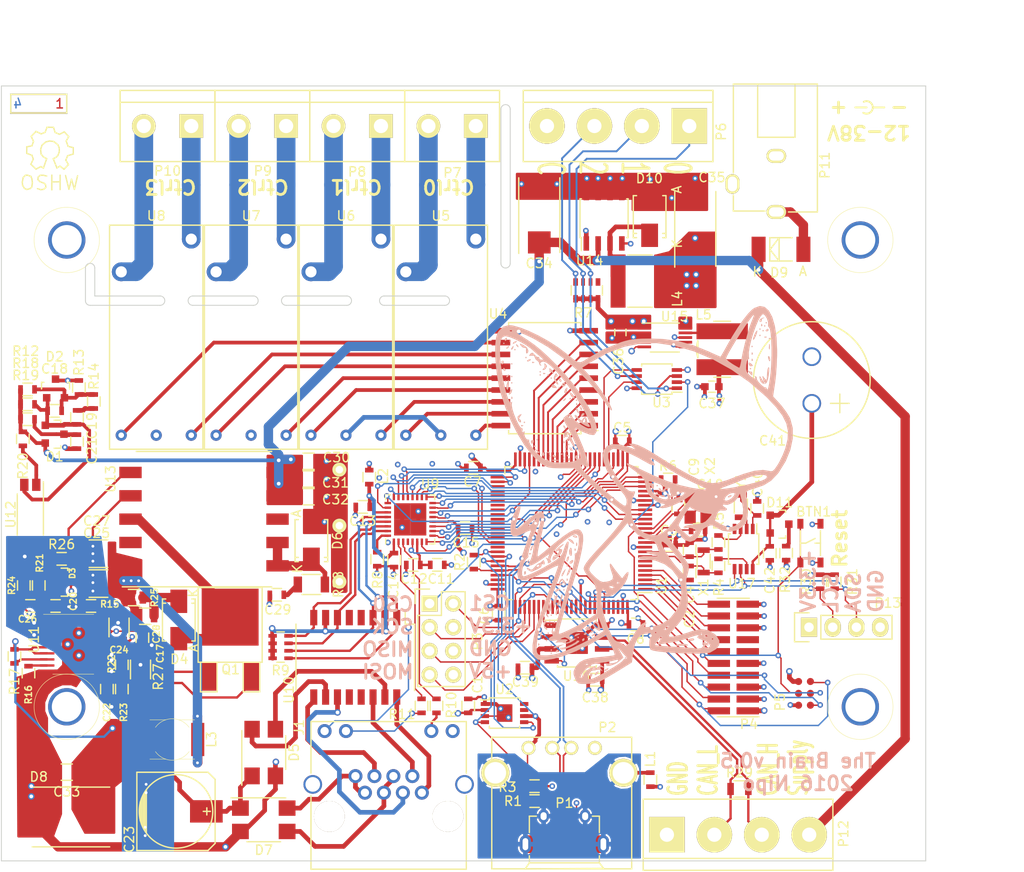
<source format=kicad_pcb>
(kicad_pcb (version 4) (host pcbnew 4.0.4-stable)

  (general
    (links 416)
    (no_connects 0)
    (area 46.449999 51.449999 145.550001 134.550001)
    (thickness 1.6)
    (drawings 50)
    (tracks 1855)
    (zones 0)
    (modules 136)
    (nets 164)
  )

  (page A4)
  (layers
    (0 F.Cu signal)
    (1 In1.Cu power hide)
    (2 In2.Cu power)
    (31 B.Cu signal)
    (32 B.Adhes user hide)
    (33 F.Adhes user hide)
    (34 B.Paste user hide)
    (35 F.Paste user hide)
    (36 B.SilkS user)
    (37 F.SilkS user)
    (38 B.Mask user hide)
    (39 F.Mask user)
    (40 Dwgs.User user)
    (41 Cmts.User user)
    (42 Eco1.User user)
    (43 Eco2.User user)
    (44 Edge.Cuts user)
    (45 Margin user)
    (46 B.CrtYd user)
    (47 F.CrtYd user)
    (48 B.Fab user hide)
    (49 F.Fab user hide)
  )

  (setup
    (last_trace_width 0.1524)
    (user_trace_width 0.1524)
    (user_trace_width 0.2)
    (user_trace_width 0.25)
    (user_trace_width 0.4)
    (user_trace_width 0.5)
    (user_trace_width 1)
    (user_trace_width 2)
    (trace_clearance 0.1524)
    (zone_clearance 0.2)
    (zone_45_only yes)
    (trace_min 0.1524)
    (segment_width 0.2)
    (edge_width 0.1)
    (via_size 0.6048)
    (via_drill 0.3)
    (via_min_size 0.6048)
    (via_min_drill 0.3)
    (user_via 0.6048 0.3)
    (user_via 0.8 0.4)
    (user_via 1 0.5)
    (user_via 1.5 1)
    (uvia_size 0.3)
    (uvia_drill 0.1)
    (uvias_allowed no)
    (uvia_min_size 0.2)
    (uvia_min_drill 0.1)
    (pcb_text_width 0.3)
    (pcb_text_size 1.5 1.5)
    (mod_edge_width 0.15)
    (mod_text_size 1 1)
    (mod_text_width 0.15)
    (pad_size 4 4)
    (pad_drill 3.2)
    (pad_to_mask_clearance 0)
    (aux_axis_origin 0 0)
    (visible_elements FFFFEF7F)
    (pcbplotparams
      (layerselection 0x00030_ffffffff)
      (usegerberextensions false)
      (excludeedgelayer true)
      (linewidth 0.100000)
      (plotframeref false)
      (viasonmask false)
      (mode 1)
      (useauxorigin false)
      (hpglpennumber 1)
      (hpglpenspeed 20)
      (hpglpendiameter 15)
      (hpglpenoverlay 2)
      (psnegative false)
      (psa4output false)
      (plotreference true)
      (plotvalue true)
      (plotinvisibletext false)
      (padsonsilk false)
      (subtractmaskfromsilk false)
      (outputformat 1)
      (mirror false)
      (drillshape 1)
      (scaleselection 1)
      (outputdirectory ""))
  )

  (net 0 "")
  (net 1 +3V3)
  (net 2 /mcu/TMS)
  (net 3 GND)
  (net 4 /mcu/TCK)
  (net 5 /mcu/TDO)
  (net 6 /mcu/TDI)
  (net 7 /mcu/nRESET)
  (net 8 /mcu/TraceCLK)
  (net 9 /mcu/TraceData0)
  (net 10 /mcu/TraceData1)
  (net 11 /mcu/TraceData2)
  (net 12 /mcu/TraceData3)
  (net 13 "Net-(C9-Pad1)")
  (net 14 "Net-(C10-Pad1)")
  (net 15 "Net-(C18-Pad1)")
  (net 16 +5V)
  (net 17 "Net-(L1-Pad1)")
  (net 18 "Net-(J1-Pad10)")
  (net 19 "Net-(J1-Pad11)")
  (net 20 "Net-(P6-Pad2)")
  (net 21 "Net-(P6-Pad1)")
  (net 22 "Net-(P7-Pad2)")
  (net 23 "Net-(P7-Pad1)")
  (net 24 "Net-(U1-Pad82)")
  (net 25 "Net-(U1-Pad81)")
  (net 26 "/I2C / RTC / Extension/IRQ")
  (net 27 "/I2C / RTC / Extension/OSC_OUT")
  (net 28 "Net-(U1-Pad39)")
  (net 29 "Net-(U1-Pad40)")
  (net 30 "Net-(U1-Pad41)")
  (net 31 "Net-(U1-Pad42)")
  (net 32 "Net-(U1-Pad43)")
  (net 33 "Net-(U1-Pad44)")
  (net 34 "Net-(U1-Pad45)")
  (net 35 "Net-(U1-Pad46)")
  (net 36 /ethernet/POE_VC1-)
  (net 37 /ethernet/POE_VC1+)
  (net 38 /ethernet/POE_VC2-)
  (net 39 /ethernet/POE_VC2+)
  (net 40 "Net-(U1-Pad6)")
  (net 41 "Net-(U1-Pad38)")
  (net 42 "Net-(U1-Pad73)")
  (net 43 "Net-(U1-Pad91)")
  (net 44 "Net-(U1-Pad97)")
  (net 45 "Net-(U1-Pad98)")
  (net 46 "Net-(U9-Pad4)")
  (net 47 /ethernet/CLK_25M)
  (net 48 /mcu/ETH_PHY_nIRQ)
  (net 49 /mcu/ETH_PHY_nRESET)
  (net 50 /ethernet/MDC)
  (net 51 /ethernet/TX_D2)
  (net 52 /ethernet/TX_CLK)
  (net 53 /ethernet/RX_CLK)
  (net 54 /ethernet/MDIO)
  (net 55 /ethernet/RX_DV)
  (net 56 /ethernet/RX_D0)
  (net 57 /ethernet/RX_D1)
  (net 58 /ethernet/RX_D2)
  (net 59 /ethernet/RX_D3)
  (net 60 /ethernet/RX_ER)
  (net 61 /ethernet/TX_EN)
  (net 62 /ethernet/TX_D0)
  (net 63 /ethernet/TX_D1)
  (net 64 /ethernet/TX_D3)
  (net 65 /ethernet/CRS)
  (net 66 /ethernet/COL)
  (net 67 /ethernet/LAN_VDD)
  (net 68 /ethernet/TD-)
  (net 69 /ethernet/TD+)
  (net 70 /ethernet/RD-)
  (net 71 /ethernet/RD+)
  (net 72 /ethernet/ETH_RX-)
  (net 73 /ethernet/ETH_RX+)
  (net 74 /ethernet/ETH_TX-)
  (net 75 /ethernet/ETH_TX+)
  (net 76 "/I2C / RTC / Extension/SCL")
  (net 77 "/I2C / RTC / Extension/SDA")
  (net 78 GNDREF)
  (net 79 /mcu/USB_D+)
  (net 80 /mcu/USB_D-)
  (net 81 /can/CAN-)
  (net 82 /can/CAN+)
  (net 83 "Net-(U2-Pad7)")
  (net 84 "Net-(U2-Pad8)")
  (net 85 "Net-(U1-Pad7)")
  (net 86 "Net-(U1-Pad53)")
  (net 87 "Net-(U1-Pad54)")
  (net 88 "Net-(U1-Pad60)")
  (net 89 "Net-(U1-Pad61)")
  (net 90 "Net-(U1-Pad62)")
  (net 91 "Net-(U1-Pad66)")
  (net 92 "Net-(U1-Pad96)")
  (net 93 "Net-(D6-Pad1)")
  (net 94 "Net-(L5-Pad2)")
  (net 95 /power/VCan)
  (net 96 "Net-(P11-Pad3)")
  (net 97 /mcu/Input_0)
  (net 98 /mcu/Input_1)
  (net 99 /mcu/Input_2)
  (net 100 /mcu/CS0)
  (net 101 /mcu/CS1)
  (net 102 /mcu/SCK)
  (net 103 /mcu/MOSI)
  (net 104 /mcu/MISO)
  (net 105 /poe/VPoe)
  (net 106 /poe/GPoe)
  (net 107 "Net-(C22-Pad1)")
  (net 108 "Net-(C29-Pad1)")
  (net 109 "Net-(D9-Pad2)")
  (net 110 "Net-(R15-Pad1)")
  (net 111 /poe/Feedback)
  (net 112 /poe/VPoe2)
  (net 113 "Net-(Q1-Pad3)")
  (net 114 "Net-(Q1-Pad1)")
  (net 115 /poe/VBias)
  (net 116 /mcu/USB_VBus)
  (net 117 "Net-(R2-Pad1)")
  (net 118 "Net-(C2-Pad1)")
  (net 119 "Net-(C4-Pad1)")
  (net 120 "Net-(C11-Pad1)")
  (net 121 "Net-(C18-Pad2)")
  (net 122 "Net-(C19-Pad2)")
  (net 123 "Net-(C20-Pad1)")
  (net 124 "Net-(C21-Pad1)")
  (net 125 "Net-(C24-Pad1)")
  (net 126 "Net-(C26-Pad2)")
  (net 127 "Net-(C28-Pad2)")
  (net 128 "Net-(C40-Pad1)")
  (net 129 "Net-(C41-Pad1)")
  (net 130 "Net-(D3-Pad1)")
  (net 131 "Net-(D3-Pad2)")
  (net 132 "Net-(D4-Pad2)")
  (net 133 "Net-(D10-Pad1)")
  (net 134 "Net-(D11-Pad3)")
  (net 135 "Net-(P1-Pad1)")
  (net 136 "Net-(P1-Pad4)")
  (net 137 "Net-(P4-Pad11)")
  (net 138 "Net-(P4-Pad13)")
  (net 139 "Net-(P6-Pad3)")
  (net 140 "Net-(P8-Pad1)")
  (net 141 "Net-(P8-Pad2)")
  (net 142 "Net-(P9-Pad1)")
  (net 143 "Net-(P9-Pad2)")
  (net 144 "Net-(P10-Pad1)")
  (net 145 "Net-(P10-Pad2)")
  (net 146 "Net-(R7-Pad5)")
  (net 147 "Net-(R8-Pad1)")
  (net 148 "Net-(R10-Pad1)")
  (net 149 "Net-(R11-Pad1)")
  (net 150 "Net-(R16-Pad1)")
  (net 151 "Net-(R17-Pad2)")
  (net 152 "Net-(R20-Pad2)")
  (net 153 "Net-(R22-Pad2)")
  (net 154 "Net-(R26-Pad1)")
  (net 155 "Net-(U4-Pad11)")
  (net 156 "Net-(U4-Pad12)")
  (net 157 "Net-(U4-Pad13)")
  (net 158 "Net-(U4-Pad14)")
  (net 159 "Net-(U4-Pad15)")
  (net 160 "Net-(U4-Pad16)")
  (net 161 "Net-(U4-Pad17)")
  (net 162 "Net-(U4-Pad18)")
  (net 163 "Net-(U17-Pad2)")

  (net_class Default "This is the default net class."
    (clearance 0.1524)
    (trace_width 0.1524)
    (via_dia 0.6048)
    (via_drill 0.3)
    (uvia_dia 0.3)
    (uvia_drill 0.1)
    (add_net "/I2C / RTC / Extension/IRQ")
    (add_net "/I2C / RTC / Extension/OSC_OUT")
    (add_net "/I2C / RTC / Extension/SCL")
    (add_net "/I2C / RTC / Extension/SDA")
    (add_net /can/CAN+)
    (add_net /can/CAN-)
    (add_net /ethernet/CLK_25M)
    (add_net /ethernet/COL)
    (add_net /ethernet/CRS)
    (add_net /ethernet/MDC)
    (add_net /ethernet/MDIO)
    (add_net /ethernet/RX_CLK)
    (add_net /ethernet/RX_D0)
    (add_net /ethernet/RX_D1)
    (add_net /ethernet/RX_D2)
    (add_net /ethernet/RX_D3)
    (add_net /ethernet/RX_DV)
    (add_net /ethernet/RX_ER)
    (add_net /ethernet/TX_CLK)
    (add_net /ethernet/TX_D0)
    (add_net /ethernet/TX_D1)
    (add_net /ethernet/TX_D2)
    (add_net /ethernet/TX_D3)
    (add_net /ethernet/TX_EN)
    (add_net /mcu/CS0)
    (add_net /mcu/CS1)
    (add_net /mcu/ETH_PHY_nIRQ)
    (add_net /mcu/ETH_PHY_nRESET)
    (add_net /mcu/Input_0)
    (add_net /mcu/Input_1)
    (add_net /mcu/Input_2)
    (add_net /mcu/MISO)
    (add_net /mcu/MOSI)
    (add_net /mcu/SCK)
    (add_net /mcu/TCK)
    (add_net /mcu/TDI)
    (add_net /mcu/TDO)
    (add_net /mcu/TMS)
    (add_net /mcu/TraceCLK)
    (add_net /mcu/TraceData0)
    (add_net /mcu/TraceData1)
    (add_net /mcu/TraceData2)
    (add_net /mcu/TraceData3)
    (add_net /mcu/USB_D+)
    (add_net /mcu/USB_D-)
    (add_net /mcu/USB_VBus)
    (add_net /mcu/nRESET)
    (add_net /poe/Feedback)
    (add_net /poe/VBias)
    (add_net /poe/VPoe2)
    (add_net GND)
    (add_net "Net-(C10-Pad1)")
    (add_net "Net-(C11-Pad1)")
    (add_net "Net-(C18-Pad1)")
    (add_net "Net-(C18-Pad2)")
    (add_net "Net-(C19-Pad2)")
    (add_net "Net-(C2-Pad1)")
    (add_net "Net-(C20-Pad1)")
    (add_net "Net-(C21-Pad1)")
    (add_net "Net-(C22-Pad1)")
    (add_net "Net-(C24-Pad1)")
    (add_net "Net-(C26-Pad2)")
    (add_net "Net-(C28-Pad2)")
    (add_net "Net-(C29-Pad1)")
    (add_net "Net-(C4-Pad1)")
    (add_net "Net-(C40-Pad1)")
    (add_net "Net-(C41-Pad1)")
    (add_net "Net-(C9-Pad1)")
    (add_net "Net-(D10-Pad1)")
    (add_net "Net-(D11-Pad3)")
    (add_net "Net-(D3-Pad1)")
    (add_net "Net-(D3-Pad2)")
    (add_net "Net-(D4-Pad2)")
    (add_net "Net-(D6-Pad1)")
    (add_net "Net-(D9-Pad2)")
    (add_net "Net-(J1-Pad10)")
    (add_net "Net-(J1-Pad11)")
    (add_net "Net-(L1-Pad1)")
    (add_net "Net-(L5-Pad2)")
    (add_net "Net-(P1-Pad1)")
    (add_net "Net-(P1-Pad4)")
    (add_net "Net-(P10-Pad1)")
    (add_net "Net-(P10-Pad2)")
    (add_net "Net-(P11-Pad3)")
    (add_net "Net-(P4-Pad11)")
    (add_net "Net-(P4-Pad13)")
    (add_net "Net-(P6-Pad1)")
    (add_net "Net-(P6-Pad2)")
    (add_net "Net-(P6-Pad3)")
    (add_net "Net-(P7-Pad1)")
    (add_net "Net-(P7-Pad2)")
    (add_net "Net-(P8-Pad1)")
    (add_net "Net-(P8-Pad2)")
    (add_net "Net-(P9-Pad1)")
    (add_net "Net-(P9-Pad2)")
    (add_net "Net-(Q1-Pad1)")
    (add_net "Net-(Q1-Pad3)")
    (add_net "Net-(R10-Pad1)")
    (add_net "Net-(R11-Pad1)")
    (add_net "Net-(R15-Pad1)")
    (add_net "Net-(R16-Pad1)")
    (add_net "Net-(R17-Pad2)")
    (add_net "Net-(R2-Pad1)")
    (add_net "Net-(R20-Pad2)")
    (add_net "Net-(R22-Pad2)")
    (add_net "Net-(R26-Pad1)")
    (add_net "Net-(R7-Pad5)")
    (add_net "Net-(R8-Pad1)")
    (add_net "Net-(U1-Pad38)")
    (add_net "Net-(U1-Pad39)")
    (add_net "Net-(U1-Pad40)")
    (add_net "Net-(U1-Pad41)")
    (add_net "Net-(U1-Pad42)")
    (add_net "Net-(U1-Pad43)")
    (add_net "Net-(U1-Pad44)")
    (add_net "Net-(U1-Pad45)")
    (add_net "Net-(U1-Pad46)")
    (add_net "Net-(U1-Pad53)")
    (add_net "Net-(U1-Pad54)")
    (add_net "Net-(U1-Pad6)")
    (add_net "Net-(U1-Pad60)")
    (add_net "Net-(U1-Pad61)")
    (add_net "Net-(U1-Pad62)")
    (add_net "Net-(U1-Pad66)")
    (add_net "Net-(U1-Pad7)")
    (add_net "Net-(U1-Pad73)")
    (add_net "Net-(U1-Pad81)")
    (add_net "Net-(U1-Pad82)")
    (add_net "Net-(U1-Pad91)")
    (add_net "Net-(U1-Pad96)")
    (add_net "Net-(U1-Pad97)")
    (add_net "Net-(U1-Pad98)")
    (add_net "Net-(U17-Pad2)")
    (add_net "Net-(U2-Pad7)")
    (add_net "Net-(U2-Pad8)")
    (add_net "Net-(U4-Pad11)")
    (add_net "Net-(U4-Pad12)")
    (add_net "Net-(U4-Pad13)")
    (add_net "Net-(U4-Pad14)")
    (add_net "Net-(U4-Pad15)")
    (add_net "Net-(U4-Pad16)")
    (add_net "Net-(U4-Pad17)")
    (add_net "Net-(U4-Pad18)")
    (add_net "Net-(U9-Pad4)")
  )

  (net_class More ""
    (clearance 0.2)
    (trace_width 0.25)
    (via_dia 0.6048)
    (via_drill 0.3)
    (uvia_dia 0.3)
    (uvia_drill 0.1)
    (add_net /ethernet/RD+)
    (add_net /ethernet/RD-)
    (add_net /ethernet/TD+)
    (add_net /ethernet/TD-)
  )

  (net_class Power ""
    (clearance 0.1524)
    (trace_width 0.5)
    (via_dia 0.7)
    (via_drill 0.4)
    (uvia_dia 0.3)
    (uvia_drill 0.1)
    (add_net +3V3)
    (add_net +5V)
    (add_net /ethernet/ETH_RX+)
    (add_net /ethernet/ETH_RX-)
    (add_net /ethernet/ETH_TX+)
    (add_net /ethernet/ETH_TX-)
    (add_net /ethernet/LAN_VDD)
    (add_net /ethernet/POE_VC1+)
    (add_net /ethernet/POE_VC1-)
    (add_net /ethernet/POE_VC2+)
    (add_net /ethernet/POE_VC2-)
    (add_net /poe/GPoe)
    (add_net /poe/VPoe)
    (add_net /power/VCan)
    (add_net GNDREF)
  )

  (net_class Power2 ""
    (clearance 1)
    (trace_width 0.5)
    (via_dia 1)
    (via_drill 0.5)
    (uvia_dia 0.3)
    (uvia_drill 0.1)
  )

  (module Connect:USB_A (layer F.Cu) (tedit 5543E289) (tstamp 57C37A26)
    (at 102.95914 122.40212)
    (descr "USB A connector")
    (tags "USB USB_A")
    (path /57A213D7/57BD5361)
    (fp_text reference P2 (at 8.44086 -2.20212 180) (layer F.SilkS)
      (effects (font (size 1 1) (thickness 0.15)))
    )
    (fp_text value USBA (at 3.74086 2.49788) (layer F.Fab)
      (effects (font (size 1 1) (thickness 0.15)))
    )
    (fp_line (start -5.3 13.2) (end -5.3 -1.4) (layer F.CrtYd) (width 0.05))
    (fp_line (start 11.95 -1.4) (end 11.95 13.2) (layer F.CrtYd) (width 0.05))
    (fp_line (start -5.3 13.2) (end 11.95 13.2) (layer F.CrtYd) (width 0.05))
    (fp_line (start -5.3 -1.4) (end 11.95 -1.4) (layer F.CrtYd) (width 0.05))
    (fp_line (start 11.04986 -1.14512) (end 11.04986 12.95188) (layer F.SilkS) (width 0.15))
    (fp_line (start -3.93614 12.95188) (end -3.93614 -1.14512) (layer F.SilkS) (width 0.15))
    (fp_line (start 11.04986 -1.14512) (end -3.93614 -1.14512) (layer F.SilkS) (width 0.15))
    (fp_line (start 11.04986 12.95188) (end -3.93614 12.95188) (layer F.SilkS) (width 0.15))
    (pad 4 thru_hole circle (at 7.11286 -0.00212 270) (size 1.50114 1.50114) (drill 1.00076) (layers *.Cu *.Mask F.SilkS)
      (net 3 GND))
    (pad 3 thru_hole circle (at 4.57286 -0.00212 270) (size 1.50114 1.50114) (drill 1.00076) (layers *.Cu *.Mask F.SilkS)
      (net 79 /mcu/USB_D+))
    (pad 2 thru_hole circle (at 2.54086 -0.00212 270) (size 1.50114 1.50114) (drill 1.00076) (layers *.Cu *.Mask F.SilkS)
      (net 80 /mcu/USB_D-))
    (pad 1 thru_hole circle (at 0.00086 -0.00212 270) (size 1.50114 1.50114) (drill 1.00076) (layers *.Cu *.Mask F.SilkS)
      (net 116 /mcu/USB_VBus))
    (pad 5 thru_hole circle (at 10.16086 2.66488 270) (size 2.99974 2.99974) (drill 2.30124) (layers *.Cu *.Mask F.SilkS)
      (net 17 "Net-(L1-Pad1)"))
    (pad 5 thru_hole circle (at -3.55514 2.66488 270) (size 2.99974 2.99974) (drill 2.30124) (layers *.Cu *.Mask F.SilkS)
      (net 17 "Net-(L1-Pad1)"))
    (model Connect.3dshapes/USB_A.wrl
      (at (xyz 0.14 0 0))
      (scale (xyz 1 1 1))
      (rotate (xyz 0 0 90))
    )
  )

  (module Pin_Headers:Pin_Header_Straight_2x04 (layer F.Cu) (tedit 57C9A701) (tstamp 57CA0578)
    (at 92.36 106.94)
    (descr "Through hole pin header")
    (tags "pin header")
    (path /57A213D7/57C9C680)
    (fp_text reference P3 (at 5.14 4.06 90) (layer F.SilkS)
      (effects (font (size 1 1) (thickness 0.15)))
    )
    (fp_text value SPI (at 1.34 3.7 90) (layer F.Fab)
      (effects (font (size 1 1) (thickness 0.15)))
    )
    (fp_line (start -1.75 -1.75) (end -1.75 9.4) (layer F.CrtYd) (width 0.05))
    (fp_line (start 4.3 -1.75) (end 4.3 9.4) (layer F.CrtYd) (width 0.05))
    (fp_line (start -1.75 -1.75) (end 4.3 -1.75) (layer F.CrtYd) (width 0.05))
    (fp_line (start -1.75 9.4) (end 4.3 9.4) (layer F.CrtYd) (width 0.05))
    (fp_line (start -1.27 1.27) (end -1.27 8.89) (layer F.SilkS) (width 0.15))
    (fp_line (start -1.27 8.89) (end 3.81 8.89) (layer F.SilkS) (width 0.15))
    (fp_line (start 3.81 8.89) (end 3.81 -1.27) (layer F.SilkS) (width 0.15))
    (fp_line (start 3.81 -1.27) (end 1.27 -1.27) (layer F.SilkS) (width 0.15))
    (fp_line (start 0 -1.55) (end -1.55 -1.55) (layer F.SilkS) (width 0.15))
    (fp_line (start 1.27 -1.27) (end 1.27 1.27) (layer F.SilkS) (width 0.15))
    (fp_line (start 1.27 1.27) (end -1.27 1.27) (layer F.SilkS) (width 0.15))
    (fp_line (start -1.55 -1.55) (end -1.55 0) (layer F.SilkS) (width 0.15))
    (pad 1 thru_hole rect (at 0 0) (size 1.7272 1.7272) (drill 1.016) (layers *.Cu *.Mask F.SilkS)
      (net 100 /mcu/CS0))
    (pad 2 thru_hole oval (at 2.54 0) (size 1.7272 1.7272) (drill 1.016) (layers *.Cu *.Mask F.SilkS)
      (net 101 /mcu/CS1))
    (pad 3 thru_hole oval (at 0 2.54) (size 1.7272 1.7272) (drill 1.016) (layers *.Cu *.Mask F.SilkS)
      (net 102 /mcu/SCK))
    (pad 4 thru_hole oval (at 2.54 2.54) (size 1.7272 1.7272) (drill 1.016) (layers *.Cu *.Mask F.SilkS)
      (net 1 +3V3) (zone_connect 2))
    (pad 5 thru_hole oval (at 0 5.08) (size 1.7272 1.7272) (drill 1.016) (layers *.Cu *.Mask F.SilkS)
      (net 104 /mcu/MISO))
    (pad 6 thru_hole oval (at 2.54 5.08) (size 1.7272 1.7272) (drill 1.016) (layers *.Cu *.Mask F.SilkS)
      (net 3 GND))
    (pad 7 thru_hole oval (at 0 7.62) (size 1.7272 1.7272) (drill 1.016) (layers *.Cu *.Mask F.SilkS)
      (net 103 /mcu/MOSI))
    (pad 8 thru_hole oval (at 2.54 7.62) (size 1.7272 1.7272) (drill 1.016) (layers *.Cu *.Mask F.SilkS)
      (net 16 +5V) (zone_connect 2))
    (model Pin_Headers.3dshapes/Pin_Header_Straight_2x04.wrl
      (at (xyz 0.05 -0.15 0))
      (scale (xyz 1 1 1))
      (rotate (xyz 0 0 90))
    )
  )

  (module Housings_QFP:LQFP-100_14x14mm_Pitch0.5mm (layer F.Cu) (tedit 54130A77) (tstamp 57C377BF)
    (at 107.55 99.4 180)
    (descr "LQFP100: plastic low profile quad flat package; 100 leads; body 14 x 14 x 1.4 mm (see NXP sot407-1_po.pdf and sot407-1_fr.pdf)")
    (tags "QFP 0.5")
    (path /57A213D7/57BCD0F0)
    (attr smd)
    (fp_text reference U1 (at -9.65 -5.6 450) (layer F.SilkS)
      (effects (font (size 1 1) (thickness 0.15)))
    )
    (fp_text value STM32F107VCT (at 0.25 1.3 180) (layer F.Fab)
      (effects (font (size 1 1) (thickness 0.15)))
    )
    (fp_line (start -8.9 -8.9) (end -8.9 8.9) (layer F.CrtYd) (width 0.05))
    (fp_line (start 8.9 -8.9) (end 8.9 8.9) (layer F.CrtYd) (width 0.05))
    (fp_line (start -8.9 -8.9) (end 8.9 -8.9) (layer F.CrtYd) (width 0.05))
    (fp_line (start -8.9 8.9) (end 8.9 8.9) (layer F.CrtYd) (width 0.05))
    (fp_line (start -7.125 -7.125) (end -7.125 -6.365) (layer F.SilkS) (width 0.15))
    (fp_line (start 7.125 -7.125) (end 7.125 -6.365) (layer F.SilkS) (width 0.15))
    (fp_line (start 7.125 7.125) (end 7.125 6.365) (layer F.SilkS) (width 0.15))
    (fp_line (start -7.125 7.125) (end -7.125 6.365) (layer F.SilkS) (width 0.15))
    (fp_line (start -7.125 -7.125) (end -6.365 -7.125) (layer F.SilkS) (width 0.15))
    (fp_line (start -7.125 7.125) (end -6.365 7.125) (layer F.SilkS) (width 0.15))
    (fp_line (start 7.125 7.125) (end 6.365 7.125) (layer F.SilkS) (width 0.15))
    (fp_line (start 7.125 -7.125) (end 6.365 -7.125) (layer F.SilkS) (width 0.15))
    (fp_line (start -7.125 -6.365) (end -8.65 -6.365) (layer F.SilkS) (width 0.15))
    (pad 1 smd rect (at -7.9 -6 180) (size 1.5 0.28) (layers F.Cu F.Paste F.Mask)
      (net 8 /mcu/TraceCLK))
    (pad 2 smd rect (at -7.9 -5.5 180) (size 1.5 0.28) (layers F.Cu F.Paste F.Mask)
      (net 9 /mcu/TraceData0))
    (pad 3 smd rect (at -7.9 -5 180) (size 1.5 0.28) (layers F.Cu F.Paste F.Mask)
      (net 10 /mcu/TraceData1))
    (pad 4 smd rect (at -7.9 -4.5 180) (size 1.5 0.28) (layers F.Cu F.Paste F.Mask)
      (net 11 /mcu/TraceData2))
    (pad 5 smd rect (at -7.9 -4 180) (size 1.5 0.28) (layers F.Cu F.Paste F.Mask)
      (net 12 /mcu/TraceData3))
    (pad 6 smd rect (at -7.9 -3.5 180) (size 1.5 0.28) (layers F.Cu F.Paste F.Mask)
      (net 40 "Net-(U1-Pad6)"))
    (pad 7 smd rect (at -7.9 -3 180) (size 1.5 0.28) (layers F.Cu F.Paste F.Mask)
      (net 85 "Net-(U1-Pad7)"))
    (pad 8 smd rect (at -7.9 -2.5 180) (size 1.5 0.28) (layers F.Cu F.Paste F.Mask)
      (net 118 "Net-(C2-Pad1)"))
    (pad 9 smd rect (at -7.9 -2 180) (size 1.5 0.28) (layers F.Cu F.Paste F.Mask)
      (net 119 "Net-(C4-Pad1)"))
    (pad 10 smd rect (at -7.9 -1.5 180) (size 1.5 0.28) (layers F.Cu F.Paste F.Mask)
      (net 3 GND))
    (pad 11 smd rect (at -7.9 -1 180) (size 1.5 0.28) (layers F.Cu F.Paste F.Mask)
      (net 1 +3V3))
    (pad 12 smd rect (at -7.9 -0.5 180) (size 1.5 0.28) (layers F.Cu F.Paste F.Mask)
      (net 14 "Net-(C10-Pad1)"))
    (pad 13 smd rect (at -7.9 0 180) (size 1.5 0.28) (layers F.Cu F.Paste F.Mask)
      (net 13 "Net-(C9-Pad1)"))
    (pad 14 smd rect (at -7.9 0.5 180) (size 1.5 0.28) (layers F.Cu F.Paste F.Mask)
      (net 7 /mcu/nRESET))
    (pad 15 smd rect (at -7.9 1 180) (size 1.5 0.28) (layers F.Cu F.Paste F.Mask)
      (net 99 /mcu/Input_2))
    (pad 16 smd rect (at -7.9 1.5 180) (size 1.5 0.28) (layers F.Cu F.Paste F.Mask)
      (net 50 /ethernet/MDC))
    (pad 17 smd rect (at -7.9 2 180) (size 1.5 0.28) (layers F.Cu F.Paste F.Mask)
      (net 51 /ethernet/TX_D2))
    (pad 18 smd rect (at -7.9 2.5 180) (size 1.5 0.28) (layers F.Cu F.Paste F.Mask)
      (net 52 /ethernet/TX_CLK))
    (pad 19 smd rect (at -7.9 3 180) (size 1.5 0.28) (layers F.Cu F.Paste F.Mask)
      (net 3 GND))
    (pad 20 smd rect (at -7.9 3.5 180) (size 1.5 0.28) (layers F.Cu F.Paste F.Mask)
      (net 3 GND))
    (pad 21 smd rect (at -7.9 4 180) (size 1.5 0.28) (layers F.Cu F.Paste F.Mask)
      (net 1 +3V3))
    (pad 22 smd rect (at -7.9 4.5 180) (size 1.5 0.28) (layers F.Cu F.Paste F.Mask)
      (net 1 +3V3))
    (pad 23 smd rect (at -7.9 5 180) (size 1.5 0.28) (layers F.Cu F.Paste F.Mask)
      (net 65 /ethernet/CRS))
    (pad 24 smd rect (at -7.9 5.5 180) (size 1.5 0.28) (layers F.Cu F.Paste F.Mask)
      (net 53 /ethernet/RX_CLK))
    (pad 25 smd rect (at -7.9 6 180) (size 1.5 0.28) (layers F.Cu F.Paste F.Mask)
      (net 54 /ethernet/MDIO))
    (pad 26 smd rect (at -6 7.9 270) (size 1.5 0.28) (layers F.Cu F.Paste F.Mask)
      (net 66 /ethernet/COL))
    (pad 27 smd rect (at -5.5 7.9 270) (size 1.5 0.28) (layers F.Cu F.Paste F.Mask)
      (net 3 GND))
    (pad 28 smd rect (at -5 7.9 270) (size 1.5 0.28) (layers F.Cu F.Paste F.Mask)
      (net 1 +3V3))
    (pad 29 smd rect (at -4.5 7.9 270) (size 1.5 0.28) (layers F.Cu F.Paste F.Mask)
      (net 100 /mcu/CS0))
    (pad 30 smd rect (at -4 7.9 270) (size 1.5 0.28) (layers F.Cu F.Paste F.Mask)
      (net 97 /mcu/Input_0))
    (pad 31 smd rect (at -3.5 7.9 270) (size 1.5 0.28) (layers F.Cu F.Paste F.Mask)
      (net 98 /mcu/Input_1))
    (pad 32 smd rect (at -3 7.9 270) (size 1.5 0.28) (layers F.Cu F.Paste F.Mask)
      (net 55 /ethernet/RX_DV))
    (pad 33 smd rect (at -2.5 7.9 270) (size 1.5 0.28) (layers F.Cu F.Paste F.Mask)
      (net 56 /ethernet/RX_D0))
    (pad 34 smd rect (at -2 7.9 270) (size 1.5 0.28) (layers F.Cu F.Paste F.Mask)
      (net 57 /ethernet/RX_D1))
    (pad 35 smd rect (at -1.5 7.9 270) (size 1.5 0.28) (layers F.Cu F.Paste F.Mask)
      (net 58 /ethernet/RX_D2))
    (pad 36 smd rect (at -1 7.9 270) (size 1.5 0.28) (layers F.Cu F.Paste F.Mask)
      (net 59 /ethernet/RX_D3))
    (pad 37 smd rect (at -0.5 7.9 270) (size 1.5 0.28) (layers F.Cu F.Paste F.Mask)
      (net 3 GND))
    (pad 38 smd rect (at 0 7.9 270) (size 1.5 0.28) (layers F.Cu F.Paste F.Mask)
      (net 41 "Net-(U1-Pad38)"))
    (pad 39 smd rect (at 0.5 7.9 270) (size 1.5 0.28) (layers F.Cu F.Paste F.Mask)
      (net 28 "Net-(U1-Pad39)"))
    (pad 40 smd rect (at 1 7.9 270) (size 1.5 0.28) (layers F.Cu F.Paste F.Mask)
      (net 29 "Net-(U1-Pad40)"))
    (pad 41 smd rect (at 1.5 7.9 270) (size 1.5 0.28) (layers F.Cu F.Paste F.Mask)
      (net 30 "Net-(U1-Pad41)"))
    (pad 42 smd rect (at 2 7.9 270) (size 1.5 0.28) (layers F.Cu F.Paste F.Mask)
      (net 31 "Net-(U1-Pad42)"))
    (pad 43 smd rect (at 2.5 7.9 270) (size 1.5 0.28) (layers F.Cu F.Paste F.Mask)
      (net 32 "Net-(U1-Pad43)"))
    (pad 44 smd rect (at 3 7.9 270) (size 1.5 0.28) (layers F.Cu F.Paste F.Mask)
      (net 33 "Net-(U1-Pad44)"))
    (pad 45 smd rect (at 3.5 7.9 270) (size 1.5 0.28) (layers F.Cu F.Paste F.Mask)
      (net 34 "Net-(U1-Pad45)"))
    (pad 46 smd rect (at 4 7.9 270) (size 1.5 0.28) (layers F.Cu F.Paste F.Mask)
      (net 35 "Net-(U1-Pad46)"))
    (pad 47 smd rect (at 4.5 7.9 270) (size 1.5 0.28) (layers F.Cu F.Paste F.Mask)
      (net 60 /ethernet/RX_ER))
    (pad 48 smd rect (at 5 7.9 270) (size 1.5 0.28) (layers F.Cu F.Paste F.Mask)
      (net 61 /ethernet/TX_EN))
    (pad 49 smd rect (at 5.5 7.9 270) (size 1.5 0.28) (layers F.Cu F.Paste F.Mask)
      (net 3 GND))
    (pad 50 smd rect (at 6 7.9 270) (size 1.5 0.28) (layers F.Cu F.Paste F.Mask)
      (net 1 +3V3))
    (pad 51 smd rect (at 7.9 6 180) (size 1.5 0.28) (layers F.Cu F.Paste F.Mask)
      (net 62 /ethernet/TX_D0))
    (pad 52 smd rect (at 7.9 5.5 180) (size 1.5 0.28) (layers F.Cu F.Paste F.Mask)
      (net 63 /ethernet/TX_D1))
    (pad 53 smd rect (at 7.9 5 180) (size 1.5 0.28) (layers F.Cu F.Paste F.Mask)
      (net 86 "Net-(U1-Pad53)"))
    (pad 54 smd rect (at 7.9 4.5 180) (size 1.5 0.28) (layers F.Cu F.Paste F.Mask)
      (net 87 "Net-(U1-Pad54)"))
    (pad 55 smd rect (at 7.9 4 180) (size 1.5 0.28) (layers F.Cu F.Paste F.Mask))
    (pad 56 smd rect (at 7.9 3.5 180) (size 1.5 0.28) (layers F.Cu F.Paste F.Mask))
    (pad 57 smd rect (at 7.9 3 180) (size 1.5 0.28) (layers F.Cu F.Paste F.Mask))
    (pad 58 smd rect (at 7.9 2.5 180) (size 1.5 0.28) (layers F.Cu F.Paste F.Mask))
    (pad 59 smd rect (at 7.9 2 180) (size 1.5 0.28) (layers F.Cu F.Paste F.Mask))
    (pad 60 smd rect (at 7.9 1.5 180) (size 1.5 0.28) (layers F.Cu F.Paste F.Mask)
      (net 88 "Net-(U1-Pad60)"))
    (pad 61 smd rect (at 7.9 1 180) (size 1.5 0.28) (layers F.Cu F.Paste F.Mask)
      (net 89 "Net-(U1-Pad61)"))
    (pad 62 smd rect (at 7.9 0.5 180) (size 1.5 0.28) (layers F.Cu F.Paste F.Mask)
      (net 90 "Net-(U1-Pad62)"))
    (pad 63 smd rect (at 7.9 0 180) (size 1.5 0.28) (layers F.Cu F.Paste F.Mask)
      (net 47 /ethernet/CLK_25M))
    (pad 64 smd rect (at 7.9 -0.5 180) (size 1.5 0.28) (layers F.Cu F.Paste F.Mask)
      (net 49 /mcu/ETH_PHY_nRESET))
    (pad 65 smd rect (at 7.9 -1 180) (size 1.5 0.28) (layers F.Cu F.Paste F.Mask)
      (net 48 /mcu/ETH_PHY_nIRQ))
    (pad 66 smd rect (at 7.9 -1.5 180) (size 1.5 0.28) (layers F.Cu F.Paste F.Mask)
      (net 91 "Net-(U1-Pad66)"))
    (pad 67 smd rect (at 7.9 -2 180) (size 1.5 0.28) (layers F.Cu F.Paste F.Mask)
      (net 117 "Net-(R2-Pad1)"))
    (pad 68 smd rect (at 7.9 -2.5 180) (size 1.5 0.28) (layers F.Cu F.Paste F.Mask)
      (net 116 /mcu/USB_VBus))
    (pad 69 smd rect (at 7.9 -3 180) (size 1.5 0.28) (layers F.Cu F.Paste F.Mask)
      (net 136 "Net-(P1-Pad4)"))
    (pad 70 smd rect (at 7.9 -3.5 180) (size 1.5 0.28) (layers F.Cu F.Paste F.Mask)
      (net 80 /mcu/USB_D-))
    (pad 71 smd rect (at 7.9 -4 180) (size 1.5 0.28) (layers F.Cu F.Paste F.Mask)
      (net 79 /mcu/USB_D+))
    (pad 72 smd rect (at 7.9 -4.5 180) (size 1.5 0.28) (layers F.Cu F.Paste F.Mask)
      (net 2 /mcu/TMS))
    (pad 73 smd rect (at 7.9 -5 180) (size 1.5 0.28) (layers F.Cu F.Paste F.Mask)
      (net 42 "Net-(U1-Pad73)"))
    (pad 74 smd rect (at 7.9 -5.5 180) (size 1.5 0.28) (layers F.Cu F.Paste F.Mask)
      (net 3 GND))
    (pad 75 smd rect (at 7.9 -6 180) (size 1.5 0.28) (layers F.Cu F.Paste F.Mask)
      (net 1 +3V3))
    (pad 76 smd rect (at 6 -7.9 270) (size 1.5 0.28) (layers F.Cu F.Paste F.Mask)
      (net 4 /mcu/TCK))
    (pad 77 smd rect (at 5.5 -7.9 270) (size 1.5 0.28) (layers F.Cu F.Paste F.Mask)
      (net 6 /mcu/TDI))
    (pad 78 smd rect (at 5 -7.9 270) (size 1.5 0.28) (layers F.Cu F.Paste F.Mask)
      (net 102 /mcu/SCK))
    (pad 79 smd rect (at 4.5 -7.9 270) (size 1.5 0.28) (layers F.Cu F.Paste F.Mask)
      (net 104 /mcu/MISO))
    (pad 80 smd rect (at 4 -7.9 270) (size 1.5 0.28) (layers F.Cu F.Paste F.Mask)
      (net 103 /mcu/MOSI))
    (pad 81 smd rect (at 3.5 -7.9 270) (size 1.5 0.28) (layers F.Cu F.Paste F.Mask)
      (net 25 "Net-(U1-Pad81)"))
    (pad 82 smd rect (at 3 -7.9 270) (size 1.5 0.28) (layers F.Cu F.Paste F.Mask)
      (net 24 "Net-(U1-Pad82)"))
    (pad 83 smd rect (at 2.5 -7.9 270) (size 1.5 0.28) (layers F.Cu F.Paste F.Mask)
      (net 101 /mcu/CS1))
    (pad 84 smd rect (at 2 -7.9 270) (size 1.5 0.28) (layers F.Cu F.Paste F.Mask))
    (pad 85 smd rect (at 1.5 -7.9 270) (size 1.5 0.28) (layers F.Cu F.Paste F.Mask))
    (pad 86 smd rect (at 1 -7.9 270) (size 1.5 0.28) (layers F.Cu F.Paste F.Mask))
    (pad 87 smd rect (at 0.5 -7.9 270) (size 1.5 0.28) (layers F.Cu F.Paste F.Mask))
    (pad 88 smd rect (at 0 -7.9 270) (size 1.5 0.28) (layers F.Cu F.Paste F.Mask))
    (pad 89 smd rect (at -0.5 -7.9 270) (size 1.5 0.28) (layers F.Cu F.Paste F.Mask)
      (net 5 /mcu/TDO))
    (pad 90 smd rect (at -1 -7.9 270) (size 1.5 0.28) (layers F.Cu F.Paste F.Mask)
      (net 3 GND))
    (pad 91 smd rect (at -1.5 -7.9 270) (size 1.5 0.28) (layers F.Cu F.Paste F.Mask)
      (net 43 "Net-(U1-Pad91)"))
    (pad 92 smd rect (at -2 -7.9 270) (size 1.5 0.28) (layers F.Cu F.Paste F.Mask)
      (net 76 "/I2C / RTC / Extension/SCL"))
    (pad 93 smd rect (at -2.5 -7.9 270) (size 1.5 0.28) (layers F.Cu F.Paste F.Mask)
      (net 77 "/I2C / RTC / Extension/SDA"))
    (pad 94 smd rect (at -3 -7.9 270) (size 1.5 0.28) (layers F.Cu F.Paste F.Mask)
      (net 3 GND))
    (pad 95 smd rect (at -3.5 -7.9 270) (size 1.5 0.28) (layers F.Cu F.Paste F.Mask)
      (net 64 /ethernet/TX_D3))
    (pad 96 smd rect (at -4 -7.9 270) (size 1.5 0.28) (layers F.Cu F.Paste F.Mask)
      (net 92 "Net-(U1-Pad96)"))
    (pad 97 smd rect (at -4.5 -7.9 270) (size 1.5 0.28) (layers F.Cu F.Paste F.Mask)
      (net 44 "Net-(U1-Pad97)"))
    (pad 98 smd rect (at -5 -7.9 270) (size 1.5 0.28) (layers F.Cu F.Paste F.Mask)
      (net 45 "Net-(U1-Pad98)"))
    (pad 99 smd rect (at -5.5 -7.9 270) (size 1.5 0.28) (layers F.Cu F.Paste F.Mask)
      (net 3 GND))
    (pad 100 smd rect (at -6 -7.9 270) (size 1.5 0.28) (layers F.Cu F.Paste F.Mask)
      (net 1 +3V3))
    (model Housings_QFP.3dshapes/LQFP-100_14x14mm_Pitch0.5mm.wrl
      (at (xyz 0 0 0))
      (scale (xyz 1 1 1))
      (rotate (xyz 0 0 0))
    )
  )

  (module Abracon:ABM8G (layer F.Cu) (tedit 56F3EB4E) (tstamp 57C37BAB)
    (at 121.12122 96.589165 90)
    (path /57A213D7/57BCDC66)
    (fp_text reference X2 (at 4.389165 1.27878 90) (layer F.SilkS)
      (effects (font (size 1 1) (thickness 0.15)))
    )
    (fp_text value 25MHz (at 1.089165 -0.02122 90) (layer F.Fab)
      (effects (font (size 1 1) (thickness 0.15)))
    )
    (fp_line (start -1.7 0.15) (end -1.7 -0.15) (layer F.SilkS) (width 0.15))
    (fp_line (start 0.3 1.35) (end -0.3 1.35) (layer F.SilkS) (width 0.15))
    (fp_line (start 1.7 -0.15) (end 1.7 0.15) (layer F.SilkS) (width 0.15))
    (fp_line (start -0.3 -1.35) (end 0.3 -1.35) (layer F.SilkS) (width 0.15))
    (fp_line (start -1.6 1.25) (end -1.6 -1.25) (layer F.CrtYd) (width 0.05))
    (fp_line (start 1.6 1.25) (end -1.6 1.25) (layer F.CrtYd) (width 0.05))
    (fp_line (start 1.6 -1.25) (end 1.6 1.25) (layer F.CrtYd) (width 0.05))
    (fp_line (start -1.6 -1.25) (end 1.6 -1.25) (layer F.CrtYd) (width 0.05))
    (pad 3 smd rect (at -1.1 -0.85 90) (size 1.4 1.2) (layers F.Cu F.Paste F.Mask)
      (net 3 GND))
    (pad 2 smd rect (at 1.1 -0.85 90) (size 1.4 1.2) (layers F.Cu F.Paste F.Mask)
      (net 13 "Net-(C9-Pad1)"))
    (pad 3 smd rect (at 1.1 0.85 90) (size 1.4 1.2) (layers F.Cu F.Paste F.Mask)
      (net 3 GND))
    (pad 1 smd rect (at -1.1 0.85 90) (size 1.4 1.2) (layers F.Cu F.Paste F.Mask)
      (net 14 "Net-(C10-Pad1)"))
    (model /Users/nipo/projects/hardware/kicad-library/Abracon.3dshapes/ABM8G.wrl
      (at (xyz 0 0 0))
      (scale (xyz 0.3937 0.3937 0.3937))
      (rotate (xyz -90 0 0))
    )
  )

  (module Abracon:ABS07 (layer F.Cu) (tedit 57C35276) (tstamp 57C37B85)
    (at 121.716 102.419 270)
    (descr http://www.abracon.com/Resonators/ABS07.pdf)
    (tags "ABS07 Crystal")
    (path /57A213D7/57BD5AA4)
    (fp_text reference X1 (at 2.781 0.016 270) (layer F.SilkS)
      (effects (font (size 1 1) (thickness 0.15)))
    )
    (fp_text value 32768Hz (at 0.881 0.016 270) (layer F.Fab)
      (effects (font (size 1 1) (thickness 0.15)))
    )
    (fp_line (start 0.75 0.7) (end -0.75 0.7) (layer F.SilkS) (width 0.15))
    (fp_line (start -0.75 -0.7) (end 0.75 -0.7) (layer F.SilkS) (width 0.15))
    (fp_line (start 1.6 -0.75) (end 1.6 0.75) (layer F.CrtYd) (width 0.05))
    (fp_line (start -1.6 -0.75) (end 1.6 -0.75) (layer F.CrtYd) (width 0.05))
    (fp_line (start 1.6 0.75) (end -1.6 0.75) (layer F.CrtYd) (width 0.05))
    (fp_line (start -1.6 0.75) (end -1.6 -0.75) (layer F.CrtYd) (width 0.05))
    (pad 1 smd rect (at -1.2 0 270) (size 0.6 1.3) (layers F.Cu F.Paste F.Mask)
      (net 119 "Net-(C4-Pad1)") (clearance 0.3))
    (pad 2 smd rect (at 1.2 0 270) (size 0.6 1.3) (layers F.Cu F.Paste F.Mask)
      (net 118 "Net-(C2-Pad1)") (clearance 0.3))
    (model /Users/nipo/projects/hardware/kicad-library/Abracon.3dshapes/ABS07.wrl
      (at (xyz 0 0 0))
      (scale (xyz 0.3937 0.3937 0.3937))
      (rotate (xyz -90 0 0))
    )
  )

  (module Abracon:ABS07 (layer F.Cu) (tedit 56F3EAF3) (tstamp 57C37B63)
    (at 125.7 96.5 270)
    (descr http://www.abracon.com/Resonators/ABS07.pdf)
    (tags "ABS07 Crystal")
    (path /57A213DD/57B577CF)
    (fp_text reference Y1 (at -2.7 0 270) (layer F.SilkS)
      (effects (font (size 1 1) (thickness 0.15)))
    )
    (fp_text value 32768Hz (at -2.1 -0.1 270) (layer F.Fab)
      (effects (font (size 1 1) (thickness 0.15)))
    )
    (fp_line (start 0.75 0.7) (end -0.75 0.7) (layer F.SilkS) (width 0.15))
    (fp_line (start -0.75 -0.7) (end 0.75 -0.7) (layer F.SilkS) (width 0.15))
    (fp_line (start 1.6 -0.75) (end 1.6 0.75) (layer F.CrtYd) (width 0.05))
    (fp_line (start -1.6 -0.75) (end 1.6 -0.75) (layer F.CrtYd) (width 0.05))
    (fp_line (start 1.6 0.75) (end -1.6 0.75) (layer F.CrtYd) (width 0.05))
    (fp_line (start -1.6 0.75) (end -1.6 -0.75) (layer F.CrtYd) (width 0.05))
    (pad 1 smd rect (at -1.2 0 270) (size 0.6 1.3) (layers F.Cu F.Paste F.Mask)
      (net 128 "Net-(C40-Pad1)") (clearance 0.3))
    (pad 2 smd rect (at 1.2 0 270) (size 0.6 1.3) (layers F.Cu F.Paste F.Mask)
      (net 163 "Net-(U17-Pad2)") (clearance 0.3))
    (model /Users/nipo/projects/hardware/kicad-library/Abracon.3dshapes/ABS07.wrl
      (at (xyz 0 0 0))
      (scale (xyz 0.3937 0.3937 0.3937))
      (rotate (xyz -90 0 0))
    )
  )

  (module Connect:RJHSE538X (layer F.Cu) (tedit 55225793) (tstamp 57C37A66)
    (at 91.532 127.2 180)
    (descr "mod. jack, ethernet, 8P8C, RJ45 connector, 2 leds, shielded")
    (tags "RJHSE538X 8P8C RJ45 ethernet jack")
    (path /57A213DB/57BDBDF2)
    (fp_text reference J1 (at 13.132 7 450) (layer F.SilkS)
      (effects (font (size 1 1) (thickness 0.15)))
    )
    (fp_text value RJHSE-5484 (at 3.732 4.4 180) (layer F.Fab)
      (effects (font (size 1 1) (thickness 0.15)))
    )
    (fp_line (start -5.8 -8.45) (end -5.8 7.9) (layer F.CrtYd) (width 0.05))
    (fp_line (start -5.8 7.9) (end 12.9 7.9) (layer F.CrtYd) (width 0.05))
    (fp_line (start 12.9 7.9) (end 12.9 -8.45) (layer F.CrtYd) (width 0.05))
    (fp_line (start 12.9 -8.45) (end -5.8 -8.45) (layer F.CrtYd) (width 0.05))
    (fp_line (start 11.8745 7.62) (end 11.8745 2.0955) (layer F.SilkS) (width 0.15))
    (fp_line (start -4.7625 7.62) (end -4.7625 2.0955) (layer F.SilkS) (width 0.15))
    (fp_line (start 11.8745 -8.1915) (end -4.7625 -8.1915) (layer F.SilkS) (width 0.15))
    (fp_line (start 11.8745 -8.1915) (end 11.8745 -0.3175) (layer F.SilkS) (width 0.15))
    (fp_line (start -4.7625 -8.1915) (end -4.7625 -0.3175) (layer F.SilkS) (width 0.15))
    (fp_line (start 11.8745 7.62) (end -4.7625 7.62) (layer F.SilkS) (width 0.15))
    (pad "" thru_hole circle (at 11.684 0.889 180) (size 2 2) (drill 1.57) (layers *.Cu *.Mask))
    (pad 9 thru_hole circle (at -3.302 6.604 180) (size 1.50114 1.50114) (drill 0.889) (layers *.Cu *.Mask)
      (net 3 GND))
    (pad 10 thru_hole circle (at -1.016 6.604 180) (size 1.50114 1.50114) (drill 0.889) (layers *.Cu *.Mask)
      (net 18 "Net-(J1-Pad10)"))
    (pad 11 thru_hole circle (at 8.128 6.604 180) (size 1.50114 1.50114) (drill 0.889) (layers *.Cu *.Mask)
      (net 19 "Net-(J1-Pad11)"))
    (pad 12 thru_hole circle (at 10.414 6.604 180) (size 1.50114 1.50114) (drill 0.889) (layers *.Cu *.Mask)
      (net 1 +3V3))
    (pad 8 thru_hole circle (at 7.112 1.778 180) (size 1.50114 1.50114) (drill 0.889) (layers *.Cu *.Mask)
      (net 38 /ethernet/POE_VC2-))
    (pad 6 thru_hole circle (at 5.08 1.778 180) (size 1.50114 1.50114) (drill 0.889) (layers *.Cu *.Mask)
      (net 72 /ethernet/ETH_RX-))
    (pad 4 thru_hole circle (at 3.048 1.778 180) (size 1.50114 1.50114) (drill 0.889) (layers *.Cu *.Mask)
      (net 39 /ethernet/POE_VC2+))
    (pad 2 thru_hole circle (at 1.016 1.778 180) (size 1.50114 1.50114) (drill 0.889) (layers *.Cu *.Mask)
      (net 74 /ethernet/ETH_TX-))
    (pad 5 thru_hole circle (at 4.064 0 180) (size 1.50114 1.50114) (drill 0.889) (layers *.Cu *.Mask)
      (net 39 /ethernet/POE_VC2+))
    (pad 3 thru_hole circle (at 2.032 0 180) (size 1.50114 1.50114) (drill 0.889) (layers *.Cu *.Mask)
      (net 73 /ethernet/ETH_RX+))
    (pad 7 thru_hole circle (at 6.096 0 180) (size 1.50114 1.50114) (drill 0.889) (layers *.Cu *.Mask)
      (net 38 /ethernet/POE_VC2-))
    (pad 1 thru_hole circle (at 0 0 180) (size 1.50114 1.50114) (drill 0.889) (layers *.Cu *.Mask)
      (net 75 /ethernet/ETH_TX+))
    (pad "" thru_hole circle (at -2.794 -2.54 180) (size 3.3 3.3) (drill 3.3) (layers *.Cu *.Mask F.SilkS))
    (pad "" thru_hole circle (at 9.906 -2.54 180) (size 3.3 3.3) (drill 3.3) (layers *.Cu *.Mask F.SilkS))
    (pad "" thru_hole circle (at -4.572 0.889 180) (size 2 2) (drill 1.57) (layers *.Cu *.Mask))
    (model Connect.3dshapes/RJHSE538X.wrl
      (at (xyz 0.138 0.06 0.125))
      (scale (xyz 0.4 0.4 0.4))
      (rotate (xyz -90 0 180))
    )
  )

  (module Connect:bornier2 (layer F.Cu) (tedit 0) (tstamp 57C37A00)
    (at 64.294 55.792 180)
    (descr "Bornier d'alimentation 2 pins")
    (tags DEV)
    (path /57A213DF/57A218EC)
    (fp_text reference P10 (at -0.006 -4.808 180) (layer F.SilkS)
      (effects (font (size 1 1) (thickness 0.15)))
    )
    (fp_text value Ctrl3 (at 0 5.08 180) (layer F.Fab)
      (effects (font (size 1 1) (thickness 0.15)))
    )
    (fp_line (start 5.08 2.54) (end -5.08 2.54) (layer F.SilkS) (width 0.15))
    (fp_line (start 5.08 3.81) (end 5.08 -3.81) (layer F.SilkS) (width 0.15))
    (fp_line (start 5.08 -3.81) (end -5.08 -3.81) (layer F.SilkS) (width 0.15))
    (fp_line (start -5.08 -3.81) (end -5.08 3.81) (layer F.SilkS) (width 0.15))
    (fp_line (start -5.08 3.81) (end 5.08 3.81) (layer F.SilkS) (width 0.15))
    (pad 1 thru_hole rect (at -2.54 0 180) (size 2.54 2.54) (drill 1.524) (layers *.Cu *.Mask F.SilkS)
      (net 144 "Net-(P10-Pad1)"))
    (pad 2 thru_hole circle (at 2.54 0 180) (size 2.54 2.54) (drill 1.524) (layers *.Cu *.Mask F.SilkS)
      (net 145 "Net-(P10-Pad2)"))
    (model Connect.3dshapes/bornier2.wrl
      (at (xyz 0 0 0))
      (scale (xyz 1 1 1))
      (rotate (xyz 0 0 0))
    )
  )

  (module Connect:bornier2 (layer F.Cu) (tedit 0) (tstamp 57C379E1)
    (at 74.454 55.792 180)
    (descr "Bornier d'alimentation 2 pins")
    (tags DEV)
    (path /57A213DF/57C1D2D4)
    (fp_text reference P9 (at -0.046 -4.808 180) (layer F.SilkS)
      (effects (font (size 1 1) (thickness 0.15)))
    )
    (fp_text value Ctrl2 (at 0 5.08 180) (layer F.Fab)
      (effects (font (size 1 1) (thickness 0.15)))
    )
    (fp_line (start 5.08 2.54) (end -5.08 2.54) (layer F.SilkS) (width 0.15))
    (fp_line (start 5.08 3.81) (end 5.08 -3.81) (layer F.SilkS) (width 0.15))
    (fp_line (start 5.08 -3.81) (end -5.08 -3.81) (layer F.SilkS) (width 0.15))
    (fp_line (start -5.08 -3.81) (end -5.08 3.81) (layer F.SilkS) (width 0.15))
    (fp_line (start -5.08 3.81) (end 5.08 3.81) (layer F.SilkS) (width 0.15))
    (pad 1 thru_hole rect (at -2.54 0 180) (size 2.54 2.54) (drill 1.524) (layers *.Cu *.Mask F.SilkS)
      (net 142 "Net-(P9-Pad1)"))
    (pad 2 thru_hole circle (at 2.54 0 180) (size 2.54 2.54) (drill 1.524) (layers *.Cu *.Mask F.SilkS)
      (net 143 "Net-(P9-Pad2)"))
    (model Connect.3dshapes/bornier2.wrl
      (at (xyz 0 0 0))
      (scale (xyz 1 1 1))
      (rotate (xyz 0 0 0))
    )
  )

  (module Connect:bornier2 (layer F.Cu) (tedit 0) (tstamp 57C379C2)
    (at 84.614 55.792 180)
    (descr "Bornier d'alimentation 2 pins")
    (tags DEV)
    (path /57A213DF/57C1D331)
    (fp_text reference P8 (at 0.014 -4.908 180) (layer F.SilkS)
      (effects (font (size 1 1) (thickness 0.15)))
    )
    (fp_text value Ctrl1 (at 0 5.08 180) (layer F.Fab)
      (effects (font (size 1 1) (thickness 0.15)))
    )
    (fp_line (start 5.08 2.54) (end -5.08 2.54) (layer F.SilkS) (width 0.15))
    (fp_line (start 5.08 3.81) (end 5.08 -3.81) (layer F.SilkS) (width 0.15))
    (fp_line (start 5.08 -3.81) (end -5.08 -3.81) (layer F.SilkS) (width 0.15))
    (fp_line (start -5.08 -3.81) (end -5.08 3.81) (layer F.SilkS) (width 0.15))
    (fp_line (start -5.08 3.81) (end 5.08 3.81) (layer F.SilkS) (width 0.15))
    (pad 1 thru_hole rect (at -2.54 0 180) (size 2.54 2.54) (drill 1.524) (layers *.Cu *.Mask F.SilkS)
      (net 140 "Net-(P8-Pad1)"))
    (pad 2 thru_hole circle (at 2.54 0 180) (size 2.54 2.54) (drill 1.524) (layers *.Cu *.Mask F.SilkS)
      (net 141 "Net-(P8-Pad2)"))
    (model Connect.3dshapes/bornier2.wrl
      (at (xyz 0 0 0))
      (scale (xyz 1 1 1))
      (rotate (xyz 0 0 0))
    )
  )

  (module Connect:bornier2 (layer F.Cu) (tedit 0) (tstamp 57C379A3)
    (at 94.774 55.792 180)
    (descr "Bornier d'alimentation 2 pins")
    (tags DEV)
    (path /57A213DF/57C1D33C)
    (fp_text reference P7 (at -0.026 -5.008 180) (layer F.SilkS)
      (effects (font (size 1 1) (thickness 0.15)))
    )
    (fp_text value Ctrl0 (at 0 5.08 180) (layer F.Fab)
      (effects (font (size 1 1) (thickness 0.15)))
    )
    (fp_line (start 5.08 2.54) (end -5.08 2.54) (layer F.SilkS) (width 0.15))
    (fp_line (start 5.08 3.81) (end 5.08 -3.81) (layer F.SilkS) (width 0.15))
    (fp_line (start 5.08 -3.81) (end -5.08 -3.81) (layer F.SilkS) (width 0.15))
    (fp_line (start -5.08 -3.81) (end -5.08 3.81) (layer F.SilkS) (width 0.15))
    (fp_line (start -5.08 3.81) (end 5.08 3.81) (layer F.SilkS) (width 0.15))
    (pad 1 thru_hole rect (at -2.54 0 180) (size 2.54 2.54) (drill 1.524) (layers *.Cu *.Mask F.SilkS)
      (net 23 "Net-(P7-Pad1)"))
    (pad 2 thru_hole circle (at 2.54 0 180) (size 2.54 2.54) (drill 1.524) (layers *.Cu *.Mask F.SilkS)
      (net 22 "Net-(P7-Pad2)"))
    (model Connect.3dshapes/bornier2.wrl
      (at (xyz 0 0 0))
      (scale (xyz 1 1 1))
      (rotate (xyz 0 0 0))
    )
  )

  (module Connect:bornier4 (layer F.Cu) (tedit 0) (tstamp 57C37980)
    (at 125.4 131.7)
    (descr "Bornier d'alimentation 4 pins")
    (tags DEV)
    (path /57A213DC/57A21746)
    (fp_text reference P12 (at 11.3 -0.1 90) (layer F.SilkS)
      (effects (font (size 1 1) (thickness 0.15)))
    )
    (fp_text value CAN (at -0.1 0.4) (layer F.Fab)
      (effects (font (size 1 1) (thickness 0.15)))
    )
    (fp_line (start -10.16 -3.81) (end -10.16 3.81) (layer F.SilkS) (width 0.15))
    (fp_line (start 10.16 3.81) (end 10.16 -3.81) (layer F.SilkS) (width 0.15))
    (fp_line (start 10.16 2.54) (end -10.16 2.54) (layer F.SilkS) (width 0.15))
    (fp_line (start -10.16 -3.81) (end 10.16 -3.81) (layer F.SilkS) (width 0.15))
    (fp_line (start -10.16 3.81) (end 10.16 3.81) (layer F.SilkS) (width 0.15))
    (pad 2 thru_hole circle (at -2.54 0) (size 3.81 3.81) (drill 1.524) (layers *.Cu *.Mask F.SilkS)
      (net 81 /can/CAN-))
    (pad 3 thru_hole circle (at 2.54 0) (size 3.81 3.81) (drill 1.524) (layers *.Cu *.Mask F.SilkS)
      (net 82 /can/CAN+))
    (pad 1 thru_hole rect (at -7.62 0) (size 3.81 3.81) (drill 1.524) (layers *.Cu *.Mask F.SilkS)
      (net 3 GND))
    (pad 4 thru_hole circle (at 7.62 0) (size 3.81 3.81) (drill 1.524) (layers *.Cu *.Mask F.SilkS)
      (net 95 /power/VCan))
    (model Connect.3dshapes/bornier4.wrl
      (at (xyz 0 0 0))
      (scale (xyz 1 1 1))
      (rotate (xyz 0 0 0))
    )
  )

  (module Diodes_SMD:DO-214AB (layer F.Cu) (tedit 55429DAE) (tstamp 57C3795D)
    (at 53.3 129.8 180)
    (descr "Jedec DO-214AB diode package. Designed according to Fairchild SS32 datasheet.")
    (tags "DO-214AB diode")
    (path /57A21431/57B8D21C)
    (attr smd)
    (fp_text reference D8 (at 2.8 4.3 360) (layer F.SilkS)
      (effects (font (size 1 1) (thickness 0.15)))
    )
    (fp_text value TransZorb (at 0 0.2 180) (layer F.Fab)
      (effects (font (size 1 1) (thickness 0.15)))
    )
    (fp_line (start -5.15 -3.45) (end 5.15 -3.45) (layer F.CrtYd) (width 0.05))
    (fp_line (start 5.15 -3.45) (end 5.15 3.45) (layer F.CrtYd) (width 0.05))
    (fp_line (start 5.15 3.45) (end -5.15 3.45) (layer F.CrtYd) (width 0.05))
    (fp_line (start -5.15 3.45) (end -5.15 -3.45) (layer F.CrtYd) (width 0.05))
    (fp_line (start 3.5 3.2) (end -4.8 3.2) (layer F.SilkS) (width 0.15))
    (fp_line (start -4.8 -3.2) (end 3.5 -3.2) (layer F.SilkS) (width 0.15))
    (pad 2 smd rect (at 3.6 0 180) (size 2.6 3.2) (layers F.Cu F.Paste F.Mask)
      (net 106 /poe/GPoe))
    (pad 1 smd rect (at -3.6 0 180) (size 2.6 3.2) (layers F.Cu F.Paste F.Mask)
      (net 105 /poe/VPoe))
    (model Diodes_SMD.3dshapes/DO-214AB.wrl
      (at (xyz 0 0 0))
      (scale (xyz 0.39 0.39 0.39))
      (rotate (xyz 0 0 180))
    )
  )

  (module Housings_DFN_QFN:QFN-32-1EP_5x5mm_Pitch0.5mm (layer F.Cu) (tedit 54130A77) (tstamp 57C378DA)
    (at 90.285027 97.924554 90)
    (descr "UH Package; 32-Lead Plastic QFN (5mm x 5mm); (see Linear Technology QFN_32_05-08-1693.pdf)")
    (tags "QFN 0.5")
    (path /57A213DB/57BDAE2D)
    (attr smd)
    (fp_text reference U9 (at 3.785 2.127 180) (layer F.SilkS)
      (effects (font (size 1 1) (thickness 0.15)))
    )
    (fp_text value LAN8710A (at 2.024554 0.014973 90) (layer F.Fab)
      (effects (font (size 1 1) (thickness 0.15)))
    )
    (fp_line (start -3 -3) (end -3 3) (layer F.CrtYd) (width 0.05))
    (fp_line (start 3 -3) (end 3 3) (layer F.CrtYd) (width 0.05))
    (fp_line (start -3 -3) (end 3 -3) (layer F.CrtYd) (width 0.05))
    (fp_line (start -3 3) (end 3 3) (layer F.CrtYd) (width 0.05))
    (fp_line (start 2.625 -2.625) (end 2.625 -2.1) (layer F.SilkS) (width 0.15))
    (fp_line (start -2.625 2.625) (end -2.625 2.1) (layer F.SilkS) (width 0.15))
    (fp_line (start 2.625 2.625) (end 2.625 2.1) (layer F.SilkS) (width 0.15))
    (fp_line (start -2.625 -2.625) (end -2.1 -2.625) (layer F.SilkS) (width 0.15))
    (fp_line (start -2.625 2.625) (end -2.1 2.625) (layer F.SilkS) (width 0.15))
    (fp_line (start 2.625 2.625) (end 2.1 2.625) (layer F.SilkS) (width 0.15))
    (fp_line (start 2.625 -2.625) (end 2.1 -2.625) (layer F.SilkS) (width 0.15))
    (pad 1 smd rect (at -2.4 -1.75 90) (size 0.7 0.25) (layers F.Cu F.Paste F.Mask)
      (net 67 /ethernet/LAN_VDD))
    (pad 2 smd rect (at -2.4 -1.25 90) (size 0.7 0.25) (layers F.Cu F.Paste F.Mask)
      (net 149 "Net-(R11-Pad1)"))
    (pad 3 smd rect (at -2.4 -0.75 90) (size 0.7 0.25) (layers F.Cu F.Paste F.Mask)
      (net 148 "Net-(R10-Pad1)"))
    (pad 4 smd rect (at -2.4 -0.25 90) (size 0.7 0.25) (layers F.Cu F.Paste F.Mask)
      (net 46 "Net-(U9-Pad4)"))
    (pad 5 smd rect (at -2.4 0.25 90) (size 0.7 0.25) (layers F.Cu F.Paste F.Mask)
      (net 47 /ethernet/CLK_25M))
    (pad 6 smd rect (at -2.4 0.75 90) (size 0.7 0.25) (layers F.Cu F.Paste F.Mask)
      (net 120 "Net-(C11-Pad1)"))
    (pad 7 smd rect (at -2.4 1.25 90) (size 0.7 0.25) (layers F.Cu F.Paste F.Mask)
      (net 53 /ethernet/RX_CLK))
    (pad 8 smd rect (at -2.4 1.75 90) (size 0.7 0.25) (layers F.Cu F.Paste F.Mask)
      (net 59 /ethernet/RX_D3))
    (pad 9 smd rect (at -1.75 2.4 180) (size 0.7 0.25) (layers F.Cu F.Paste F.Mask)
      (net 58 /ethernet/RX_D2))
    (pad 10 smd rect (at -1.25 2.4 180) (size 0.7 0.25) (layers F.Cu F.Paste F.Mask)
      (net 57 /ethernet/RX_D1))
    (pad 11 smd rect (at -0.75 2.4 180) (size 0.7 0.25) (layers F.Cu F.Paste F.Mask)
      (net 56 /ethernet/RX_D0))
    (pad 12 smd rect (at -0.25 2.4 180) (size 0.7 0.25) (layers F.Cu F.Paste F.Mask)
      (net 1 +3V3))
    (pad 13 smd rect (at 0.25 2.4 180) (size 0.7 0.25) (layers F.Cu F.Paste F.Mask)
      (net 60 /ethernet/RX_ER))
    (pad 14 smd rect (at 0.75 2.4 180) (size 0.7 0.25) (layers F.Cu F.Paste F.Mask)
      (net 65 /ethernet/CRS))
    (pad 15 smd rect (at 1.25 2.4 180) (size 0.7 0.25) (layers F.Cu F.Paste F.Mask)
      (net 66 /ethernet/COL))
    (pad 16 smd rect (at 1.75 2.4 180) (size 0.7 0.25) (layers F.Cu F.Paste F.Mask)
      (net 54 /ethernet/MDIO))
    (pad 17 smd rect (at 2.4 1.75 90) (size 0.7 0.25) (layers F.Cu F.Paste F.Mask)
      (net 50 /ethernet/MDC))
    (pad 18 smd rect (at 2.4 1.25 90) (size 0.7 0.25) (layers F.Cu F.Paste F.Mask)
      (net 48 /mcu/ETH_PHY_nIRQ))
    (pad 19 smd rect (at 2.4 0.75 90) (size 0.7 0.25) (layers F.Cu F.Paste F.Mask)
      (net 49 /mcu/ETH_PHY_nRESET))
    (pad 20 smd rect (at 2.4 0.25 90) (size 0.7 0.25) (layers F.Cu F.Paste F.Mask)
      (net 52 /ethernet/TX_CLK))
    (pad 21 smd rect (at 2.4 -0.25 90) (size 0.7 0.25) (layers F.Cu F.Paste F.Mask)
      (net 61 /ethernet/TX_EN))
    (pad 22 smd rect (at 2.4 -0.75 90) (size 0.7 0.25) (layers F.Cu F.Paste F.Mask)
      (net 62 /ethernet/TX_D0))
    (pad 23 smd rect (at 2.4 -1.25 90) (size 0.7 0.25) (layers F.Cu F.Paste F.Mask)
      (net 63 /ethernet/TX_D1))
    (pad 24 smd rect (at 2.4 -1.75 90) (size 0.7 0.25) (layers F.Cu F.Paste F.Mask)
      (net 51 /ethernet/TX_D2))
    (pad 25 smd rect (at 1.75 -2.4 180) (size 0.7 0.25) (layers F.Cu F.Paste F.Mask)
      (net 64 /ethernet/TX_D3))
    (pad 26 smd rect (at 1.25 -2.4 180) (size 0.7 0.25) (layers F.Cu F.Paste F.Mask)
      (net 55 /ethernet/RX_DV))
    (pad 27 smd rect (at 0.75 -2.4 180) (size 0.7 0.25) (layers F.Cu F.Paste F.Mask)
      (net 67 /ethernet/LAN_VDD))
    (pad 28 smd rect (at 0.25 -2.4 180) (size 0.7 0.25) (layers F.Cu F.Paste F.Mask)
      (net 68 /ethernet/TD-))
    (pad 29 smd rect (at -0.25 -2.4 180) (size 0.7 0.25) (layers F.Cu F.Paste F.Mask)
      (net 69 /ethernet/TD+))
    (pad 30 smd rect (at -0.75 -2.4 180) (size 0.7 0.25) (layers F.Cu F.Paste F.Mask)
      (net 70 /ethernet/RD-))
    (pad 31 smd rect (at -1.25 -2.4 180) (size 0.7 0.25) (layers F.Cu F.Paste F.Mask)
      (net 71 /ethernet/RD+))
    (pad 32 smd rect (at -1.75 -2.4 180) (size 0.7 0.25) (layers F.Cu F.Paste F.Mask)
      (net 147 "Net-(R8-Pad1)"))
    (pad 33 smd rect (at 0.8625 0.8625 90) (size 1.725 1.725) (layers F.Cu F.Paste F.Mask)
      (net 3 GND) (solder_paste_margin_ratio -0.2))
    (pad 33 smd rect (at 0.8625 -0.8625 90) (size 1.725 1.725) (layers F.Cu F.Paste F.Mask)
      (net 3 GND) (solder_paste_margin_ratio -0.2))
    (pad 33 smd rect (at -0.8625 0.8625 90) (size 1.725 1.725) (layers F.Cu F.Paste F.Mask)
      (net 3 GND) (solder_paste_margin_ratio -0.2))
    (pad 33 smd rect (at -0.8625 -0.8625 90) (size 1.725 1.725) (layers F.Cu F.Paste F.Mask)
      (net 3 GND) (solder_paste_margin_ratio -0.2))
    (model Housings_DFN_QFN.3dshapes/QFN-32-1EP_5x5mm_Pitch0.5mm.wrl
      (at (xyz 0 0 0))
      (scale (xyz 1 1 1))
      (rotate (xyz 0 0 0))
    )
  )

  (module Housings_SOIC:SOIC-18_7.5x11.6mm_Pitch1.27mm (layer F.Cu) (tedit 54130A77) (tstamp 57C3764D)
    (at 104.7 82.8 180)
    (descr "18-Lead Plastic Small Outline (SO) - Wide, 7.50 mm Body [SOIC] (see Microchip Packaging Specification 00000049BS.pdf)")
    (tags "SOIC 1.27")
    (path /57A213DF/57C1C979)
    (attr smd)
    (fp_text reference U4 (at 5.01 6.89 180) (layer F.SilkS)
      (effects (font (size 1 1) (thickness 0.15)))
    )
    (fp_text value ULN2803 (at -0.1 0.3 180) (layer F.Fab)
      (effects (font (size 1 1) (thickness 0.15)))
    )
    (fp_line (start -5.95 -6.15) (end -5.95 6.15) (layer F.CrtYd) (width 0.05))
    (fp_line (start 5.95 -6.15) (end 5.95 6.15) (layer F.CrtYd) (width 0.05))
    (fp_line (start -5.95 -6.15) (end 5.95 -6.15) (layer F.CrtYd) (width 0.05))
    (fp_line (start -5.95 6.15) (end 5.95 6.15) (layer F.CrtYd) (width 0.05))
    (fp_line (start -3.875 -5.95) (end -3.875 -5.605) (layer F.SilkS) (width 0.15))
    (fp_line (start 3.875 -5.95) (end 3.875 -5.605) (layer F.SilkS) (width 0.15))
    (fp_line (start 3.875 5.95) (end 3.875 5.605) (layer F.SilkS) (width 0.15))
    (fp_line (start -3.875 5.95) (end -3.875 5.605) (layer F.SilkS) (width 0.15))
    (fp_line (start -3.875 -5.95) (end 3.875 -5.95) (layer F.SilkS) (width 0.15))
    (fp_line (start -3.875 5.95) (end 3.875 5.95) (layer F.SilkS) (width 0.15))
    (fp_line (start -3.875 -5.605) (end -5.7 -5.605) (layer F.SilkS) (width 0.15))
    (pad 1 smd rect (at -4.7 -5.08 180) (size 2 0.6) (layers F.Cu F.Paste F.Mask)
      (net 28 "Net-(U1-Pad39)"))
    (pad 2 smd rect (at -4.7 -3.81 180) (size 2 0.6) (layers F.Cu F.Paste F.Mask)
      (net 29 "Net-(U1-Pad40)"))
    (pad 3 smd rect (at -4.7 -2.54 180) (size 2 0.6) (layers F.Cu F.Paste F.Mask)
      (net 30 "Net-(U1-Pad41)"))
    (pad 4 smd rect (at -4.7 -1.27 180) (size 2 0.6) (layers F.Cu F.Paste F.Mask)
      (net 31 "Net-(U1-Pad42)"))
    (pad 5 smd rect (at -4.7 0 180) (size 2 0.6) (layers F.Cu F.Paste F.Mask)
      (net 32 "Net-(U1-Pad43)"))
    (pad 6 smd rect (at -4.7 1.27 180) (size 2 0.6) (layers F.Cu F.Paste F.Mask)
      (net 33 "Net-(U1-Pad44)"))
    (pad 7 smd rect (at -4.7 2.54 180) (size 2 0.6) (layers F.Cu F.Paste F.Mask)
      (net 34 "Net-(U1-Pad45)"))
    (pad 8 smd rect (at -4.7 3.81 180) (size 2 0.6) (layers F.Cu F.Paste F.Mask)
      (net 35 "Net-(U1-Pad46)"))
    (pad 9 smd rect (at -4.7 5.08 180) (size 2 0.6) (layers F.Cu F.Paste F.Mask)
      (net 3 GND))
    (pad 10 smd rect (at 4.7 5.08 180) (size 2 0.6) (layers F.Cu F.Paste F.Mask)
      (net 16 +5V))
    (pad 11 smd rect (at 4.7 3.81 180) (size 2 0.6) (layers F.Cu F.Paste F.Mask)
      (net 155 "Net-(U4-Pad11)"))
    (pad 12 smd rect (at 4.7 2.54 180) (size 2 0.6) (layers F.Cu F.Paste F.Mask)
      (net 156 "Net-(U4-Pad12)"))
    (pad 13 smd rect (at 4.7 1.27 180) (size 2 0.6) (layers F.Cu F.Paste F.Mask)
      (net 157 "Net-(U4-Pad13)"))
    (pad 14 smd rect (at 4.7 0 180) (size 2 0.6) (layers F.Cu F.Paste F.Mask)
      (net 158 "Net-(U4-Pad14)"))
    (pad 15 smd rect (at 4.7 -1.27 180) (size 2 0.6) (layers F.Cu F.Paste F.Mask)
      (net 159 "Net-(U4-Pad15)"))
    (pad 16 smd rect (at 4.7 -2.54 180) (size 2 0.6) (layers F.Cu F.Paste F.Mask)
      (net 160 "Net-(U4-Pad16)"))
    (pad 17 smd rect (at 4.7 -3.81 180) (size 2 0.6) (layers F.Cu F.Paste F.Mask)
      (net 161 "Net-(U4-Pad17)"))
    (pad 18 smd rect (at 4.7 -5.08 180) (size 2 0.6) (layers F.Cu F.Paste F.Mask)
      (net 162 "Net-(U4-Pad18)"))
    (model Housings_SOIC.3dshapes/SOIC-18_7.5x11.6mm_Pitch1.27mm.wrl
      (at (xyz 0 0 0))
      (scale (xyz 1 1 1))
      (rotate (xyz 0 0 0))
    )
  )

  (module Housings_SOT-23_SOT-143_TSOT-6:SOT-23 (layer F.Cu) (tedit 553634F8) (tstamp 57C37545)
    (at 129.8405 98.434 270)
    (descr "SOT-23, Standard")
    (tags SOT-23)
    (path /57A213DD/57B58B53)
    (attr smd)
    (fp_text reference D11 (at -2.314 -0.0195 360) (layer F.SilkS)
      (effects (font (size 1 1) (thickness 0.15)))
    )
    (fp_text value Diode (at -1.034 0.0405 270) (layer F.Fab)
      (effects (font (size 1 1) (thickness 0.15)))
    )
    (fp_line (start -1.65 -1.6) (end 1.65 -1.6) (layer F.CrtYd) (width 0.05))
    (fp_line (start 1.65 -1.6) (end 1.65 1.6) (layer F.CrtYd) (width 0.05))
    (fp_line (start 1.65 1.6) (end -1.65 1.6) (layer F.CrtYd) (width 0.05))
    (fp_line (start -1.65 1.6) (end -1.65 -1.6) (layer F.CrtYd) (width 0.05))
    (fp_line (start 1.29916 -0.65024) (end 1.2509 -0.65024) (layer F.SilkS) (width 0.15))
    (fp_line (start -1.49982 0.0508) (end -1.49982 -0.65024) (layer F.SilkS) (width 0.15))
    (fp_line (start -1.49982 -0.65024) (end -1.2509 -0.65024) (layer F.SilkS) (width 0.15))
    (fp_line (start 1.29916 -0.65024) (end 1.49982 -0.65024) (layer F.SilkS) (width 0.15))
    (fp_line (start 1.49982 -0.65024) (end 1.49982 0.0508) (layer F.SilkS) (width 0.15))
    (pad 1 smd rect (at -0.95 1.00076 270) (size 0.8001 0.8001) (layers F.Cu F.Paste F.Mask)
      (net 129 "Net-(C41-Pad1)"))
    (pad 2 smd rect (at 0.95 1.00076 270) (size 0.8001 0.8001) (layers F.Cu F.Paste F.Mask)
      (net 129 "Net-(C41-Pad1)"))
    (pad 3 smd rect (at 0 -0.99822 270) (size 0.8001 0.8001) (layers F.Cu F.Paste F.Mask)
      (net 134 "Net-(D11-Pad3)"))
    (model Housings_SOT-23_SOT-143_TSOT-6.3dshapes/SOT-23.wrl
      (at (xyz 0 0 0))
      (scale (xyz 1 1 1))
      (rotate (xyz 0 0 0))
    )
  )

  (module Pin_Headers:Pin_Header_Straight_1x04 (layer F.Cu) (tedit 0) (tstamp 57C3744D)
    (at 133 109.48 90)
    (descr "Through hole pin header")
    (tags "pin header")
    (path /57A213DD/57BEEED1)
    (fp_text reference P13 (at 2.6 8.44 180) (layer F.SilkS)
      (effects (font (size 1 1) (thickness 0.15)))
    )
    (fp_text value I2C_EXT (at -0.1 3.94 180) (layer F.Fab)
      (effects (font (size 1 1) (thickness 0.15)))
    )
    (fp_line (start -1.75 -1.75) (end -1.75 9.4) (layer F.CrtYd) (width 0.05))
    (fp_line (start 1.75 -1.75) (end 1.75 9.4) (layer F.CrtYd) (width 0.05))
    (fp_line (start -1.75 -1.75) (end 1.75 -1.75) (layer F.CrtYd) (width 0.05))
    (fp_line (start -1.75 9.4) (end 1.75 9.4) (layer F.CrtYd) (width 0.05))
    (fp_line (start -1.27 1.27) (end -1.27 8.89) (layer F.SilkS) (width 0.15))
    (fp_line (start 1.27 1.27) (end 1.27 8.89) (layer F.SilkS) (width 0.15))
    (fp_line (start 1.55 -1.55) (end 1.55 0) (layer F.SilkS) (width 0.15))
    (fp_line (start -1.27 8.89) (end 1.27 8.89) (layer F.SilkS) (width 0.15))
    (fp_line (start 1.27 1.27) (end -1.27 1.27) (layer F.SilkS) (width 0.15))
    (fp_line (start -1.55 0) (end -1.55 -1.55) (layer F.SilkS) (width 0.15))
    (fp_line (start -1.55 -1.55) (end 1.55 -1.55) (layer F.SilkS) (width 0.15))
    (pad 1 thru_hole rect (at 0 0 90) (size 2.032 1.7272) (drill 1.016) (layers *.Cu *.Mask F.SilkS)
      (net 1 +3V3))
    (pad 2 thru_hole oval (at 0 2.54 90) (size 2.032 1.7272) (drill 1.016) (layers *.Cu *.Mask F.SilkS)
      (net 76 "/I2C / RTC / Extension/SCL"))
    (pad 3 thru_hole oval (at 0 5.08 90) (size 2.032 1.7272) (drill 1.016) (layers *.Cu *.Mask F.SilkS)
      (net 77 "/I2C / RTC / Extension/SDA"))
    (pad 4 thru_hole oval (at 0 7.62 90) (size 2.032 1.7272) (drill 1.016) (layers *.Cu *.Mask F.SilkS)
      (net 3 GND))
    (model Pin_Headers.3dshapes/Pin_Header_Straight_1x04.wrl
      (at (xyz 0 -0.15 0))
      (scale (xyz 1 1 1))
      (rotate (xyz 0 0 90))
    )
  )

  (module Resistors_SMD:R_0603 (layer F.Cu) (tedit 5415CC62) (tstamp 57C37424)
    (at 123.3 102.9 270)
    (descr "Resistor SMD 0603, reflow soldering, Vishay (see dcrcw.pdf)")
    (tags "resistor 0603")
    (path /57A213D7/57BF73FF)
    (attr smd)
    (fp_text reference R4 (at 2.3 -0.05 270) (layer F.SilkS)
      (effects (font (size 1 1) (thickness 0.15)))
    )
    (fp_text value 0R (at 0 0 270) (layer F.Fab)
      (effects (font (size 1 1) (thickness 0.15)))
    )
    (fp_line (start -1.3 -0.8) (end 1.3 -0.8) (layer F.CrtYd) (width 0.05))
    (fp_line (start -1.3 0.8) (end 1.3 0.8) (layer F.CrtYd) (width 0.05))
    (fp_line (start -1.3 -0.8) (end -1.3 0.8) (layer F.CrtYd) (width 0.05))
    (fp_line (start 1.3 -0.8) (end 1.3 0.8) (layer F.CrtYd) (width 0.05))
    (fp_line (start 0.5 0.675) (end -0.5 0.675) (layer F.SilkS) (width 0.15))
    (fp_line (start -0.5 -0.675) (end 0.5 -0.675) (layer F.SilkS) (width 0.15))
    (pad 1 smd rect (at -0.75 0 270) (size 0.5 0.9) (layers F.Cu F.Paste F.Mask)
      (net 27 "/I2C / RTC / Extension/OSC_OUT"))
    (pad 2 smd rect (at 0.75 0 270) (size 0.5 0.9) (layers F.Cu F.Paste F.Mask)
      (net 118 "Net-(C2-Pad1)"))
    (model Resistors_SMD.3dshapes/R_0603.wrl
      (at (xyz 0 0 0))
      (scale (xyz 1 1 1))
      (rotate (xyz 0 0 0))
    )
  )

  (module Resistors_SMD:R_0603 (layer F.Cu) (tedit 5415CC62) (tstamp 57C37402)
    (at 117.966 100.669)
    (descr "Resistor SMD 0603, reflow soldering, Vishay (see dcrcw.pdf)")
    (tags "resistor 0603")
    (path /57A213D7/57BD7879)
    (attr smd)
    (fp_text reference C3 (at 0.034 -1.569) (layer F.SilkS)
      (effects (font (size 1 1) (thickness 0.15)))
    )
    (fp_text value 100nF (at 0 1.9 90) (layer F.Fab)
      (effects (font (size 1 1) (thickness 0.15)))
    )
    (fp_line (start -1.3 -0.8) (end 1.3 -0.8) (layer F.CrtYd) (width 0.05))
    (fp_line (start -1.3 0.8) (end 1.3 0.8) (layer F.CrtYd) (width 0.05))
    (fp_line (start -1.3 -0.8) (end -1.3 0.8) (layer F.CrtYd) (width 0.05))
    (fp_line (start 1.3 -0.8) (end 1.3 0.8) (layer F.CrtYd) (width 0.05))
    (fp_line (start 0.5 0.675) (end -0.5 0.675) (layer F.SilkS) (width 0.15))
    (fp_line (start -0.5 -0.675) (end 0.5 -0.675) (layer F.SilkS) (width 0.15))
    (pad 1 smd rect (at -0.75 0) (size 0.5 0.9) (layers F.Cu F.Paste F.Mask)
      (net 1 +3V3))
    (pad 2 smd rect (at 0.75 0) (size 0.5 0.9) (layers F.Cu F.Paste F.Mask)
      (net 3 GND))
    (model Resistors_SMD.3dshapes/R_0603.wrl
      (at (xyz 0 0 0))
      (scale (xyz 1 1 1))
      (rotate (xyz 0 0 0))
    )
  )

  (module Resistors_SMD:R_0603 (layer F.Cu) (tedit 5415CC62) (tstamp 57C373E0)
    (at 91.5 117.9 270)
    (descr "Resistor SMD 0603, reflow soldering, Vishay (see dcrcw.pdf)")
    (tags "resistor 0603")
    (path /57A213DB/57BDECC5)
    (attr smd)
    (fp_text reference R11 (at 0.9 2.1 360) (layer F.SilkS)
      (effects (font (size 1 1) (thickness 0.15)))
    )
    (fp_text value 270R (at -0.7 0.15 270) (layer F.Fab)
      (effects (font (size 1 1) (thickness 0.15)))
    )
    (fp_line (start -1.3 -0.8) (end 1.3 -0.8) (layer F.CrtYd) (width 0.05))
    (fp_line (start -1.3 0.8) (end 1.3 0.8) (layer F.CrtYd) (width 0.05))
    (fp_line (start -1.3 -0.8) (end -1.3 0.8) (layer F.CrtYd) (width 0.05))
    (fp_line (start 1.3 -0.8) (end 1.3 0.8) (layer F.CrtYd) (width 0.05))
    (fp_line (start 0.5 0.675) (end -0.5 0.675) (layer F.SilkS) (width 0.15))
    (fp_line (start -0.5 -0.675) (end 0.5 -0.675) (layer F.SilkS) (width 0.15))
    (pad 1 smd rect (at -0.75 0 270) (size 0.5 0.9) (layers F.Cu F.Paste F.Mask)
      (net 149 "Net-(R11-Pad1)"))
    (pad 2 smd rect (at 0.75 0 270) (size 0.5 0.9) (layers F.Cu F.Paste F.Mask)
      (net 19 "Net-(J1-Pad11)"))
    (model Resistors_SMD.3dshapes/R_0603.wrl
      (at (xyz 0 0 0))
      (scale (xyz 1 1 1))
      (rotate (xyz 0 0 0))
    )
  )

  (module Resistors_SMD:R_0603 (layer F.Cu) (tedit 5415CC62) (tstamp 57C373BE)
    (at 93.1 117.9 270)
    (descr "Resistor SMD 0603, reflow soldering, Vishay (see dcrcw.pdf)")
    (tags "resistor 0603")
    (path /57A213DB/57BDED3C)
    (attr smd)
    (fp_text reference R10 (at -0.1 -1.6 450) (layer F.SilkS)
      (effects (font (size 1 1) (thickness 0.15)))
    )
    (fp_text value 270R (at -0.7 0 270) (layer F.Fab)
      (effects (font (size 1 1) (thickness 0.15)))
    )
    (fp_line (start -1.3 -0.8) (end 1.3 -0.8) (layer F.CrtYd) (width 0.05))
    (fp_line (start -1.3 0.8) (end 1.3 0.8) (layer F.CrtYd) (width 0.05))
    (fp_line (start -1.3 -0.8) (end -1.3 0.8) (layer F.CrtYd) (width 0.05))
    (fp_line (start 1.3 -0.8) (end 1.3 0.8) (layer F.CrtYd) (width 0.05))
    (fp_line (start 0.5 0.675) (end -0.5 0.675) (layer F.SilkS) (width 0.15))
    (fp_line (start -0.5 -0.675) (end 0.5 -0.675) (layer F.SilkS) (width 0.15))
    (pad 1 smd rect (at -0.75 0 270) (size 0.5 0.9) (layers F.Cu F.Paste F.Mask)
      (net 148 "Net-(R10-Pad1)"))
    (pad 2 smd rect (at 0.75 0 270) (size 0.5 0.9) (layers F.Cu F.Paste F.Mask)
      (net 18 "Net-(J1-Pad10)"))
    (model Resistors_SMD.3dshapes/R_0603.wrl
      (at (xyz 0 0 0))
      (scale (xyz 1 1 1))
      (rotate (xyz 0 0 0))
    )
  )

  (module Resistors_SMD:R_0603 (layer F.Cu) (tedit 5415CC62) (tstamp 57C3739C)
    (at 113 89.6)
    (descr "Resistor SMD 0603, reflow soldering, Vishay (see dcrcw.pdf)")
    (tags "resistor 0603")
    (path /57A213D7/57BD7D5E)
    (attr smd)
    (fp_text reference C5 (at 0 -1.5) (layer F.SilkS)
      (effects (font (size 1 1) (thickness 0.15)))
    )
    (fp_text value 100nF (at 0.6 0.1) (layer F.Fab)
      (effects (font (size 1 1) (thickness 0.15)))
    )
    (fp_line (start -1.3 -0.8) (end 1.3 -0.8) (layer F.CrtYd) (width 0.05))
    (fp_line (start -1.3 0.8) (end 1.3 0.8) (layer F.CrtYd) (width 0.05))
    (fp_line (start -1.3 -0.8) (end -1.3 0.8) (layer F.CrtYd) (width 0.05))
    (fp_line (start 1.3 -0.8) (end 1.3 0.8) (layer F.CrtYd) (width 0.05))
    (fp_line (start 0.5 0.675) (end -0.5 0.675) (layer F.SilkS) (width 0.15))
    (fp_line (start -0.5 -0.675) (end 0.5 -0.675) (layer F.SilkS) (width 0.15))
    (pad 1 smd rect (at -0.75 0) (size 0.5 0.9) (layers F.Cu F.Paste F.Mask)
      (net 1 +3V3))
    (pad 2 smd rect (at 0.75 0) (size 0.5 0.9) (layers F.Cu F.Paste F.Mask)
      (net 3 GND))
    (model Resistors_SMD.3dshapes/R_0603.wrl
      (at (xyz 0 0 0))
      (scale (xyz 1 1 1))
      (rotate (xyz 0 0 0))
    )
  )

  (module Resistors_SMD:R_0603 (layer F.Cu) (tedit 5415CC62) (tstamp 57C3737A)
    (at 85.9 93.4 90)
    (descr "Resistor SMD 0603, reflow soldering, Vishay (see dcrcw.pdf)")
    (tags "resistor 0603")
    (path /57A213DB/57BDC9B2)
    (attr smd)
    (fp_text reference L2 (at 0.1 1.5 90) (layer F.SilkS)
      (effects (font (size 1 1) (thickness 0.15)))
    )
    (fp_text value FB/120Z/2A/60mR (at 5.6 0.3 270) (layer F.Fab)
      (effects (font (size 1 1) (thickness 0.15)))
    )
    (fp_line (start -1.3 -0.8) (end 1.3 -0.8) (layer F.CrtYd) (width 0.05))
    (fp_line (start -1.3 0.8) (end 1.3 0.8) (layer F.CrtYd) (width 0.05))
    (fp_line (start -1.3 -0.8) (end -1.3 0.8) (layer F.CrtYd) (width 0.05))
    (fp_line (start 1.3 -0.8) (end 1.3 0.8) (layer F.CrtYd) (width 0.05))
    (fp_line (start 0.5 0.675) (end -0.5 0.675) (layer F.SilkS) (width 0.15))
    (fp_line (start -0.5 -0.675) (end 0.5 -0.675) (layer F.SilkS) (width 0.15))
    (pad 1 smd rect (at -0.75 0 90) (size 0.5 0.9) (layers F.Cu F.Paste F.Mask)
      (net 67 /ethernet/LAN_VDD))
    (pad 2 smd rect (at 0.75 0 90) (size 0.5 0.9) (layers F.Cu F.Paste F.Mask)
      (net 1 +3V3))
    (model Resistors_SMD.3dshapes/R_0603.wrl
      (at (xyz 0 0 0))
      (scale (xyz 1 1 1))
      (rotate (xyz 0 0 0))
    )
  )

  (module Resistors_SMD:R_0603 (layer F.Cu) (tedit 5415CC62) (tstamp 57C37358)
    (at 116.008 125.803 270)
    (descr "Resistor SMD 0603, reflow soldering, Vishay (see dcrcw.pdf)")
    (tags "resistor 0603")
    (path /57A213D7/57BF0F40)
    (attr smd)
    (fp_text reference L1 (at -2.203 0.008 270) (layer F.SilkS)
      (effects (font (size 1 1) (thickness 0.15)))
    )
    (fp_text value FB/600Z/200mA/0R6 (at -5.403 -0.092 270) (layer F.Fab)
      (effects (font (size 1 1) (thickness 0.15)))
    )
    (fp_line (start -1.3 -0.8) (end 1.3 -0.8) (layer F.CrtYd) (width 0.05))
    (fp_line (start -1.3 0.8) (end 1.3 0.8) (layer F.CrtYd) (width 0.05))
    (fp_line (start -1.3 -0.8) (end -1.3 0.8) (layer F.CrtYd) (width 0.05))
    (fp_line (start 1.3 -0.8) (end 1.3 0.8) (layer F.CrtYd) (width 0.05))
    (fp_line (start 0.5 0.675) (end -0.5 0.675) (layer F.SilkS) (width 0.15))
    (fp_line (start -0.5 -0.675) (end 0.5 -0.675) (layer F.SilkS) (width 0.15))
    (pad 1 smd rect (at -0.75 0 270) (size 0.5 0.9) (layers F.Cu F.Paste F.Mask)
      (net 17 "Net-(L1-Pad1)"))
    (pad 2 smd rect (at 0.75 0 270) (size 0.5 0.9) (layers F.Cu F.Paste F.Mask)
      (net 3 GND))
    (model Resistors_SMD.3dshapes/R_0603.wrl
      (at (xyz 0 0 0))
      (scale (xyz 1 1 1))
      (rotate (xyz 0 0 0))
    )
  )

  (module Resistors_SMD:R_0603 (layer F.Cu) (tedit 5415CC62) (tstamp 57C37336)
    (at 96.5 117.9 90)
    (descr "Resistor SMD 0603, reflow soldering, Vishay (see dcrcw.pdf)")
    (tags "resistor 0603")
    (path /57A213D7/57BF190A)
    (attr smd)
    (fp_text reference C1 (at 2.3 1 90) (layer F.SilkS)
      (effects (font (size 1 1) (thickness 0.15)))
    )
    (fp_text value 100nF (at 0.83 0.16 90) (layer F.Fab)
      (effects (font (size 1 1) (thickness 0.15)))
    )
    (fp_line (start -1.3 -0.8) (end 1.3 -0.8) (layer F.CrtYd) (width 0.05))
    (fp_line (start -1.3 0.8) (end 1.3 0.8) (layer F.CrtYd) (width 0.05))
    (fp_line (start -1.3 -0.8) (end -1.3 0.8) (layer F.CrtYd) (width 0.05))
    (fp_line (start 1.3 -0.8) (end 1.3 0.8) (layer F.CrtYd) (width 0.05))
    (fp_line (start 0.5 0.675) (end -0.5 0.675) (layer F.SilkS) (width 0.15))
    (fp_line (start -0.5 -0.675) (end 0.5 -0.675) (layer F.SilkS) (width 0.15))
    (pad 1 smd rect (at -0.75 0 90) (size 0.5 0.9) (layers F.Cu F.Paste F.Mask)
      (net 16 +5V))
    (pad 2 smd rect (at 0.75 0 90) (size 0.5 0.9) (layers F.Cu F.Paste F.Mask)
      (net 3 GND))
    (model Resistors_SMD.3dshapes/R_0603.wrl
      (at (xyz 0 0 0))
      (scale (xyz 1 1 1))
      (rotate (xyz 0 0 0))
    )
  )

  (module Resistors_SMD:R_0603 (layer F.Cu) (tedit 5415CC62) (tstamp 57C37314)
    (at 86.75 102.189554 270)
    (descr "Resistor SMD 0603, reflow soldering, Vishay (see dcrcw.pdf)")
    (tags "resistor 0603")
    (path /57A213DB/57BDB876)
    (attr smd)
    (fp_text reference R8 (at 2.210446 -0.05 270) (layer F.SilkS)
      (effects (font (size 1 1) (thickness 0.15)))
    )
    (fp_text value 12K1 (at 0.310446 0.05 270) (layer F.Fab)
      (effects (font (size 1 1) (thickness 0.15)))
    )
    (fp_line (start -1.3 -0.8) (end 1.3 -0.8) (layer F.CrtYd) (width 0.05))
    (fp_line (start -1.3 0.8) (end 1.3 0.8) (layer F.CrtYd) (width 0.05))
    (fp_line (start -1.3 -0.8) (end -1.3 0.8) (layer F.CrtYd) (width 0.05))
    (fp_line (start 1.3 -0.8) (end 1.3 0.8) (layer F.CrtYd) (width 0.05))
    (fp_line (start 0.5 0.675) (end -0.5 0.675) (layer F.SilkS) (width 0.15))
    (fp_line (start -0.5 -0.675) (end 0.5 -0.675) (layer F.SilkS) (width 0.15))
    (pad 1 smd rect (at -0.75 0 270) (size 0.5 0.9) (layers F.Cu F.Paste F.Mask)
      (net 147 "Net-(R8-Pad1)"))
    (pad 2 smd rect (at 0.75 0 270) (size 0.5 0.9) (layers F.Cu F.Paste F.Mask)
      (net 3 GND))
    (model Resistors_SMD.3dshapes/R_0603.wrl
      (at (xyz 0 0 0))
      (scale (xyz 1 1 1))
      (rotate (xyz 0 0 0))
    )
  )

  (module Resistors_SMD:R_0603 (layer F.Cu) (tedit 5415CC62) (tstamp 57C372F2)
    (at 130.55 101.54 270)
    (descr "Resistor SMD 0603, reflow soldering, Vishay (see dcrcw.pdf)")
    (tags "resistor 0603")
    (path /57A213DD/57B586D2)
    (attr smd)
    (fp_text reference R32 (at 2.84 0.1 270) (layer F.SilkS)
      (effects (font (size 1 1) (thickness 0.15)))
    )
    (fp_text value 100R (at 0.56 -0.15 270) (layer F.Fab)
      (effects (font (size 1 1) (thickness 0.15)))
    )
    (fp_line (start -1.3 -0.8) (end 1.3 -0.8) (layer F.CrtYd) (width 0.05))
    (fp_line (start -1.3 0.8) (end 1.3 0.8) (layer F.CrtYd) (width 0.05))
    (fp_line (start -1.3 -0.8) (end -1.3 0.8) (layer F.CrtYd) (width 0.05))
    (fp_line (start 1.3 -0.8) (end 1.3 0.8) (layer F.CrtYd) (width 0.05))
    (fp_line (start 0.5 0.675) (end -0.5 0.675) (layer F.SilkS) (width 0.15))
    (fp_line (start -0.5 -0.675) (end 0.5 -0.675) (layer F.SilkS) (width 0.15))
    (pad 1 smd rect (at -0.75 0 270) (size 0.5 0.9) (layers F.Cu F.Paste F.Mask)
      (net 134 "Net-(D11-Pad3)"))
    (pad 2 smd rect (at 0.75 0 270) (size 0.5 0.9) (layers F.Cu F.Paste F.Mask)
      (net 1 +3V3))
    (model Resistors_SMD.3dshapes/R_0603.wrl
      (at (xyz 0 0 0))
      (scale (xyz 1 1 1))
      (rotate (xyz 0 0 0))
    )
  )

  (module Resistors_SMD:R_0603 (layer F.Cu) (tedit 5415CC62) (tstamp 57C372D0)
    (at 99.766 107.969 270)
    (descr "Resistor SMD 0603, reflow soldering, Vishay (see dcrcw.pdf)")
    (tags "resistor 0603")
    (path /57A213D7/57BD7DA3)
    (attr smd)
    (fp_text reference C6 (at 0.231 1.566 270) (layer F.SilkS)
      (effects (font (size 1 1) (thickness 0.15)))
    )
    (fp_text value 100nF (at 0.531 -0.034 270) (layer F.Fab)
      (effects (font (size 1 1) (thickness 0.15)))
    )
    (fp_line (start -1.3 -0.8) (end 1.3 -0.8) (layer F.CrtYd) (width 0.05))
    (fp_line (start -1.3 0.8) (end 1.3 0.8) (layer F.CrtYd) (width 0.05))
    (fp_line (start -1.3 -0.8) (end -1.3 0.8) (layer F.CrtYd) (width 0.05))
    (fp_line (start 1.3 -0.8) (end 1.3 0.8) (layer F.CrtYd) (width 0.05))
    (fp_line (start 0.5 0.675) (end -0.5 0.675) (layer F.SilkS) (width 0.15))
    (fp_line (start -0.5 -0.675) (end 0.5 -0.675) (layer F.SilkS) (width 0.15))
    (pad 1 smd rect (at -0.75 0 270) (size 0.5 0.9) (layers F.Cu F.Paste F.Mask)
      (net 1 +3V3))
    (pad 2 smd rect (at 0.75 0 270) (size 0.5 0.9) (layers F.Cu F.Paste F.Mask)
      (net 3 GND))
    (model Resistors_SMD.3dshapes/R_0603.wrl
      (at (xyz 0 0 0))
      (scale (xyz 1 1 1))
      (rotate (xyz 0 0 0))
    )
  )

  (module Resistors_SMD:R_0603 (layer F.Cu) (tedit 5415CC62) (tstamp 57C372AE)
    (at 123.3 100.4 270)
    (descr "Resistor SMD 0603, reflow soldering, Vishay (see dcrcw.pdf)")
    (tags "resistor 0603")
    (path /57A213D7/57C01516)
    (attr smd)
    (fp_text reference R5 (at -2.3 -0.05 270) (layer F.SilkS)
      (effects (font (size 1 1) (thickness 0.15)))
    )
    (fp_text value 0R (at 0 0 270) (layer F.Fab)
      (effects (font (size 1 1) (thickness 0.15)))
    )
    (fp_line (start -1.3 -0.8) (end 1.3 -0.8) (layer F.CrtYd) (width 0.05))
    (fp_line (start -1.3 0.8) (end 1.3 0.8) (layer F.CrtYd) (width 0.05))
    (fp_line (start -1.3 -0.8) (end -1.3 0.8) (layer F.CrtYd) (width 0.05))
    (fp_line (start 1.3 -0.8) (end 1.3 0.8) (layer F.CrtYd) (width 0.05))
    (fp_line (start 0.5 0.675) (end -0.5 0.675) (layer F.SilkS) (width 0.15))
    (fp_line (start -0.5 -0.675) (end 0.5 -0.675) (layer F.SilkS) (width 0.15))
    (pad 1 smd rect (at -0.75 0 270) (size 0.5 0.9) (layers F.Cu F.Paste F.Mask)
      (net 26 "/I2C / RTC / Extension/IRQ"))
    (pad 2 smd rect (at 0.75 0 270) (size 0.5 0.9) (layers F.Cu F.Paste F.Mask)
      (net 119 "Net-(C4-Pad1)"))
    (model Resistors_SMD.3dshapes/R_0603.wrl
      (at (xyz 0 0 0))
      (scale (xyz 1 1 1))
      (rotate (xyz 0 0 0))
    )
  )

  (module Resistors_SMD:R_0603 (layer F.Cu) (tedit 5415CC62) (tstamp 57C3726A)
    (at 117.91 93.65 180)
    (descr "Resistor SMD 0603, reflow soldering, Vishay (see dcrcw.pdf)")
    (tags "resistor 0603")
    (path /57A213D7/57BF9FFE)
    (attr smd)
    (fp_text reference R6 (at 0.01 1.45 360) (layer F.SilkS)
      (effects (font (size 1 1) (thickness 0.15)))
    )
    (fp_text value 10k (at 0 1.9 180) (layer F.Fab)
      (effects (font (size 1 1) (thickness 0.15)))
    )
    (fp_line (start -1.3 -0.8) (end 1.3 -0.8) (layer F.CrtYd) (width 0.05))
    (fp_line (start -1.3 0.8) (end 1.3 0.8) (layer F.CrtYd) (width 0.05))
    (fp_line (start -1.3 -0.8) (end -1.3 0.8) (layer F.CrtYd) (width 0.05))
    (fp_line (start 1.3 -0.8) (end 1.3 0.8) (layer F.CrtYd) (width 0.05))
    (fp_line (start 0.5 0.675) (end -0.5 0.675) (layer F.SilkS) (width 0.15))
    (fp_line (start -0.5 -0.675) (end 0.5 -0.675) (layer F.SilkS) (width 0.15))
    (pad 1 smd rect (at -0.75 0 180) (size 0.5 0.9) (layers F.Cu F.Paste F.Mask)
      (net 7 /mcu/nRESET))
    (pad 2 smd rect (at 0.75 0 180) (size 0.5 0.9) (layers F.Cu F.Paste F.Mask)
      (net 1 +3V3))
    (model Resistors_SMD.3dshapes/R_0603.wrl
      (at (xyz 0 0 0))
      (scale (xyz 1 1 1))
      (rotate (xyz 0 0 0))
    )
  )

  (module Resistors_SMD:R_0603 (layer F.Cu) (tedit 5415CC62) (tstamp 57C37226)
    (at 128.8 101.56 270)
    (descr "Resistor SMD 0603, reflow soldering, Vishay (see dcrcw.pdf)")
    (tags "resistor 0603")
    (path /57A213DD/57B581B3)
    (attr smd)
    (fp_text reference C42 (at 2.92 0 270) (layer F.SilkS)
      (effects (font (size 1 1) (thickness 0.15)))
    )
    (fp_text value 10nF (at 0.54 0.1 270) (layer F.Fab)
      (effects (font (size 1 1) (thickness 0.15)))
    )
    (fp_line (start -1.3 -0.8) (end 1.3 -0.8) (layer F.CrtYd) (width 0.05))
    (fp_line (start -1.3 0.8) (end 1.3 0.8) (layer F.CrtYd) (width 0.05))
    (fp_line (start -1.3 -0.8) (end -1.3 0.8) (layer F.CrtYd) (width 0.05))
    (fp_line (start 1.3 -0.8) (end 1.3 0.8) (layer F.CrtYd) (width 0.05))
    (fp_line (start 0.5 0.675) (end -0.5 0.675) (layer F.SilkS) (width 0.15))
    (fp_line (start -0.5 -0.675) (end 0.5 -0.675) (layer F.SilkS) (width 0.15))
    (pad 1 smd rect (at -0.75 0 270) (size 0.5 0.9) (layers F.Cu F.Paste F.Mask)
      (net 129 "Net-(C41-Pad1)"))
    (pad 2 smd rect (at 0.75 0 270) (size 0.5 0.9) (layers F.Cu F.Paste F.Mask)
      (net 3 GND))
    (model Resistors_SMD.3dshapes/R_0603.wrl
      (at (xyz 0 0 0))
      (scale (xyz 1 1 1))
      (rotate (xyz 0 0 0))
    )
  )

  (module Resistors_SMD:R_0603 (layer F.Cu) (tedit 5415CC62) (tstamp 57C37204)
    (at 127.45 96.75 90)
    (descr "Resistor SMD 0603, reflow soldering, Vishay (see dcrcw.pdf)")
    (tags "resistor 0603")
    (path /57A213DD/57B57860)
    (attr smd)
    (fp_text reference C40 (at 2.65 0.05 90) (layer F.SilkS)
      (effects (font (size 1 1) (thickness 0.15)))
    )
    (fp_text value 12pF (at 0.95 -0.05 90) (layer F.Fab)
      (effects (font (size 1 1) (thickness 0.15)))
    )
    (fp_line (start -1.3 -0.8) (end 1.3 -0.8) (layer F.CrtYd) (width 0.05))
    (fp_line (start -1.3 0.8) (end 1.3 0.8) (layer F.CrtYd) (width 0.05))
    (fp_line (start -1.3 -0.8) (end -1.3 0.8) (layer F.CrtYd) (width 0.05))
    (fp_line (start 1.3 -0.8) (end 1.3 0.8) (layer F.CrtYd) (width 0.05))
    (fp_line (start 0.5 0.675) (end -0.5 0.675) (layer F.SilkS) (width 0.15))
    (fp_line (start -0.5 -0.675) (end 0.5 -0.675) (layer F.SilkS) (width 0.15))
    (pad 1 smd rect (at -0.75 0 90) (size 0.5 0.9) (layers F.Cu F.Paste F.Mask)
      (net 128 "Net-(C40-Pad1)"))
    (pad 2 smd rect (at 0.75 0 90) (size 0.5 0.9) (layers F.Cu F.Paste F.Mask)
      (net 3 GND))
    (model Resistors_SMD.3dshapes/R_0603.wrl
      (at (xyz 0 0 0))
      (scale (xyz 1 1 1))
      (rotate (xyz 0 0 0))
    )
  )

  (module Resistors_SMD:R_0603 (layer F.Cu) (tedit 5415CC62) (tstamp 57C371E2)
    (at 93.184554 102.794973)
    (descr "Resistor SMD 0603, reflow soldering, Vishay (see dcrcw.pdf)")
    (tags "resistor 0603")
    (path /57A213DB/57BDC19A)
    (attr smd)
    (fp_text reference C11 (at 0.415446 1.505027) (layer F.SilkS)
      (effects (font (size 1 1) (thickness 0.15)))
    )
    (fp_text value 1uF (at 0.015446 0.005027) (layer F.Fab)
      (effects (font (size 1 1) (thickness 0.15)))
    )
    (fp_line (start -1.3 -0.8) (end 1.3 -0.8) (layer F.CrtYd) (width 0.05))
    (fp_line (start -1.3 0.8) (end 1.3 0.8) (layer F.CrtYd) (width 0.05))
    (fp_line (start -1.3 -0.8) (end -1.3 0.8) (layer F.CrtYd) (width 0.05))
    (fp_line (start 1.3 -0.8) (end 1.3 0.8) (layer F.CrtYd) (width 0.05))
    (fp_line (start 0.5 0.675) (end -0.5 0.675) (layer F.SilkS) (width 0.15))
    (fp_line (start -0.5 -0.675) (end 0.5 -0.675) (layer F.SilkS) (width 0.15))
    (pad 1 smd rect (at -0.75 0) (size 0.5 0.9) (layers F.Cu F.Paste F.Mask)
      (net 120 "Net-(C11-Pad1)"))
    (pad 2 smd rect (at 0.75 0) (size 0.5 0.9) (layers F.Cu F.Paste F.Mask)
      (net 3 GND))
    (model Resistors_SMD.3dshapes/R_0603.wrl
      (at (xyz 0 0 0))
      (scale (xyz 1 1 1))
      (rotate (xyz 0 0 0))
    )
  )

  (module Resistors_SMD:R_0603 (layer F.Cu) (tedit 5415CC62) (tstamp 57C371C0)
    (at 90.615446 102.805027 180)
    (descr "Resistor SMD 0603, reflow soldering, Vishay (see dcrcw.pdf)")
    (tags "resistor 0603")
    (path /57A213DB/57BDC202)
    (attr smd)
    (fp_text reference C12 (at -0.084554 -1.494973 180) (layer F.SilkS)
      (effects (font (size 1 1) (thickness 0.15)))
    )
    (fp_text value 470pF (at 0.115446 0.105027 180) (layer F.Fab)
      (effects (font (size 1 1) (thickness 0.15)))
    )
    (fp_line (start -1.3 -0.8) (end 1.3 -0.8) (layer F.CrtYd) (width 0.05))
    (fp_line (start -1.3 0.8) (end 1.3 0.8) (layer F.CrtYd) (width 0.05))
    (fp_line (start -1.3 -0.8) (end -1.3 0.8) (layer F.CrtYd) (width 0.05))
    (fp_line (start 1.3 -0.8) (end 1.3 0.8) (layer F.CrtYd) (width 0.05))
    (fp_line (start 0.5 0.675) (end -0.5 0.675) (layer F.SilkS) (width 0.15))
    (fp_line (start -0.5 -0.675) (end 0.5 -0.675) (layer F.SilkS) (width 0.15))
    (pad 1 smd rect (at -0.75 0 180) (size 0.5 0.9) (layers F.Cu F.Paste F.Mask)
      (net 120 "Net-(C11-Pad1)"))
    (pad 2 smd rect (at 0.75 0 180) (size 0.5 0.9) (layers F.Cu F.Paste F.Mask)
      (net 3 GND))
    (model Resistors_SMD.3dshapes/R_0603.wrl
      (at (xyz 0 0 0))
      (scale (xyz 1 1 1))
      (rotate (xyz 0 0 0))
    )
  )

  (module Resistors_SMD:R_0603 (layer F.Cu) (tedit 5415CC62) (tstamp 57C3719E)
    (at 85.205026 96.584554 180)
    (descr "Resistor SMD 0603, reflow soldering, Vishay (see dcrcw.pdf)")
    (tags "resistor 0603")
    (path /57A213DB/57BDBF09)
    (attr smd)
    (fp_text reference C13 (at 0.005026 -1.515446 180) (layer F.SilkS)
      (effects (font (size 1 1) (thickness 0.15)))
    )
    (fp_text value 100nF (at -0.194974 0.184554 180) (layer F.Fab)
      (effects (font (size 1 1) (thickness 0.15)))
    )
    (fp_line (start -1.3 -0.8) (end 1.3 -0.8) (layer F.CrtYd) (width 0.05))
    (fp_line (start -1.3 0.8) (end 1.3 0.8) (layer F.CrtYd) (width 0.05))
    (fp_line (start -1.3 -0.8) (end -1.3 0.8) (layer F.CrtYd) (width 0.05))
    (fp_line (start 1.3 -0.8) (end 1.3 0.8) (layer F.CrtYd) (width 0.05))
    (fp_line (start 0.5 0.675) (end -0.5 0.675) (layer F.SilkS) (width 0.15))
    (fp_line (start -0.5 -0.675) (end 0.5 -0.675) (layer F.SilkS) (width 0.15))
    (pad 1 smd rect (at -0.75 0 180) (size 0.5 0.9) (layers F.Cu F.Paste F.Mask)
      (net 67 /ethernet/LAN_VDD))
    (pad 2 smd rect (at 0.75 0 180) (size 0.5 0.9) (layers F.Cu F.Paste F.Mask)
      (net 3 GND))
    (model Resistors_SMD.3dshapes/R_0603.wrl
      (at (xyz 0 0 0))
      (scale (xyz 1 1 1))
      (rotate (xyz 0 0 0))
    )
  )

  (module Resistors_SMD:R_0603 (layer F.Cu) (tedit 5415CC62) (tstamp 57C3717C)
    (at 88.555027 102.284555 270)
    (descr "Resistor SMD 0603, reflow soldering, Vishay (see dcrcw.pdf)")
    (tags "resistor 0603")
    (path /57A213DB/57BDC00D)
    (attr smd)
    (fp_text reference C14 (at 2.715445 0.055027 450) (layer F.SilkS)
      (effects (font (size 1 1) (thickness 0.15)))
    )
    (fp_text value 100nF (at 0.215445 0.155027 270) (layer F.Fab)
      (effects (font (size 1 1) (thickness 0.15)))
    )
    (fp_line (start -1.3 -0.8) (end 1.3 -0.8) (layer F.CrtYd) (width 0.05))
    (fp_line (start -1.3 0.8) (end 1.3 0.8) (layer F.CrtYd) (width 0.05))
    (fp_line (start -1.3 -0.8) (end -1.3 0.8) (layer F.CrtYd) (width 0.05))
    (fp_line (start 1.3 -0.8) (end 1.3 0.8) (layer F.CrtYd) (width 0.05))
    (fp_line (start 0.5 0.675) (end -0.5 0.675) (layer F.SilkS) (width 0.15))
    (fp_line (start -0.5 -0.675) (end 0.5 -0.675) (layer F.SilkS) (width 0.15))
    (pad 1 smd rect (at -0.75 0 270) (size 0.5 0.9) (layers F.Cu F.Paste F.Mask)
      (net 67 /ethernet/LAN_VDD))
    (pad 2 smd rect (at 0.75 0 270) (size 0.5 0.9) (layers F.Cu F.Paste F.Mask)
      (net 3 GND))
    (model Resistors_SMD.3dshapes/R_0603.wrl
      (at (xyz 0 0 0))
      (scale (xyz 1 1 1))
      (rotate (xyz 0 0 0))
    )
  )

  (module Resistors_SMD:R_0603 (layer F.Cu) (tedit 5415CC62) (tstamp 57C3715A)
    (at 96.161421 98.861855)
    (descr "Resistor SMD 0603, reflow soldering, Vishay (see dcrcw.pdf)")
    (tags "resistor 0603")
    (path /57A213DB/57BDBF5C)
    (attr smd)
    (fp_text reference C15 (at 0.107 1.555) (layer F.SilkS)
      (effects (font (size 1 1) (thickness 0.15)))
    )
    (fp_text value 100nF (at 0.038579 -0.061855) (layer F.Fab)
      (effects (font (size 1 1) (thickness 0.15)))
    )
    (fp_line (start -1.3 -0.8) (end 1.3 -0.8) (layer F.CrtYd) (width 0.05))
    (fp_line (start -1.3 0.8) (end 1.3 0.8) (layer F.CrtYd) (width 0.05))
    (fp_line (start -1.3 -0.8) (end -1.3 0.8) (layer F.CrtYd) (width 0.05))
    (fp_line (start 1.3 -0.8) (end 1.3 0.8) (layer F.CrtYd) (width 0.05))
    (fp_line (start 0.5 0.675) (end -0.5 0.675) (layer F.SilkS) (width 0.15))
    (fp_line (start -0.5 -0.675) (end 0.5 -0.675) (layer F.SilkS) (width 0.15))
    (pad 1 smd rect (at -0.75 0) (size 0.5 0.9) (layers F.Cu F.Paste F.Mask)
      (net 1 +3V3))
    (pad 2 smd rect (at 0.75 0) (size 0.5 0.9) (layers F.Cu F.Paste F.Mask)
      (net 3 GND))
    (model Resistors_SMD.3dshapes/R_0603.wrl
      (at (xyz 0 0 0))
      (scale (xyz 1 1 1))
      (rotate (xyz 0 0 0))
    )
  )

  (module Resistors_SMD:R_0603 (layer F.Cu) (tedit 5415CC62) (tstamp 57C37116)
    (at 120.216 103.669 270)
    (descr "Resistor SMD 0603, reflow soldering, Vishay (see dcrcw.pdf)")
    (tags "resistor 0603")
    (path /57A213D7/57BD5AB7)
    (attr smd)
    (fp_text reference C2 (at 4.931 0.016 270) (layer F.SilkS)
      (effects (font (size 1 1) (thickness 0.15)))
    )
    (fp_text value 12pF (at 1.331 0.016 270) (layer F.Fab)
      (effects (font (size 1 1) (thickness 0.15)))
    )
    (fp_line (start -1.3 -0.8) (end 1.3 -0.8) (layer F.CrtYd) (width 0.05))
    (fp_line (start -1.3 0.8) (end 1.3 0.8) (layer F.CrtYd) (width 0.05))
    (fp_line (start -1.3 -0.8) (end -1.3 0.8) (layer F.CrtYd) (width 0.05))
    (fp_line (start 1.3 -0.8) (end 1.3 0.8) (layer F.CrtYd) (width 0.05))
    (fp_line (start 0.5 0.675) (end -0.5 0.675) (layer F.SilkS) (width 0.15))
    (fp_line (start -0.5 -0.675) (end 0.5 -0.675) (layer F.SilkS) (width 0.15))
    (pad 1 smd rect (at -0.75 0 270) (size 0.5 0.9) (layers F.Cu F.Paste F.Mask)
      (net 118 "Net-(C2-Pad1)"))
    (pad 2 smd rect (at 0.75 0 270) (size 0.5 0.9) (layers F.Cu F.Paste F.Mask)
      (net 3 GND))
    (model Resistors_SMD.3dshapes/R_0603.wrl
      (at (xyz 0 0 0))
      (scale (xyz 1 1 1))
      (rotate (xyz 0 0 0))
    )
  )

  (module Resistors_SMD:R_0603 (layer F.Cu) (tedit 57CD3020) (tstamp 57C370F4)
    (at 121.12122 99.064039)
    (descr "Resistor SMD 0603, reflow soldering, Vishay (see dcrcw.pdf)")
    (tags "resistor 0603")
    (path /57A213D7/57BCDE5F)
    (attr smd)
    (fp_text reference C10 (at 1.27878 -4.864039) (layer F.SilkS)
      (effects (font (size 1 1) (thickness 0.15)))
    )
    (fp_text value 12pF (at 0 0) (layer F.Fab)
      (effects (font (size 1 1) (thickness 0.15)))
    )
    (fp_line (start -1.3 -0.8) (end 1.3 -0.8) (layer F.CrtYd) (width 0.05))
    (fp_line (start -1.3 0.8) (end 1.3 0.8) (layer F.CrtYd) (width 0.05))
    (fp_line (start -1.3 -0.8) (end -1.3 0.8) (layer F.CrtYd) (width 0.05))
    (fp_line (start 1.3 -0.8) (end 1.3 0.8) (layer F.CrtYd) (width 0.05))
    (fp_line (start 0.5 0.675) (end -0.5 0.675) (layer F.SilkS) (width 0.15))
    (fp_line (start -0.5 -0.675) (end 0.5 -0.675) (layer F.SilkS) (width 0.15))
    (pad 1 smd rect (at -0.75 0) (size 0.5 0.9) (layers F.Cu F.Paste F.Mask)
      (net 14 "Net-(C10-Pad1)"))
    (pad 2 smd rect (at 0.75 0) (size 0.5 0.9) (layers F.Cu F.Paste F.Mask)
      (net 3 GND))
    (model Resistors_SMD.3dshapes/R_0603.wrl
      (at (xyz 0 0 0))
      (scale (xyz 1 1 1))
      (rotate (xyz 0 0 0))
    )
  )

  (module Resistors_SMD:R_0603 (layer F.Cu) (tedit 5415CC62) (tstamp 57C370D2)
    (at 114.466 109.169)
    (descr "Resistor SMD 0603, reflow soldering, Vishay (see dcrcw.pdf)")
    (tags "resistor 0603")
    (path /57A213D7/57BD7E28)
    (attr smd)
    (fp_text reference C8 (at -0.036 1.561) (layer F.SilkS)
      (effects (font (size 1 1) (thickness 0.15)))
    )
    (fp_text value 100nF (at 0.534 0.031) (layer F.Fab)
      (effects (font (size 1 1) (thickness 0.15)))
    )
    (fp_line (start -1.3 -0.8) (end 1.3 -0.8) (layer F.CrtYd) (width 0.05))
    (fp_line (start -1.3 0.8) (end 1.3 0.8) (layer F.CrtYd) (width 0.05))
    (fp_line (start -1.3 -0.8) (end -1.3 0.8) (layer F.CrtYd) (width 0.05))
    (fp_line (start 1.3 -0.8) (end 1.3 0.8) (layer F.CrtYd) (width 0.05))
    (fp_line (start 0.5 0.675) (end -0.5 0.675) (layer F.SilkS) (width 0.15))
    (fp_line (start -0.5 -0.675) (end 0.5 -0.675) (layer F.SilkS) (width 0.15))
    (pad 1 smd rect (at -0.75 0) (size 0.5 0.9) (layers F.Cu F.Paste F.Mask)
      (net 1 +3V3))
    (pad 2 smd rect (at 0.75 0) (size 0.5 0.9) (layers F.Cu F.Paste F.Mask)
      (net 3 GND))
    (model Resistors_SMD.3dshapes/R_0603.wrl
      (at (xyz 0 0 0))
      (scale (xyz 1 1 1))
      (rotate (xyz 0 0 0))
    )
  )

  (module Resistors_SMD:R_0603 (layer F.Cu) (tedit 5415CC62) (tstamp 57C370B0)
    (at 120.216 101.169 90)
    (descr "Resistor SMD 0603, reflow soldering, Vishay (see dcrcw.pdf)")
    (tags "resistor 0603")
    (path /57A213D7/57BD5AB1)
    (attr smd)
    (fp_text reference C4 (at -4.831 -0.016 90) (layer F.SilkS)
      (effects (font (size 1 1) (thickness 0.15)))
    )
    (fp_text value 12pF (at -0.231 -0.116 270) (layer F.Fab)
      (effects (font (size 1 1) (thickness 0.15)))
    )
    (fp_line (start -1.3 -0.8) (end 1.3 -0.8) (layer F.CrtYd) (width 0.05))
    (fp_line (start -1.3 0.8) (end 1.3 0.8) (layer F.CrtYd) (width 0.05))
    (fp_line (start -1.3 -0.8) (end -1.3 0.8) (layer F.CrtYd) (width 0.05))
    (fp_line (start 1.3 -0.8) (end 1.3 0.8) (layer F.CrtYd) (width 0.05))
    (fp_line (start 0.5 0.675) (end -0.5 0.675) (layer F.SilkS) (width 0.15))
    (fp_line (start -0.5 -0.675) (end 0.5 -0.675) (layer F.SilkS) (width 0.15))
    (pad 1 smd rect (at -0.75 0 90) (size 0.5 0.9) (layers F.Cu F.Paste F.Mask)
      (net 119 "Net-(C4-Pad1)"))
    (pad 2 smd rect (at 0.75 0 90) (size 0.5 0.9) (layers F.Cu F.Paste F.Mask)
      (net 3 GND))
    (model Resistors_SMD.3dshapes/R_0603.wrl
      (at (xyz 0 0 0))
      (scale (xyz 1 1 1))
      (rotate (xyz 0 0 0))
    )
  )

  (module Resistors_SMD:R_0603 (layer F.Cu) (tedit 5415CC62) (tstamp 57C3708E)
    (at 118.999899 96.589165 90)
    (descr "Resistor SMD 0603, reflow soldering, Vishay (see dcrcw.pdf)")
    (tags "resistor 0603")
    (path /57A213D7/57BCDE27)
    (attr smd)
    (fp_text reference C9 (at 4.289165 1.700101 90) (layer F.SilkS)
      (effects (font (size 1 1) (thickness 0.15)))
    )
    (fp_text value 12pF (at 0.089165 -0.099899 90) (layer F.Fab)
      (effects (font (size 1 1) (thickness 0.15)))
    )
    (fp_line (start -1.3 -0.8) (end 1.3 -0.8) (layer F.CrtYd) (width 0.05))
    (fp_line (start -1.3 0.8) (end 1.3 0.8) (layer F.CrtYd) (width 0.05))
    (fp_line (start -1.3 -0.8) (end -1.3 0.8) (layer F.CrtYd) (width 0.05))
    (fp_line (start 1.3 -0.8) (end 1.3 0.8) (layer F.CrtYd) (width 0.05))
    (fp_line (start 0.5 0.675) (end -0.5 0.675) (layer F.SilkS) (width 0.15))
    (fp_line (start -0.5 -0.675) (end 0.5 -0.675) (layer F.SilkS) (width 0.15))
    (pad 1 smd rect (at -0.75 0 90) (size 0.5 0.9) (layers F.Cu F.Paste F.Mask)
      (net 13 "Net-(C9-Pad1)"))
    (pad 2 smd rect (at 0.75 0 90) (size 0.5 0.9) (layers F.Cu F.Paste F.Mask)
      (net 3 GND))
    (model Resistors_SMD.3dshapes/R_0603.wrl
      (at (xyz 0 0 0))
      (scale (xyz 1 1 1))
      (rotate (xyz 0 0 0))
    )
  )

  (module Resistors_SMD:R_0603 (layer F.Cu) (tedit 5415CC62) (tstamp 57C3706C)
    (at 97.05 92.4 180)
    (descr "Resistor SMD 0603, reflow soldering, Vishay (see dcrcw.pdf)")
    (tags "resistor 0603")
    (path /57A213D7/57BD7DE5)
    (attr smd)
    (fp_text reference C7 (at 0.1 -1.49 180) (layer F.SilkS)
      (effects (font (size 1 1) (thickness 0.15)))
    )
    (fp_text value 100nF (at 0.05 0 180) (layer F.Fab)
      (effects (font (size 1 1) (thickness 0.15)))
    )
    (fp_line (start -1.3 -0.8) (end 1.3 -0.8) (layer F.CrtYd) (width 0.05))
    (fp_line (start -1.3 0.8) (end 1.3 0.8) (layer F.CrtYd) (width 0.05))
    (fp_line (start -1.3 -0.8) (end -1.3 0.8) (layer F.CrtYd) (width 0.05))
    (fp_line (start 1.3 -0.8) (end 1.3 0.8) (layer F.CrtYd) (width 0.05))
    (fp_line (start 0.5 0.675) (end -0.5 0.675) (layer F.SilkS) (width 0.15))
    (fp_line (start -0.5 -0.675) (end 0.5 -0.675) (layer F.SilkS) (width 0.15))
    (pad 1 smd rect (at -0.75 0 180) (size 0.5 0.9) (layers F.Cu F.Paste F.Mask)
      (net 1 +3V3))
    (pad 2 smd rect (at 0.75 0 180) (size 0.5 0.9) (layers F.Cu F.Paste F.Mask)
      (net 3 GND))
    (model Resistors_SMD.3dshapes/R_0603.wrl
      (at (xyz 0 0 0))
      (scale (xyz 1 1 1))
      (rotate (xyz 0 0 0))
    )
  )

  (module Resistors_SMD:R_0805 (layer F.Cu) (tedit 5415CDEB) (tstamp 57C3704A)
    (at 125.55 126.8)
    (descr "Resistor SMD 0805, reflow soldering, Vishay (see dcrcw.pdf)")
    (tags "resistor 0805")
    (path /57A213DC/57A232E9)
    (attr smd)
    (fp_text reference R29 (at 0 -1.75 180) (layer F.SilkS)
      (effects (font (size 1 1) (thickness 0.15)))
    )
    (fp_text value 120R (at 0.05 -0.1) (layer F.Fab)
      (effects (font (size 1 1) (thickness 0.15)))
    )
    (fp_line (start -1.6 -1) (end 1.6 -1) (layer F.CrtYd) (width 0.05))
    (fp_line (start -1.6 1) (end 1.6 1) (layer F.CrtYd) (width 0.05))
    (fp_line (start -1.6 -1) (end -1.6 1) (layer F.CrtYd) (width 0.05))
    (fp_line (start 1.6 -1) (end 1.6 1) (layer F.CrtYd) (width 0.05))
    (fp_line (start 0.6 0.875) (end -0.6 0.875) (layer F.SilkS) (width 0.15))
    (fp_line (start -0.6 -0.875) (end 0.6 -0.875) (layer F.SilkS) (width 0.15))
    (pad 1 smd rect (at -0.95 0) (size 0.7 1.3) (layers F.Cu F.Paste F.Mask)
      (net 81 /can/CAN-))
    (pad 2 smd rect (at 0.95 0) (size 0.7 1.3) (layers F.Cu F.Paste F.Mask)
      (net 82 /can/CAN+))
    (model Resistors_SMD.3dshapes/R_0805.wrl
      (at (xyz 0 0 0))
      (scale (xyz 1 1 1))
      (rotate (xyz 0 0 0))
    )
  )

  (module Resistors_SMD:R_Array_Concave_4x0603 (layer F.Cu) (tedit 548A2EB7) (tstamp 57C36FFA)
    (at 76.4 111.6 180)
    (descr "Thick Film Chip Resistor Array, Wave soldering, Vishay CRA06P (see cra06p.pdf)")
    (tags "resistor array")
    (path /57A213DB/57BDD171)
    (attr smd)
    (fp_text reference R9 (at 0 -2.5 180) (layer F.SilkS)
      (effects (font (size 1 1) (thickness 0.15)))
    )
    (fp_text value 49R9 (at 0.5 -0.4 270) (layer F.Fab)
      (effects (font (size 1 1) (thickness 0.15)))
    )
    (fp_line (start -1.55 -1.75) (end 1.55 -1.75) (layer F.CrtYd) (width 0.05))
    (fp_line (start -1.55 1.75) (end 1.55 1.75) (layer F.CrtYd) (width 0.05))
    (fp_line (start -1.55 -1.75) (end -1.55 1.75) (layer F.CrtYd) (width 0.05))
    (fp_line (start 1.55 -1.75) (end 1.55 1.75) (layer F.CrtYd) (width 0.05))
    (fp_line (start 0.4 1.625) (end -0.4 1.625) (layer F.SilkS) (width 0.15))
    (fp_line (start 0.4 -1.625) (end -0.4 -1.625) (layer F.SilkS) (width 0.15))
    (pad 2 smd rect (at -0.85 -0.4 180) (size 0.9 0.4) (layers F.Cu F.Paste F.Mask)
      (net 68 /ethernet/TD-))
    (pad 3 smd rect (at -0.85 0.4 180) (size 0.9 0.4) (layers F.Cu F.Paste F.Mask)
      (net 71 /ethernet/RD+))
    (pad 1 smd rect (at -0.85 -1.2 180) (size 0.9 0.4) (layers F.Cu F.Paste F.Mask)
      (net 69 /ethernet/TD+))
    (pad 4 smd rect (at -0.85 1.2 180) (size 0.9 0.4) (layers F.Cu F.Paste F.Mask)
      (net 70 /ethernet/RD-))
    (pad 8 smd rect (at 0.85 -1.2 180) (size 0.9 0.4) (layers F.Cu F.Paste F.Mask)
      (net 67 /ethernet/LAN_VDD))
    (pad 7 smd rect (at 0.85 -0.4 180) (size 0.9 0.4) (layers F.Cu F.Paste F.Mask)
      (net 67 /ethernet/LAN_VDD))
    (pad 6 smd rect (at 0.85 0.4 180) (size 0.9 0.4) (layers F.Cu F.Paste F.Mask)
      (net 67 /ethernet/LAN_VDD))
    (pad 5 smd rect (at 0.85 1.2 180) (size 0.9 0.4) (layers F.Cu F.Paste F.Mask)
      (net 67 /ethernet/LAN_VDD))
    (model Resistors_SMD.3dshapes/R_Array_Concave_4x0603.wrl
      (at (xyz 0 0 0))
      (scale (xyz 1 1 1))
      (rotate (xyz 0 0 0))
    )
  )

  (module SMD_pin_header:SMD-pin-header_02x10_1.27mm (layer F.Cu) (tedit 56C2EFD2) (tstamp 57C36F74)
    (at 124.89 112.72 180)
    (descr "20-Pin SMD 1.27mm straight header")
    (tags Pin_Header_Straight_2X10)
    (path /57A213D7/57BD64F5)
    (attr smd)
    (fp_text reference P4 (at -1.67 -7.14 180) (layer F.SilkS)
      (effects (font (size 1 1) (thickness 0.15)))
    )
    (fp_text value "ARM 20PIN" (at -0.01 0.62 270) (layer F.Fab)
      (effects (font (size 1 1) (thickness 0.15)))
    )
    (fp_line (start -2.75 -6.35) (end 1.72 -6.35) (layer F.SilkS) (width 0.15))
    (fp_line (start -1.72 6.35) (end 1.72 6.35) (layer F.SilkS) (width 0.15))
    (fp_line (start -2.75 6.35) (end 2.75 6.35) (layer F.CrtYd) (width 0.05))
    (fp_line (start -2.75 -6.35) (end 2.75 -6.35) (layer F.CrtYd) (width 0.05))
    (fp_line (start -2.75 6.35) (end -2.75 -6.35) (layer F.CrtYd) (width 0.05))
    (fp_line (start 2.75 6.35) (end 2.75 -6.35) (layer F.CrtYd) (width 0.05))
    (pad 1 smd rect (at -1.55 -5.71 180) (size 2.4 0.76) (layers F.Cu F.Paste F.Mask)
      (net 1 +3V3))
    (pad 2 smd rect (at 1.55 -5.71 180) (size 2.4 0.76) (layers F.Cu F.Paste F.Mask)
      (net 2 /mcu/TMS))
    (pad 3 smd rect (at -1.55 -4.45 180) (size 2.4 0.76) (layers F.Cu F.Paste F.Mask)
      (net 3 GND))
    (pad 4 smd rect (at 1.55 -4.45 180) (size 2.4 0.76) (layers F.Cu F.Paste F.Mask)
      (net 4 /mcu/TCK))
    (pad 5 smd rect (at -1.55 -3.17 180) (size 2.4 0.76) (layers F.Cu F.Paste F.Mask)
      (net 3 GND))
    (pad 6 smd rect (at 1.55 -3.17 180) (size 2.4 0.76) (layers F.Cu F.Paste F.Mask)
      (net 5 /mcu/TDO))
    (pad 7 smd rect (at -1.55 -1.9 180) (size 2.4 0.76) (layers F.Cu F.Paste F.Mask)
      (net 4 /mcu/TCK))
    (pad 8 smd rect (at 1.55 -1.9 180) (size 2.4 0.76) (layers F.Cu F.Paste F.Mask)
      (net 6 /mcu/TDI))
    (pad 9 smd rect (at -1.55 -0.63 180) (size 2.4 0.76) (layers F.Cu F.Paste F.Mask)
      (net 3 GND))
    (pad 10 smd rect (at 1.55 -0.63 180) (size 2.4 0.76) (layers F.Cu F.Paste F.Mask)
      (net 7 /mcu/nRESET))
    (pad 11 smd rect (at -1.55 0.63 180) (size 2.4 0.76) (layers F.Cu F.Paste F.Mask)
      (net 137 "Net-(P4-Pad11)"))
    (pad 12 smd rect (at 1.55 0.63 180) (size 2.4 0.76) (layers F.Cu F.Paste F.Mask)
      (net 8 /mcu/TraceCLK))
    (pad 13 smd rect (at -1.55 1.91 180) (size 2.4 0.76) (layers F.Cu F.Paste F.Mask)
      (net 138 "Net-(P4-Pad13)"))
    (pad 14 smd rect (at 1.55 1.91 180) (size 2.4 0.76) (layers F.Cu F.Paste F.Mask)
      (net 9 /mcu/TraceData0))
    (pad 15 smd rect (at -1.55 3.18 180) (size 2.4 0.76) (layers F.Cu F.Paste F.Mask)
      (net 3 GND))
    (pad 16 smd rect (at 1.55 3.18 180) (size 2.4 0.76) (layers F.Cu F.Paste F.Mask)
      (net 10 /mcu/TraceData1))
    (pad 17 smd rect (at -1.55 4.45 180) (size 2.4 0.76) (layers F.Cu F.Paste F.Mask)
      (net 3 GND))
    (pad 18 smd rect (at 1.55 4.45 180) (size 2.4 0.76) (layers F.Cu F.Paste F.Mask)
      (net 11 /mcu/TraceData2))
    (pad 19 smd rect (at -1.55 5.71 180) (size 2.4 0.76) (layers F.Cu F.Paste F.Mask)
      (net 3 GND))
    (pad 20 smd rect (at 1.55 5.71 180) (size 2.4 0.76) (layers F.Cu F.Paste F.Mask)
      (net 12 /mcu/TraceData3))
  )

  (module Hole:Plated-Hole_3mm (layer F.Cu) (tedit 57CD6D3B) (tstamp 57C34CB7)
    (at 53.5 118)
    (path /57C359F2)
    (fp_text reference H1 (at 0 2.1) (layer F.SilkS) hide
      (effects (font (size 1 1) (thickness 0.15)))
    )
    (fp_text value Hole (at 0 -4.2) (layer F.Fab)
      (effects (font (size 1 1) (thickness 0.15)))
    )
    (fp_circle (center 0 0) (end 3.5 0) (layer F.SilkS) (width 0.05))
    (pad 1 thru_hole circle (at 0 0) (size 4 4) (drill 3.2) (layers *.Cu)
      (net 3 GND) (zone_connect 2))
  )

  (module Hole:Plated-Hole_3mm (layer F.Cu) (tedit 57099BB8) (tstamp 57C34CBD)
    (at 138.5 118)
    (path /57C359E5)
    (fp_text reference H2 (at 0 2.1) (layer F.SilkS) hide
      (effects (font (size 1 1) (thickness 0.15)))
    )
    (fp_text value Hole (at 0 -4.2) (layer F.Fab)
      (effects (font (size 1 1) (thickness 0.15)))
    )
    (fp_circle (center 0 0) (end 3.5 0) (layer F.SilkS) (width 0.05))
    (pad 1 thru_hole circle (at 0 0) (size 4 4) (drill 3.2) (layers *.Cu)
      (net 3 GND) (zone_connect 2))
  )

  (module Hole:Plated-Hole_3mm (layer F.Cu) (tedit 57099BB8) (tstamp 57C34CC3)
    (at 53.5 68)
    (path /57C35944)
    (fp_text reference H3 (at 0 2.1) (layer F.SilkS) hide
      (effects (font (size 1 1) (thickness 0.15)))
    )
    (fp_text value Hole (at 0 -4.2) (layer F.Fab)
      (effects (font (size 1 1) (thickness 0.15)))
    )
    (fp_circle (center 0 0) (end 3.5 0) (layer F.SilkS) (width 0.05))
    (pad 1 thru_hole circle (at 0 0) (size 4 4) (drill 3.2) (layers *.Cu)
      (net 3 GND) (zone_connect 2))
  )

  (module Housings_SOIC:SOIC-8-1EP_3.9x4.9mm_Pitch1.27mm (layer F.Cu) (tedit 54130A77) (tstamp 57C3D28C)
    (at 108.139199 111.162316)
    (descr "8-Lead Thermally Enhanced Plastic Small Outline (SE) - Narrow, 3.90 mm Body [SOIC] (see Microchip Packaging Specification 00000049BS.pdf)")
    (tags "SOIC 1.27")
    (path /57A213DC/57A26DD7)
    (attr smd)
    (fp_text reference U16 (at -0.039199 3.537684 180) (layer F.SilkS)
      (effects (font (size 1 1) (thickness 0.15)))
    )
    (fp_text value MCP2562 (at 0.160801 0.537684) (layer F.Fab)
      (effects (font (size 1 1) (thickness 0.15)))
    )
    (fp_line (start -3.75 -2.75) (end -3.75 2.75) (layer F.CrtYd) (width 0.05))
    (fp_line (start 3.75 -2.75) (end 3.75 2.75) (layer F.CrtYd) (width 0.05))
    (fp_line (start -3.75 -2.75) (end 3.75 -2.75) (layer F.CrtYd) (width 0.05))
    (fp_line (start -3.75 2.75) (end 3.75 2.75) (layer F.CrtYd) (width 0.05))
    (fp_line (start -2.075 -2.575) (end -2.075 -2.43) (layer F.SilkS) (width 0.15))
    (fp_line (start 2.075 -2.575) (end 2.075 -2.43) (layer F.SilkS) (width 0.15))
    (fp_line (start 2.075 2.575) (end 2.075 2.43) (layer F.SilkS) (width 0.15))
    (fp_line (start -2.075 2.575) (end -2.075 2.43) (layer F.SilkS) (width 0.15))
    (fp_line (start -2.075 -2.575) (end 2.075 -2.575) (layer F.SilkS) (width 0.15))
    (fp_line (start -2.075 2.575) (end 2.075 2.575) (layer F.SilkS) (width 0.15))
    (fp_line (start -2.075 -2.43) (end -3.475 -2.43) (layer F.SilkS) (width 0.15))
    (pad 1 smd rect (at -2.7 -1.905) (size 1.55 0.6) (layers F.Cu F.Paste F.Mask)
      (net 24 "Net-(U1-Pad82)"))
    (pad 2 smd rect (at -2.7 -0.635) (size 1.55 0.6) (layers F.Cu F.Paste F.Mask)
      (net 3 GND))
    (pad 3 smd rect (at -2.7 0.635) (size 1.55 0.6) (layers F.Cu F.Paste F.Mask)
      (net 16 +5V))
    (pad 4 smd rect (at -2.7 1.905) (size 1.55 0.6) (layers F.Cu F.Paste F.Mask)
      (net 25 "Net-(U1-Pad81)"))
    (pad 5 smd rect (at 2.7 1.905) (size 1.55 0.6) (layers F.Cu F.Paste F.Mask)
      (net 1 +3V3))
    (pad 6 smd rect (at 2.7 0.635) (size 1.55 0.6) (layers F.Cu F.Paste F.Mask)
      (net 81 /can/CAN-))
    (pad 7 smd rect (at 2.7 -0.635) (size 1.55 0.6) (layers F.Cu F.Paste F.Mask)
      (net 82 /can/CAN+))
    (pad 8 smd rect (at 2.7 -1.905) (size 1.55 0.6) (layers F.Cu F.Paste F.Mask)
      (net 3 GND))
    (pad 9 smd rect (at 0.5875 0.5875) (size 1.175 1.175) (layers F.Cu F.Paste F.Mask)
      (net 3 GND) (solder_paste_margin_ratio -0.2))
    (pad 9 smd rect (at 0.5875 -0.5875) (size 1.175 1.175) (layers F.Cu F.Paste F.Mask)
      (net 3 GND) (solder_paste_margin_ratio -0.2))
    (pad 9 smd rect (at -0.5875 0.5875) (size 1.175 1.175) (layers F.Cu F.Paste F.Mask)
      (net 3 GND) (solder_paste_margin_ratio -0.2))
    (pad 9 smd rect (at -0.5875 -0.5875) (size 1.175 1.175) (layers F.Cu F.Paste F.Mask)
      (net 3 GND) (solder_paste_margin_ratio -0.2))
    (model Housings_SOIC.3dshapes/SOIC-8-1EP_3.9x4.9mm_Pitch1.27mm.wrl
      (at (xyz 0 0 0))
      (scale (xyz 1 1 1))
      (rotate (xyz 0 0 0))
    )
  )

  (module ALPS_Tact:SKRP (layer F.Cu) (tedit 57247113) (tstamp 57C6336F)
    (at 133.15 100.47 90)
    (path /57A213D7/57BF8FC9)
    (fp_text reference BTN1 (at 3.37 0.35 180) (layer F.SilkS)
      (effects (font (size 1 1) (thickness 0.15)))
    )
    (fp_text value Reset (at 0.27 -0.05 90) (layer F.Fab)
      (effects (font (size 1 1) (thickness 0.15)))
    )
    (fp_line (start -2.3 1.6) (end -2.3 -1.6) (layer F.CrtYd) (width 0.05))
    (fp_line (start 2.3 1.6) (end -2.3 1.6) (layer F.CrtYd) (width 0.05))
    (fp_line (start 2.3 -1.6) (end 2.3 1.6) (layer F.CrtYd) (width 0.05))
    (fp_line (start -2.3 -1.6) (end 2.3 -1.6) (layer F.CrtYd) (width 0.05))
    (fp_line (start 0 0.5) (end 0 1.075) (layer F.SilkS) (width 0.15))
    (fp_line (start 0 -0.5) (end 0.5 0.5) (layer F.SilkS) (width 0.15))
    (fp_line (start 0 -1.075) (end 0 -0.5) (layer F.SilkS) (width 0.15))
    (fp_line (start -1.325 -1.075) (end 1.325 -1.075) (layer F.SilkS) (width 0.15))
    (fp_line (start -1.325 1.075) (end 1.325 1.075) (layer F.SilkS) (width 0.15))
    (pad 1 smd rect (at -2.075 -1.075 90) (size 1.05 0.65) (layers F.Cu F.Paste F.Mask)
      (net 7 /mcu/nRESET))
    (pad 2 smd rect (at 2.075 -1.075 90) (size 1.05 0.65) (layers F.Cu F.Paste F.Mask)
      (net 7 /mcu/nRESET))
    (pad 3 smd rect (at -2.075 1.075 90) (size 1.05 0.65) (layers F.Cu F.Paste F.Mask)
      (net 3 GND))
    (pad 4 smd rect (at 2.075 1.075 90) (size 1.05 0.65) (layers F.Cu F.Paste F.Mask)
      (net 3 GND))
    (model /Users/nipo/projects/hardware/kicad-library/ALPS_Tact.3dshapes/SKRP.wrl
      (at (xyz 0 0 0))
      (scale (xyz 0.39 0.39 0.39))
      (rotate (xyz -90 0 0))
    )
  )

  (module Hole:Plated-Hole_3mm (layer F.Cu) (tedit 57099BB8) (tstamp 57C63454)
    (at 138.5 68)
    (path /57C61441)
    (fp_text reference H4 (at 0 2.1) (layer F.SilkS) hide
      (effects (font (size 1 1) (thickness 0.15)))
    )
    (fp_text value Hole (at 0 -4.2) (layer F.Fab)
      (effects (font (size 1 1) (thickness 0.15)))
    )
    (fp_circle (center 0 0) (end 3.5 0) (layer F.SilkS) (width 0.05))
    (pad 1 thru_hole circle (at 0 0) (size 4 4) (drill 3.2) (layers *.Cu)
      (net 3 GND) (zone_connect 2))
  )

  (module Housings_SSOP:MSOP-8-1EP_3x3mm_Pitch0.65mm (layer F.Cu) (tedit 54130A77) (tstamp 57C74D19)
    (at 100.39 118.67)
    (descr "MS8E Package; 8-Lead Plastic MSOP, Exposed Die Pad (see Linear Technology 05081662_K_MS8E.pdf)")
    (tags "SSOP 0.65")
    (path /57A213D7/57C74554)
    (attr smd)
    (fp_text reference U2 (at 0 -2.55) (layer F.SilkS)
      (effects (font (size 1 1) (thickness 0.15)))
    )
    (fp_text value AP2142A (at 0.81 -0.47) (layer F.Fab)
      (effects (font (size 1 1) (thickness 0.15)))
    )
    (fp_line (start -2.8 -1.8) (end -2.8 1.8) (layer F.CrtYd) (width 0.05))
    (fp_line (start 2.8 -1.8) (end 2.8 1.8) (layer F.CrtYd) (width 0.05))
    (fp_line (start -2.8 -1.8) (end 2.8 -1.8) (layer F.CrtYd) (width 0.05))
    (fp_line (start -2.8 1.8) (end 2.8 1.8) (layer F.CrtYd) (width 0.05))
    (fp_line (start -1.625 -1.625) (end -1.625 -1.41) (layer F.SilkS) (width 0.15))
    (fp_line (start 1.625 -1.625) (end 1.625 -1.41) (layer F.SilkS) (width 0.15))
    (fp_line (start 1.625 1.625) (end 1.625 1.41) (layer F.SilkS) (width 0.15))
    (fp_line (start -1.625 1.625) (end -1.625 1.41) (layer F.SilkS) (width 0.15))
    (fp_line (start -1.625 -1.625) (end 1.625 -1.625) (layer F.SilkS) (width 0.15))
    (fp_line (start -1.625 1.625) (end 1.625 1.625) (layer F.SilkS) (width 0.15))
    (fp_line (start -1.625 -1.41) (end -2.55 -1.41) (layer F.SilkS) (width 0.15))
    (pad 1 smd rect (at -2.105 -0.975) (size 0.89 0.42) (layers F.Cu F.Paste F.Mask)
      (net 3 GND))
    (pad 2 smd rect (at -2.105 -0.325) (size 0.89 0.42) (layers F.Cu F.Paste F.Mask)
      (net 16 +5V))
    (pad 3 smd rect (at -2.105 0.325) (size 0.89 0.42) (layers F.Cu F.Paste F.Mask)
      (net 3 GND))
    (pad 4 smd rect (at -2.105 0.975) (size 0.89 0.42) (layers F.Cu F.Paste F.Mask)
      (net 136 "Net-(P1-Pad4)"))
    (pad 5 smd rect (at 2.105 0.975) (size 0.89 0.42) (layers F.Cu F.Paste F.Mask)
      (net 117 "Net-(R2-Pad1)"))
    (pad 6 smd rect (at 2.105 0.325) (size 0.89 0.42) (layers F.Cu F.Paste F.Mask)
      (net 116 /mcu/USB_VBus))
    (pad 7 smd rect (at 2.105 -0.325) (size 0.89 0.42) (layers F.Cu F.Paste F.Mask)
      (net 83 "Net-(U2-Pad7)"))
    (pad 8 smd rect (at 2.105 -0.975) (size 0.89 0.42) (layers F.Cu F.Paste F.Mask)
      (net 84 "Net-(U2-Pad8)"))
    (pad 9 smd rect (at 0.42 0.47) (size 0.84 0.94) (layers F.Cu F.Paste F.Mask)
      (net 3 GND) (solder_paste_margin_ratio -0.2))
    (pad 9 smd rect (at 0.42 -0.47) (size 0.84 0.94) (layers F.Cu F.Paste F.Mask)
      (net 3 GND) (solder_paste_margin_ratio -0.2))
    (pad 9 smd rect (at -0.42 0.47) (size 0.84 0.94) (layers F.Cu F.Paste F.Mask)
      (net 3 GND) (solder_paste_margin_ratio -0.2))
    (pad 9 smd rect (at -0.42 -0.47) (size 0.84 0.94) (layers F.Cu F.Paste F.Mask)
      (net 3 GND) (solder_paste_margin_ratio -0.2))
    (model Housings_SSOP.3dshapes/MSOP-8-1EP_3x3mm_Pitch0.65mm.wrl
      (at (xyz 0 0 0))
      (scale (xyz 1 1 1))
      (rotate (xyz 0 0 0))
    )
  )

  (module Resistors_SMD:R_0603 (layer F.Cu) (tedit 5415CC62) (tstamp 57C75006)
    (at 110.1 115.1 180)
    (descr "Resistor SMD 0603, reflow soldering, Vishay (see dcrcw.pdf)")
    (tags "resistor 0603")
    (path /57A213DC/57C770F6)
    (attr smd)
    (fp_text reference C38 (at 0 -1.9 180) (layer F.SilkS)
      (effects (font (size 1 1) (thickness 0.15)))
    )
    (fp_text value 100nF (at 0.19 0.2 180) (layer F.Fab)
      (effects (font (size 1 1) (thickness 0.15)))
    )
    (fp_line (start -1.3 -0.8) (end 1.3 -0.8) (layer F.CrtYd) (width 0.05))
    (fp_line (start -1.3 0.8) (end 1.3 0.8) (layer F.CrtYd) (width 0.05))
    (fp_line (start -1.3 -0.8) (end -1.3 0.8) (layer F.CrtYd) (width 0.05))
    (fp_line (start 1.3 -0.8) (end 1.3 0.8) (layer F.CrtYd) (width 0.05))
    (fp_line (start 0.5 0.675) (end -0.5 0.675) (layer F.SilkS) (width 0.15))
    (fp_line (start -0.5 -0.675) (end 0.5 -0.675) (layer F.SilkS) (width 0.15))
    (pad 1 smd rect (at -0.75 0 180) (size 0.5 0.9) (layers F.Cu F.Paste F.Mask)
      (net 1 +3V3))
    (pad 2 smd rect (at 0.75 0 180) (size 0.5 0.9) (layers F.Cu F.Paste F.Mask)
      (net 3 GND))
    (model Resistors_SMD.3dshapes/R_0603.wrl
      (at (xyz 0 0 0))
      (scale (xyz 1 1 1))
      (rotate (xyz 0 0 0))
    )
  )

  (module Resistors_SMD:R_0603 (layer F.Cu) (tedit 5415CC62) (tstamp 57C7525E)
    (at 102.58 113.81 180)
    (descr "Resistor SMD 0603, reflow soldering, Vishay (see dcrcw.pdf)")
    (tags "resistor 0603")
    (path /57A213DC/57C779F7)
    (attr smd)
    (fp_text reference C39 (at -0.04 -1.52 360) (layer F.SilkS)
      (effects (font (size 1 1) (thickness 0.15)))
    )
    (fp_text value 100nF (at 0.88 0.01 180) (layer F.Fab)
      (effects (font (size 1 1) (thickness 0.15)))
    )
    (fp_line (start -1.3 -0.8) (end 1.3 -0.8) (layer F.CrtYd) (width 0.05))
    (fp_line (start -1.3 0.8) (end 1.3 0.8) (layer F.CrtYd) (width 0.05))
    (fp_line (start -1.3 -0.8) (end -1.3 0.8) (layer F.CrtYd) (width 0.05))
    (fp_line (start 1.3 -0.8) (end 1.3 0.8) (layer F.CrtYd) (width 0.05))
    (fp_line (start 0.5 0.675) (end -0.5 0.675) (layer F.SilkS) (width 0.15))
    (fp_line (start -0.5 -0.675) (end 0.5 -0.675) (layer F.SilkS) (width 0.15))
    (pad 1 smd rect (at -0.75 0 180) (size 0.5 0.9) (layers F.Cu F.Paste F.Mask)
      (net 16 +5V))
    (pad 2 smd rect (at 0.75 0 180) (size 0.5 0.9) (layers F.Cu F.Paste F.Mask)
      (net 3 GND))
    (model Resistors_SMD.3dshapes/R_0603.wrl
      (at (xyz 0 0 0))
      (scale (xyz 1 1 1))
      (rotate (xyz 0 0 0))
    )
  )

  (module TAG-Connect:TC2030-NL (layer F.Cu) (tedit 56C70E60) (tstamp 57C76197)
    (at 132.516 116.56 270)
    (path /57A213D7/57C783F2)
    (fp_text reference P5 (at 0.94 2.616 270) (layer F.SilkS)
      (effects (font (size 1 1) (thickness 0.15)))
    )
    (fp_text value TC2030-CTX (at 0 2.413 270) (layer F.Fab)
      (effects (font (size 1 1) (thickness 0.15)))
    )
    (fp_arc (start -4.445 2.54) (end -4.445 3.048) (angle 90) (layer F.CrtYd) (width 0.05))
    (fp_arc (start 4.445 2.54) (end 4.953 2.54) (angle 90) (layer F.CrtYd) (width 0.05))
    (fp_arc (start 4.445 -2.54) (end 4.445 -3.048) (angle 90) (layer F.CrtYd) (width 0.05))
    (fp_arc (start -4.445 -2.54) (end -4.953 -2.54) (angle 90) (layer F.CrtYd) (width 0.05))
    (fp_arc (start 2.794 -1.397) (end 2.794 -1.905) (angle 90) (layer F.CrtYd) (width 0.05))
    (fp_arc (start 2.794 1.397) (end 3.302 1.397) (angle 90) (layer F.CrtYd) (width 0.05))
    (fp_arc (start -2.54 0) (end -3.048 0.762) (angle 112.6198649) (layer F.CrtYd) (width 0.05))
    (fp_line (start 3.302 1.397) (end 3.302 -1.397) (layer F.CrtYd) (width 0.05))
    (fp_line (start -1.143 1.905) (end 2.794 1.905) (layer F.CrtYd) (width 0.05))
    (fp_line (start -3.048 0.762) (end -1.143 1.905) (layer F.CrtYd) (width 0.05))
    (fp_line (start -1.143 -1.905) (end -3.048 -0.762) (layer F.CrtYd) (width 0.05))
    (fp_line (start 2.794 -1.905) (end -1.143 -1.905) (layer F.CrtYd) (width 0.05))
    (fp_line (start 4.953 2.54) (end 4.953 -2.54) (layer F.CrtYd) (width 0.05))
    (fp_line (start -4.445 3.048) (end 4.445 3.048) (layer F.CrtYd) (width 0.05))
    (fp_line (start -4.953 -2.54) (end -4.953 2.54) (layer F.CrtYd) (width 0.05))
    (fp_line (start 4.445 -3.048) (end -4.445 -3.048) (layer F.CrtYd) (width 0.05))
    (pad 1 smd circle (at -1.27 0.635 270) (size 0.762 0.762) (layers F.Cu F.Mask)
      (net 1 +3V3) (solder_mask_margin 0.1))
    (pad 2 smd circle (at -1.27 -0.635 270) (size 0.762 0.762) (layers F.Cu F.Mask)
      (net 2 /mcu/TMS) (solder_mask_margin 0.1))
    (pad 3 smd circle (at 0 0.635 270) (size 0.762 0.762) (layers F.Cu F.Mask)
      (net 7 /mcu/nRESET) (solder_mask_margin 0.1))
    (pad 4 smd circle (at 0 -0.635 270) (size 0.762 0.762) (layers F.Cu F.Mask)
      (net 4 /mcu/TCK) (solder_mask_margin 0.1))
    (pad 5 smd circle (at 1.27 0.635 270) (size 0.762 0.762) (layers F.Cu F.Mask)
      (net 3 GND) (solder_mask_margin 0.1))
    (pad "" np_thru_hole circle (at -2.54 0 270) (size 0.9 0.9) (drill 0.9) (layers *.Cu))
    (pad "" np_thru_hole circle (at 2.54 1.016 270) (size 0.9 0.9) (drill 0.9) (layers *.Cu))
    (pad "" np_thru_hole circle (at 2.54 -1.016 270) (size 0.9 0.9) (drill 0.9) (layers *.Cu))
    (pad 6 smd circle (at 1.27 -0.635 270) (size 0.762 0.762) (layers F.Cu F.Mask)
      (net 5 /mcu/TDO) (solder_mask_margin 0.1))
  )

  (module Capacitors_Tantalum_SMD:TantalC_SizeD_EIA-7343_Reflow (layer F.Cu) (tedit 555EF99E) (tstamp 57C958D9)
    (at 104.11 65.14 90)
    (descr "Tantal Cap. , Size D, EIA-7343, Reflow")
    (tags "Tantal Capacitor Size-D EIA-7343 Reflow")
    (path /57A213DE/57C963CF)
    (attr smd)
    (fp_text reference C34 (at -5.36 -0.01 180) (layer F.SilkS)
      (effects (font (size 1 1) (thickness 0.15)))
    )
    (fp_text value 15uF (at 0.34 0.09 90) (layer F.Fab)
      (effects (font (size 1 1) (thickness 0.15)))
    )
    (fp_line (start 4.6 -2.6) (end -4.6 -2.6) (layer F.CrtYd) (width 0.05))
    (fp_line (start -4.6 -2.6) (end -4.6 2.6) (layer F.CrtYd) (width 0.05))
    (fp_line (start -4.6 2.6) (end 4.6 2.6) (layer F.CrtYd) (width 0.05))
    (fp_line (start 4.6 2.6) (end 4.6 -2.6) (layer F.CrtYd) (width 0.05))
    (fp_line (start -4.2 2.2) (end 3.8 2.2) (layer F.SilkS) (width 0.15))
    (fp_line (start 3.8 -2.2) (end -4.3 -2.2) (layer F.SilkS) (width 0.15))
    (pad 2 smd rect (at 3.12 0 90) (size 2.37 2.43) (layers F.Cu F.Paste F.Mask)
      (net 3 GND))
    (pad 1 smd rect (at -3.12 0 90) (size 2.37 2.43) (layers F.Cu F.Paste F.Mask)
      (net 95 /power/VCan))
    (model Capacitors_Tantalum_SMD.3dshapes/TantalC_SizeD_EIA-7343_Reflow.wrl
      (at (xyz 0 0 0))
      (scale (xyz 1 1 1))
      (rotate (xyz 0 0 180))
    )
  )

  (module Capacitors_Tantalum_SMD:TantalC_SizeD_EIA-7343_Reflow (layer F.Cu) (tedit 555EF99E) (tstamp 57C958E5)
    (at 120.82 66.61 90)
    (descr "Tantal Cap. , Size D, EIA-7343, Reflow")
    (tags "Tantal Capacitor Size-D EIA-7343 Reflow")
    (path /57A213DE/57C963D2)
    (attr smd)
    (fp_text reference C35 (at 5.31 1.78 360) (layer F.SilkS)
      (effects (font (size 1 1) (thickness 0.15)))
    )
    (fp_text value 220uF (at -0.19 -0.12 90) (layer F.Fab)
      (effects (font (size 1 1) (thickness 0.15)))
    )
    (fp_line (start 4.6 -2.6) (end -4.6 -2.6) (layer F.CrtYd) (width 0.05))
    (fp_line (start -4.6 -2.6) (end -4.6 2.6) (layer F.CrtYd) (width 0.05))
    (fp_line (start -4.6 2.6) (end 4.6 2.6) (layer F.CrtYd) (width 0.05))
    (fp_line (start 4.6 2.6) (end 4.6 -2.6) (layer F.CrtYd) (width 0.05))
    (fp_line (start -4.2 2.2) (end 3.8 2.2) (layer F.SilkS) (width 0.15))
    (fp_line (start 3.8 -2.2) (end -4.3 -2.2) (layer F.SilkS) (width 0.15))
    (pad 2 smd rect (at 3.12 0 90) (size 2.37 2.43) (layers F.Cu F.Paste F.Mask)
      (net 3 GND))
    (pad 1 smd rect (at -3.12 0 90) (size 2.37 2.43) (layers F.Cu F.Paste F.Mask)
      (net 16 +5V))
    (model Capacitors_Tantalum_SMD.3dshapes/TantalC_SizeD_EIA-7343_Reflow.wrl
      (at (xyz 0 0 0))
      (scale (xyz 1 1 1))
      (rotate (xyz 0 0 180))
    )
  )

  (module Capacitors_SMD:C_0603 (layer F.Cu) (tedit 5415D631) (tstamp 57C958F1)
    (at 112.8 77.9 270)
    (descr "Capacitor SMD 0603, reflow soldering, AVX (see smccp.pdf)")
    (tags "capacitor 0603")
    (path /57A213DE/57C963C6)
    (attr smd)
    (fp_text reference C36 (at 3.1 0.2 450) (layer F.SilkS)
      (effects (font (size 1 1) (thickness 0.15)))
    )
    (fp_text value 10uF (at 0 0.1 270) (layer F.Fab)
      (effects (font (size 1 1) (thickness 0.15)))
    )
    (fp_line (start -1.45 -0.75) (end 1.45 -0.75) (layer F.CrtYd) (width 0.05))
    (fp_line (start -1.45 0.75) (end 1.45 0.75) (layer F.CrtYd) (width 0.05))
    (fp_line (start -1.45 -0.75) (end -1.45 0.75) (layer F.CrtYd) (width 0.05))
    (fp_line (start 1.45 -0.75) (end 1.45 0.75) (layer F.CrtYd) (width 0.05))
    (fp_line (start -0.35 -0.6) (end 0.35 -0.6) (layer F.SilkS) (width 0.15))
    (fp_line (start 0.35 0.6) (end -0.35 0.6) (layer F.SilkS) (width 0.15))
    (pad 1 smd rect (at -0.75 0 270) (size 0.8 0.75) (layers F.Cu F.Paste F.Mask)
      (net 16 +5V))
    (pad 2 smd rect (at 0.75 0 270) (size 0.8 0.75) (layers F.Cu F.Paste F.Mask)
      (net 3 GND))
    (model Capacitors_SMD.3dshapes/C_0603.wrl
      (at (xyz 0 0 0))
      (scale (xyz 1 1 1))
      (rotate (xyz 0 0 0))
    )
  )

  (module Capacitors_SMD:C_0603 (layer F.Cu) (tedit 5415D631) (tstamp 57C958FD)
    (at 122.6 83.71 180)
    (descr "Capacitor SMD 0603, reflow soldering, AVX (see smccp.pdf)")
    (tags "capacitor 0603")
    (path /57A213DE/57C963C5)
    (attr smd)
    (fp_text reference C37 (at 0 -1.79 180) (layer F.SilkS)
      (effects (font (size 1 1) (thickness 0.15)))
    )
    (fp_text value 22uF (at -0.1 0.11 180) (layer F.Fab)
      (effects (font (size 1 1) (thickness 0.15)))
    )
    (fp_line (start -1.45 -0.75) (end 1.45 -0.75) (layer F.CrtYd) (width 0.05))
    (fp_line (start -1.45 0.75) (end 1.45 0.75) (layer F.CrtYd) (width 0.05))
    (fp_line (start -1.45 -0.75) (end -1.45 0.75) (layer F.CrtYd) (width 0.05))
    (fp_line (start 1.45 -0.75) (end 1.45 0.75) (layer F.CrtYd) (width 0.05))
    (fp_line (start -0.35 -0.6) (end 0.35 -0.6) (layer F.SilkS) (width 0.15))
    (fp_line (start 0.35 0.6) (end -0.35 0.6) (layer F.SilkS) (width 0.15))
    (pad 1 smd rect (at -0.75 0 180) (size 0.8 0.75) (layers F.Cu F.Paste F.Mask)
      (net 1 +3V3))
    (pad 2 smd rect (at 0.75 0 180) (size 0.8 0.75) (layers F.Cu F.Paste F.Mask)
      (net 3 GND))
    (model Capacitors_SMD.3dshapes/C_0603.wrl
      (at (xyz 0 0 0))
      (scale (xyz 1 1 1))
      (rotate (xyz 0 0 0))
    )
  )

  (module Diodes_SMD:SMA_Standard (layer F.Cu) (tedit 552FF239) (tstamp 57C95912)
    (at 115.93 65.5 90)
    (descr "Diode SMA")
    (tags "Diode SMA")
    (path /57A213DE/57C963D6)
    (attr smd)
    (fp_text reference D10 (at 4.1 -0.03 180) (layer F.SilkS)
      (effects (font (size 1 1) (thickness 0.15)))
    )
    (fp_text value Schottky (at 0.3 -0.13 90) (layer F.Fab)
      (effects (font (size 1 1) (thickness 0.15)))
    )
    (fp_line (start -3.5 -2) (end 3.5 -2) (layer F.CrtYd) (width 0.05))
    (fp_line (start 3.5 -2) (end 3.5 2) (layer F.CrtYd) (width 0.05))
    (fp_line (start 3.5 2) (end -3.5 2) (layer F.CrtYd) (width 0.05))
    (fp_line (start -3.5 2) (end -3.5 -2) (layer F.CrtYd) (width 0.05))
    (fp_text user K (at -2.9 2.95 90) (layer F.SilkS)
      (effects (font (size 1 1) (thickness 0.15)))
    )
    (fp_text user A (at 2.9 2.9 90) (layer F.SilkS)
      (effects (font (size 1 1) (thickness 0.15)))
    )
    (fp_circle (center 0 0) (end 0.20066 -0.0508) (layer F.Adhes) (width 0.381))
    (fp_line (start -1.79914 1.75006) (end -1.79914 1.39954) (layer F.SilkS) (width 0.15))
    (fp_line (start -1.79914 -1.75006) (end -1.79914 -1.39954) (layer F.SilkS) (width 0.15))
    (fp_line (start 2.25044 1.75006) (end 2.25044 1.39954) (layer F.SilkS) (width 0.15))
    (fp_line (start -2.25044 1.75006) (end -2.25044 1.39954) (layer F.SilkS) (width 0.15))
    (fp_line (start -2.25044 -1.75006) (end -2.25044 -1.39954) (layer F.SilkS) (width 0.15))
    (fp_line (start 2.25044 -1.75006) (end 2.25044 -1.39954) (layer F.SilkS) (width 0.15))
    (fp_line (start -2.25044 1.75006) (end 2.25044 1.75006) (layer F.SilkS) (width 0.15))
    (fp_line (start -2.25044 -1.75006) (end 2.25044 -1.75006) (layer F.SilkS) (width 0.15))
    (pad 1 smd rect (at -1.99898 0 90) (size 2.49936 1.80086) (layers F.Cu F.Paste F.Mask)
      (net 133 "Net-(D10-Pad1)"))
    (pad 2 smd rect (at 1.99898 0 90) (size 2.49936 1.80086) (layers F.Cu F.Paste F.Mask)
      (net 3 GND))
    (model Diodes_SMD.3dshapes/SMA_Standard.wrl
      (at (xyz 0 0 0))
      (scale (xyz 0.3937 0.3937 0.3937))
      (rotate (xyz 0 0 180))
    )
  )

  (module Wurth_Inductor:PD2 (layer F.Cu) (tedit 56DFC874) (tstamp 57C9592A)
    (at 123.7 79.7 90)
    (descr "WE-PD2 SMD Power Inductor")
    (tags Inductor)
    (path /57A213DE/57C963CB)
    (fp_text reference L5 (at 3.7 -2 180) (layer F.SilkS)
      (effects (font (size 1 1) (thickness 0.15)))
    )
    (fp_text value 10uH (at 0 0 90) (layer F.Fab)
      (effects (font (size 1 1) (thickness 0.15)))
    )
    (fp_arc (start 0 0) (end 0.9 2.6) (angle 38.1) (layer F.SilkS) (width 0.15))
    (fp_line (start -0.9 -2.6) (end 0.9 -2.6) (layer F.SilkS) (width 0.15))
    (fp_arc (start 0 0) (end -1.3 2.6) (angle 126.8698976) (layer F.CrtYd) (width 0.05))
    (fp_arc (start 0 0) (end 1.3 -2.6) (angle 126.8698976) (layer F.CrtYd) (width 0.05))
    (fp_line (start -1.3 -2.6) (end 1.3 -2.6) (layer F.CrtYd) (width 0.05))
    (fp_line (start -1.3 2.6) (end 1.3 2.6) (layer F.CrtYd) (width 0.05))
    (fp_line (start -0.9 2.6) (end 0.9 2.6) (layer F.SilkS) (width 0.15))
    (fp_line (start -3 0.9) (end -3 -0.9) (layer F.SilkS) (width 0.15))
    (fp_line (start 3 0.9) (end 3 -0.9) (layer F.SilkS) (width 0.15))
    (fp_arc (start 0.003948 0.001363) (end -0.896052 -2.598637) (angle 38.1) (layer F.SilkS) (width 0.15))
    (pad 1 smd rect (at -1.925 0 180) (size 5.5 1.7) (layers F.Cu F.Paste F.Mask)
      (net 1 +3V3))
    (pad 2 smd rect (at 1.925 0 180) (size 5.5 1.7) (layers F.Cu F.Paste F.Mask)
      (net 94 "Net-(L5-Pad2)"))
    (model Inductors.3dshapes/SELF-WE-TPC_M.wrl
      (at (xyz 0 0 0))
      (scale (xyz 0.4 0.4 0.1))
      (rotate (xyz 0 0 0))
    )
  )

  (module CUI:PJ-102A (layer F.Cu) (tedit 57C9859A) (tstamp 57C9593E)
    (at 129.5 65 180)
    (descr PJ-102A)
    (tags "CONN JACK")
    (path /57A213DE/57C95843)
    (fp_text reference P11 (at -5.2 5 450) (layer F.SilkS)
      (effects (font (size 1 1) (thickness 0.15)))
    )
    (fp_text value ~ (at 0 3.1 360) (layer F.Fab)
      (effects (font (size 1 1) (thickness 0.15)))
    )
    (fp_line (start 4.9 -0.3) (end 4.9 13.7) (layer F.CrtYd) (width 0.05))
    (fp_line (start -4.4 -0.3) (end 4.9 -0.3) (layer F.CrtYd) (width 0.05))
    (fp_line (start 2 8) (end 2 13.7) (layer F.SilkS) (width 0.15))
    (fp_line (start -2 8) (end 2 8) (layer F.SilkS) (width 0.15))
    (fp_line (start -2 13.7) (end -2 8) (layer F.SilkS) (width 0.15))
    (fp_line (start 4.6 4.2) (end 4.6 13.7) (layer F.SilkS) (width 0.15))
    (fp_line (start 4.6 0.1) (end 4.6 1.8) (layer F.SilkS) (width 0.15))
    (fp_line (start 1.2 0.1) (end 4.6 0.1) (layer F.SilkS) (width 0.15))
    (fp_line (start -4.4 0) (end -1.3 0) (layer F.SilkS) (width 0.15))
    (fp_line (start -4.4 13.7) (end -4.4 0) (layer F.SilkS) (width 0.15))
    (fp_line (start 4.6 13.7) (end -4.4 13.7) (layer F.SilkS) (width 0.15))
    (fp_line (start -4.4 13.7) (end 4.9 13.7) (layer F.CrtYd) (width 0.05))
    (fp_line (start -4.4 -0.3) (end -4.4 13.7) (layer F.CrtYd) (width 0.05))
    (pad 1 thru_hole oval (at 0 0 180) (size 2.1 1.5) (drill oval 1.6 1) (layers *.Cu *.Mask F.SilkS)
      (net 109 "Net-(D9-Pad2)"))
    (pad 2 thru_hole oval (at 0 6 180) (size 2.1 1.5) (drill oval 1.6 1) (layers *.Cu *.Mask F.SilkS)
      (net 3 GND) (zone_connect 2))
    (pad 3 thru_hole oval (at 4.7 3 270) (size 2.1 1.5) (drill oval 1.6 1) (layers *.Cu *.Mask F.SilkS)
      (net 96 "Net-(P11-Pad3)"))
    (model Connect.3dshapes/JACK_ALIM.wrl
      (at (xyz 0 -0.25 0))
      (scale (xyz 0.8 0.8 0.8))
      (rotate (xyz 0 0 270))
    )
  )

  (module Housings_SOIC:SOIC-8_3.9x4.9mm_Pitch1.27mm (layer F.Cu) (tedit 54130A77) (tstamp 57C95955)
    (at 111.05 65.67 90)
    (descr "8-Lead Plastic Small Outline (SN) - Narrow, 3.90 mm Body [SOIC] (see Microchip Packaging Specification 00000049BS.pdf)")
    (tags "SOIC 1.27")
    (path /57A213DE/57C963D8)
    (attr smd)
    (fp_text reference U14 (at -4.53 -1.55 180) (layer F.SilkS)
      (effects (font (size 1 1) (thickness 0.15)))
    )
    (fp_text value MIC4680-5.0 (at 2.07 0.05 90) (layer F.Fab)
      (effects (font (size 1 1) (thickness 0.15)))
    )
    (fp_line (start -3.75 -2.75) (end -3.75 2.75) (layer F.CrtYd) (width 0.05))
    (fp_line (start 3.75 -2.75) (end 3.75 2.75) (layer F.CrtYd) (width 0.05))
    (fp_line (start -3.75 -2.75) (end 3.75 -2.75) (layer F.CrtYd) (width 0.05))
    (fp_line (start -3.75 2.75) (end 3.75 2.75) (layer F.CrtYd) (width 0.05))
    (fp_line (start -2.075 -2.575) (end -2.075 -2.43) (layer F.SilkS) (width 0.15))
    (fp_line (start 2.075 -2.575) (end 2.075 -2.43) (layer F.SilkS) (width 0.15))
    (fp_line (start 2.075 2.575) (end 2.075 2.43) (layer F.SilkS) (width 0.15))
    (fp_line (start -2.075 2.575) (end -2.075 2.43) (layer F.SilkS) (width 0.15))
    (fp_line (start -2.075 -2.575) (end 2.075 -2.575) (layer F.SilkS) (width 0.15))
    (fp_line (start -2.075 2.575) (end 2.075 2.575) (layer F.SilkS) (width 0.15))
    (fp_line (start -2.075 -2.43) (end -3.475 -2.43) (layer F.SilkS) (width 0.15))
    (pad 1 smd rect (at -2.7 -1.905 90) (size 1.55 0.6) (layers F.Cu F.Paste F.Mask)
      (net 3 GND))
    (pad 2 smd rect (at -2.7 -0.635 90) (size 1.55 0.6) (layers F.Cu F.Paste F.Mask)
      (net 95 /power/VCan))
    (pad 3 smd rect (at -2.7 0.635 90) (size 1.55 0.6) (layers F.Cu F.Paste F.Mask)
      (net 133 "Net-(D10-Pad1)"))
    (pad 4 smd rect (at -2.7 1.905 90) (size 1.55 0.6) (layers F.Cu F.Paste F.Mask)
      (net 16 +5V))
    (pad 5 smd rect (at 2.7 1.905 90) (size 1.55 0.6) (layers F.Cu F.Paste F.Mask)
      (net 3 GND))
    (pad 6 smd rect (at 2.7 0.635 90) (size 1.55 0.6) (layers F.Cu F.Paste F.Mask)
      (net 3 GND))
    (pad 7 smd rect (at 2.7 -0.635 90) (size 1.55 0.6) (layers F.Cu F.Paste F.Mask)
      (net 3 GND))
    (pad 8 smd rect (at 2.7 -1.905 90) (size 1.55 0.6) (layers F.Cu F.Paste F.Mask)
      (net 3 GND))
    (model Housings_SOIC.3dshapes/SOIC-8_3.9x4.9mm_Pitch1.27mm.wrl
      (at (xyz 0 0 0))
      (scale (xyz 1 1 1))
      (rotate (xyz 0 0 0))
    )
  )

  (module VSSOP:VSSOP-10_3.1x3.1mm_Pitch0.5mm (layer F.Cu) (tedit 56C5753E) (tstamp 57C95969)
    (at 117.56 78.45)
    (descr "10-Lead Plastic Small Outline Package")
    (tags "VSSOP 0.5")
    (path /57A213DE/57C963C7)
    (attr smd)
    (fp_text reference U15 (at 1.04 -2.25) (layer F.SilkS)
      (effects (font (size 1 1) (thickness 0.15)))
    )
    (fp_text value TPS62056 (at -0.06 -0.15) (layer F.Fab)
      (effects (font (size 1 1) (thickness 0.15)))
    )
    (fp_line (start 1.55 1.55) (end -1.55 1.55) (layer F.SilkS) (width 0.15))
    (fp_line (start -2.45 -1.55) (end 1.55 -1.55) (layer F.SilkS) (width 0.15))
    (fp_line (start -2.45 -1.55) (end 2.45 -1.55) (layer F.CrtYd) (width 0.05))
    (fp_line (start -2.45 -1.55) (end -2.45 1.55) (layer F.CrtYd) (width 0.05))
    (fp_line (start 2.45 1.55) (end -2.45 1.55) (layer F.CrtYd) (width 0.05))
    (fp_line (start 2.45 -1.55) (end 2.45 1.55) (layer F.CrtYd) (width 0.05))
    (pad 1 smd rect (at -2.2 -1) (size 1.45 0.3) (layers F.Cu F.Paste F.Mask)
      (net 16 +5V))
    (pad 2 smd rect (at -2.2 -0.5) (size 1.45 0.3) (layers F.Cu F.Paste F.Mask)
      (net 3 GND))
    (pad 3 smd rect (at -2.2 0) (size 1.45 0.3) (layers F.Cu F.Paste F.Mask)
      (net 3 GND))
    (pad 4 smd rect (at -2.2 0.5) (size 1.45 0.3) (layers F.Cu F.Paste F.Mask)
      (net 3 GND))
    (pad 5 smd rect (at -2.2 1) (size 1.45 0.3) (layers F.Cu F.Paste F.Mask)
      (net 1 +3V3))
    (pad 7 smd rect (at 2.2 0.5) (size 1.45 0.3) (layers F.Cu F.Paste F.Mask)
      (net 3 GND))
    (pad 10 smd rect (at 2.2 -1) (size 1.45 0.3) (layers F.Cu F.Paste F.Mask)
      (net 3 GND))
    (pad 9 smd rect (at 2.2 -0.5) (size 1.45 0.3) (layers F.Cu F.Paste F.Mask)
      (net 94 "Net-(L5-Pad2)"))
    (pad 8 smd rect (at 2.2 0) (size 1.45 0.3) (layers F.Cu F.Paste F.Mask)
      (net 16 +5V))
    (pad 6 smd rect (at 2.2 1) (size 1.45 0.3) (layers F.Cu F.Paste F.Mask)
      (net 3 GND))
    (model Housings_SSOP.3dshapes/MSOP-10-1EP_3x3mm_Pitch0.5mm.wrl
      (at (xyz 0 0 0))
      (scale (xyz 1 1 0.8))
      (rotate (xyz 0 0 0))
    )
  )

  (module BetaMachine:BetaMachine_Small (layer F.Cu) (tedit 0) (tstamp 57C99FF5)
    (at 141.5 90.9 90)
    (path /57C97E56)
    (fp_text reference F4 (at 0 0 90) (layer F.SilkS) hide
      (effects (font (thickness 0.3)))
    )
    (fp_text value BetaMachine (at 0.75 0 90) (layer F.SilkS) hide
      (effects (font (thickness 0.3)))
    )
    (fp_poly (pts (xy -9.172039 -3.599233) (xy -8.834968 -3.551598) (xy -8.527008 -3.474201) (xy -8.248529 -3.367202)
      (xy -7.999902 -3.230759) (xy -7.781498 -3.065031) (xy -7.670737 -2.95759) (xy -7.524428 -2.78277)
      (xy -7.409874 -2.599978) (xy -7.325499 -2.404129) (xy -7.26973 -2.190139) (xy -7.240992 -1.952924)
      (xy -7.237711 -1.687398) (xy -7.242935 -1.575992) (xy -7.267387 -1.33977) (xy -7.309593 -1.13026)
      (xy -7.36835 -0.952824) (xy -7.39706 -0.890362) (xy -7.448922 -0.807945) (xy -7.525008 -0.711549)
      (xy -7.615459 -0.611583) (xy -7.710416 -0.518457) (xy -7.800019 -0.442583) (xy -7.859115 -0.402491)
      (xy -7.961245 -0.344163) (xy -7.838247 -0.274773) (xy -7.685313 -0.168164) (xy -7.542641 -0.030163)
      (xy -7.420374 0.128289) (xy -7.348148 0.254) (xy -7.295462 0.365477) (xy -7.253953 0.465434)
      (xy -7.222319 0.561296) (xy -7.199264 0.660491) (xy -7.183489 0.770444) (xy -7.173695 0.898581)
      (xy -7.168584 1.052329) (xy -7.166857 1.239114) (xy -7.166802 1.291167) (xy -7.168497 1.514016)
      (xy -7.174214 1.702388) (xy -7.184924 1.864026) (xy -7.201597 2.006677) (xy -7.225205 2.138085)
      (xy -7.256719 2.265995) (xy -7.29711 2.398153) (xy -7.310665 2.438502) (xy -7.379501 2.617202)
      (xy -7.455992 2.766318) (xy -7.547771 2.898596) (xy -7.66247 3.026785) (xy -7.663498 3.027826)
      (xy -7.850512 3.187478) (xy -8.066143 3.318678) (xy -8.306381 3.419952) (xy -8.567219 3.489826)
      (xy -8.844647 3.526826) (xy -9.035647 3.532514) (xy -9.140655 3.529751) (xy -9.240504 3.524204)
      (xy -9.320932 3.516799) (xy -9.354213 3.511796) (xy -9.477472 3.481283) (xy -9.616286 3.437074)
      (xy -9.749637 3.38633) (xy -9.831916 3.349045) (xy -9.912863 3.305007) (xy -10.000536 3.251651)
      (xy -10.084271 3.196091) (xy -10.153403 3.145443) (xy -10.197267 3.106822) (xy -10.200486 3.103142)
      (xy -10.228162 3.076348) (xy -10.247052 3.076961) (xy -10.258638 3.108769) (xy -10.264401 3.175559)
      (xy -10.265833 3.27025) (xy -10.265833 3.471333) (xy -11.832166 3.471333) (xy -11.831728 1.195967)
      (xy -10.975069 1.195967) (xy -10.973737 1.351474) (xy -10.965379 1.498688) (xy -10.950016 1.625146)
      (xy -10.935463 1.693333) (xy -10.851415 1.926071) (xy -10.734468 2.13241) (xy -10.585377 2.311629)
      (xy -10.404894 2.463009) (xy -10.193777 2.585831) (xy -9.952778 2.679376) (xy -9.878778 2.700561)
      (xy -9.782323 2.724332) (xy -9.700686 2.738713) (xy -9.618202 2.745215) (xy -9.51921 2.745346)
      (xy -9.440333 2.742797) (xy -9.327302 2.735683) (xy -9.215226 2.724056) (xy -9.119403 2.709727)
      (xy -9.069916 2.698984) (xy -8.99443 2.674169) (xy -8.89715 2.635979) (xy -8.793742 2.59076)
      (xy -8.741833 2.566125) (xy -8.537823 2.443783) (xy -8.364103 2.292031) (xy -8.221375 2.111735)
      (xy -8.11034 1.903759) (xy -8.039716 1.699693) (xy -8.008282 1.537192) (xy -7.992799 1.350754)
      (xy -7.993082 1.155223) (xy -8.008946 0.96544) (xy -8.040205 0.796247) (xy -8.051513 0.755177)
      (xy -8.098244 0.614269) (xy -8.151162 0.488089) (xy -8.214964 0.369439) (xy -8.294344 0.251121)
      (xy -8.393997 0.125938) (xy -8.518619 -0.013307) (xy -8.626686 -0.126562) (xy -8.7393 -0.244284)
      (xy -8.824008 -0.338117) (xy -8.884019 -0.412876) (xy -8.922541 -0.473378) (xy -8.942782 -0.524437)
      (xy -8.947953 -0.57087) (xy -8.944312 -0.603255) (xy -8.927947 -0.647077) (xy -8.892699 -0.716534)
      (xy -8.843627 -0.802351) (xy -8.785789 -0.895251) (xy -8.781198 -0.902309) (xy -8.71842 -1.001302)
      (xy -8.65933 -1.099468) (xy -8.625852 -1.158524) (xy -8.377235 -1.158524) (xy -8.365101 -1.043722)
      (xy -8.361522 -1.031119) (xy -8.310931 -0.92792) (xy -8.233836 -0.852532) (xy -8.137801 -0.807639)
      (xy -8.030388 -0.795923) (xy -7.919163 -0.820065) (xy -7.855625 -0.851715) (xy -7.79182 -0.910876)
      (xy -7.739907 -0.994868) (xy -7.70939 -1.086258) (xy -7.705131 -1.127805) (xy -7.722651 -1.236414)
      (xy -7.772058 -1.326496) (xy -7.845861 -1.395054) (xy -7.936566 -1.439091) (xy -8.036679 -1.455612)
      (xy -8.138708 -1.441619) (xy -8.235158 -1.394117) (xy -8.278657 -1.357157) (xy -8.348562 -1.262446)
      (xy -8.377235 -1.158524) (xy -8.625852 -1.158524) (xy -8.610676 -1.185293) (xy -8.579775 -1.245995)
      (xy -8.507072 -1.453746) (xy -8.471748 -1.666822) (xy -8.472977 -1.87949) (xy -8.50993 -2.086016)
      (xy -8.581778 -2.280667) (xy -8.687694 -2.457709) (xy -8.768758 -2.554692) (xy -8.904207 -2.66833)
      (xy -9.063073 -2.752461) (xy -9.238391 -2.807053) (xy -9.423194 -2.832077) (xy -9.610516 -2.827504)
      (xy -9.793391 -2.793303) (xy -9.964853 -2.729445) (xy -10.117935 -2.635899) (xy -10.202637 -2.560855)
      (xy -10.288167 -2.454339) (xy -10.368071 -2.320847) (xy -10.434266 -2.175663) (xy -10.476674 -2.042583)
      (xy -10.493182 -1.937016) (xy -10.500432 -1.808055) (xy -10.498449 -1.673613) (xy -10.487255 -1.5516)
      (xy -10.475955 -1.491097) (xy -10.432901 -1.357237) (xy -10.366301 -1.205386) (xy -10.282095 -1.047933)
      (xy -10.203073 -0.921846) (xy -10.126343 -0.805957) (xy -10.070826 -0.711608) (xy -10.037647 -0.632154)
      (xy -10.027925 -0.56095) (xy -10.042784 -0.491352) (xy -10.083346 -0.416715) (xy -10.150733 -0.330393)
      (xy -10.246066 -0.225742) (xy -10.336584 -0.131225) (xy -10.430192 -0.032648) (xy -10.518357 0.063013)
      (xy -10.594844 0.148783) (xy -10.653421 0.217686) (xy -10.68567 0.259501) (xy -10.761975 0.385578)
      (xy -10.835964 0.534437) (xy -10.898857 0.687026) (xy -10.93674 0.804333) (xy -10.956588 0.909933)
      (xy -10.969359 1.044633) (xy -10.975069 1.195967) (xy -11.831728 1.195967) (xy -11.831686 0.978958)
      (xy -11.831499 0.565342) (xy -11.83107 0.191775) (xy -11.830428 -0.105607) (xy -11.043043 -0.105607)
      (xy -11.040078 -0.034239) (xy -11.014985 0.017977) (xy -10.965387 0.066727) (xy -10.90702 0.093931)
      (xy -10.86206 0.093926) (xy -10.823415 0.085237) (xy -10.81526 0.084667) (xy -10.779763 0.06676)
      (xy -10.74367 0.023182) (xy -10.717374 -0.030858) (xy -10.710333 -0.068883) (xy -10.724356 -0.151197)
      (xy -10.768715 -0.206033) (xy -10.816512 -0.229782) (xy -10.895698 -0.239418) (xy -10.96425 -0.216439)
      (xy -11.015566 -0.169088) (xy -11.043043 -0.105607) (xy -11.830428 -0.105607) (xy -11.830344 -0.144026)
      (xy -11.829268 -0.444346) (xy -11.827788 -0.711467) (xy -11.825849 -0.947674) (xy -11.823398 -1.15525)
      (xy -11.82038 -1.33648) (xy -11.816742 -1.493646) (xy -11.812429 -1.629032) (xy -11.807389 -1.744923)
      (xy -11.801565 -1.843602) (xy -11.794905 -1.927352) (xy -11.787355 -1.998457) (xy -11.778861 -2.059201)
      (xy -11.769368 -2.111868) (xy -11.758822 -2.158741) (xy -11.757351 -2.164608) (xy -11.669377 -2.433953)
      (xy -11.555484 -2.663105) (xy -10.559615 -2.663105) (xy -10.541622 -2.613349) (xy -10.536766 -2.607733)
      (xy -10.487465 -2.584745) (xy -10.427845 -2.589642) (xy -10.383762 -2.615595) (xy -10.356463 -2.659812)
      (xy -10.3505 -2.688167) (xy -10.368336 -2.741526) (xy -10.41235 -2.77878) (xy -10.468297 -2.79378)
      (xy -10.521933 -2.780375) (xy -10.536767 -2.7686) (xy -10.557996 -2.722757) (xy -10.559615 -2.663105)
      (xy -11.555484 -2.663105) (xy -11.549084 -2.675981) (xy -11.39658 -2.890588) (xy -11.211974 -3.07767)
      (xy -10.995374 -3.237124) (xy -10.746889 -3.368845) (xy -10.466628 -3.47273) (xy -10.359104 -3.503)
      (xy -10.052665 -3.566234) (xy -9.729143 -3.602958) (xy -9.405486 -3.611801) (xy -9.172039 -3.599233)) (layer F.Mask) (width 0.01))
    (fp_poly (pts (xy 1.054237 0.405872) (xy 1.195557 0.418065) (xy 1.288984 0.434709) (xy 1.490258 0.503001)
      (xy 1.670362 0.606448) (xy 1.8265 0.742069) (xy 1.955875 0.906881) (xy 2.055693 1.097902)
      (xy 2.123157 1.31215) (xy 2.126653 1.328208) (xy 2.141197 1.397) (xy 1.753224 1.39692)
      (xy 1.36525 1.396841) (xy 1.325796 1.300908) (xy 1.281293 1.223089) (xy 1.222185 1.15665)
      (xy 1.211027 1.147529) (xy 1.166398 1.117314) (xy 1.122205 1.099956) (xy 1.064374 1.092023)
      (xy 0.978827 1.090085) (xy 0.975314 1.090083) (xy 0.851767 1.099429) (xy 0.759099 1.130458)
      (xy 0.689508 1.187657) (xy 0.63519 1.27551) (xy 0.628932 1.289216) (xy 0.600841 1.379082)
      (xy 0.579328 1.501446) (xy 0.564337 1.648059) (xy 0.555814 1.810674) (xy 0.553705 1.981042)
      (xy 0.557954 2.150914) (xy 0.568507 2.312042) (xy 0.585309 2.456177) (xy 0.608304 2.575071)
      (xy 0.637439 2.660475) (xy 0.638048 2.661711) (xy 0.707698 2.757273) (xy 0.804769 2.822115)
      (xy 0.925425 2.854065) (xy 0.983443 2.857152) (xy 1.107905 2.839638) (xy 1.208341 2.787405)
      (xy 1.286163 2.699572) (xy 1.312334 2.652086) (xy 1.36525 2.541922) (xy 1.751542 2.540961)
      (xy 1.887408 2.541681) (xy 1.998526 2.544416) (xy 2.080156 2.548931) (xy 2.127557 2.55499)
      (xy 2.137834 2.560074) (xy 2.129042 2.611234) (xy 2.105635 2.688751) (xy 2.072066 2.781186)
      (xy 2.032786 2.877101) (xy 1.992247 2.965056) (xy 1.954903 3.033613) (xy 1.951328 3.039252)
      (xy 1.826638 3.194645) (xy 1.671385 3.32676) (xy 1.493296 3.430373) (xy 1.300098 3.500261)
      (xy 1.253083 3.51128) (xy 1.138424 3.526662) (xy 1.000183 3.532257) (xy 0.855891 3.528353)
      (xy 0.723083 3.515244) (xy 0.648421 3.501253) (xy 0.485336 3.444403) (xy 0.325027 3.356786)
      (xy 0.176624 3.24558) (xy 0.04926 3.117966) (xy -0.047933 2.981122) (xy -0.071946 2.934914)
      (xy -0.108327 2.851865) (xy -0.137181 2.770444) (xy -0.159331 2.684357) (xy -0.175601 2.587308)
      (xy -0.186813 2.473004) (xy -0.193792 2.33515) (xy -0.19736 2.167452) (xy -0.198341 1.9685)
      (xy -0.196311 1.735329) (xy -0.18928 1.538982) (xy -0.175837 1.374103) (xy -0.154571 1.235335)
      (xy -0.124071 1.11732) (xy -0.082926 1.014703) (xy -0.029724 0.922127) (xy 0.036946 0.834235)
      (xy 0.118494 0.74567) (xy 0.12571 0.738389) (xy 0.296089 0.595372) (xy 0.484655 0.490524)
      (xy 0.649884 0.433686) (xy 0.765258 0.413657) (xy 0.905423 0.404394) (xy 1.054237 0.405872)) (layer F.Mask) (width 0.01))
    (fp_poly (pts (xy -5.054079 -3.591518) (xy -4.857669 -3.540144) (xy -4.683146 -3.459423) (xy -4.53403 -3.350898)
      (xy -4.41384 -3.216114) (xy -4.342027 -3.092874) (xy -4.31632 -3.033559) (xy -4.300142 -2.979984)
      (xy -4.29153 -2.919554) (xy -4.288521 -2.839676) (xy -4.288848 -2.751667) (xy -4.298885 -2.57986)
      (xy -4.326417 -2.440902) (xy -4.374255 -2.327935) (xy -4.445215 -2.234102) (xy -4.53154 -2.160077)
      (xy -4.612517 -2.101417) (xy -4.534879 -2.050834) (xy -4.428237 -1.96269) (xy -4.347838 -1.852494)
      (xy -4.292211 -1.716545) (xy -4.259888 -1.551143) (xy -4.249396 -1.352589) (xy -4.249474 -1.332798)
      (xy -4.263612 -1.092938) (xy -4.302317 -0.887163) (xy -4.366254 -0.714612) (xy -4.456092 -0.574427)
      (xy -4.572499 -0.46575) (xy -4.716143 -0.387721) (xy -4.88769 -0.339481) (xy -5.034959 -0.32234)
      (xy -5.211082 -0.322792) (xy -5.359695 -0.347966) (xy -5.488852 -0.399625) (xy -5.545859 -0.434047)
      (xy -5.6515 -0.505137) (xy -5.6515 0.430042) (xy -5.310052 1.098729) (xy -5.230889 1.253641)
      (xy -5.157907 1.396233) (xy -5.093311 1.522208) (xy -5.03931 1.627271) (xy -4.998112 1.707127)
      (xy -4.971924 1.757479) (xy -4.962996 1.774042) (xy -4.95249 1.75741) (xy -4.925074 1.707154)
      (xy -4.882919 1.627443) (xy -4.828197 1.52244) (xy -4.76308 1.396312) (xy -4.689738 1.253225)
      (xy -4.612707 1.102) (xy -4.268026 0.423333) (xy -3.513666 0.423333) (xy -3.513666 3.513667)
      (xy -4.275118 3.513667) (xy -4.28625 2.042583) (xy -4.497916 2.418254) (xy -4.709583 2.793925)
      (xy -4.96096 2.788671) (xy -5.212338 2.783417) (xy -5.41229 2.434167) (xy -5.475976 2.323646)
      (xy -5.533385 2.225368) (xy -5.580891 2.145435) (xy -5.614866 2.089948) (xy -5.631681 2.065008)
      (xy -5.631871 2.064808) (xy -5.6372 2.079735) (xy -5.641794 2.134431) (xy -5.645583 2.226338)
      (xy -5.648497 2.352898) (xy -5.650466 2.511552) (xy -5.651419 2.699742) (xy -5.6515 2.779183)
      (xy -5.6515 3.513667) (xy -6.392333 3.513667) (xy -6.392333 0.319729) (xy -6.392324 -0.110046)
      (xy -6.392277 -0.499563) (xy -6.392168 -0.850897) (xy -6.391969 -1.166121) (xy -6.391653 -1.447312)
      (xy -6.391223 -1.681876) (xy -5.648615 -1.681876) (xy -5.64839 -1.533394) (xy -5.647546 -1.407156)
      (xy -5.646116 -1.308258) (xy -5.644135 -1.241794) (xy -5.641793 -1.213423) (xy -5.611418 -1.150565)
      (xy -5.556959 -1.083158) (xy -5.491901 -1.02616) (xy -5.451466 -1.002295) (xy -5.369524 -0.983512)
      (xy -5.270986 -0.987494) (xy -5.173993 -1.01281) (xy -5.143493 -1.026587) (xy -5.084701 -1.070133)
      (xy -5.043155 -1.134411) (xy -5.016315 -1.225782) (xy -5.00164 -1.350606) (xy -4.999618 -1.386854)
      (xy -4.998401 -1.519626) (xy -5.010708 -1.618478) (xy -5.039192 -1.690404) (xy -5.086504 -1.742398)
      (xy -5.147995 -1.778213) (xy -5.243982 -1.807815) (xy -5.366545 -1.81952) (xy -5.392823 -1.819869)
      (xy -5.546895 -1.820333) (xy -5.540989 -2.100792) (xy -5.535083 -2.38125) (xy -5.344583 -2.391833)
      (xy -5.220162 -2.402966) (xy -5.130792 -2.42357) (xy -5.069446 -2.458509) (xy -5.029095 -2.512642)
      (xy -5.002708 -2.590831) (xy -4.993632 -2.63454) (xy -4.992204 -2.742957) (xy -5.027161 -2.835632)
      (xy -5.094007 -2.907826) (xy -5.18825 -2.954797) (xy -5.305393 -2.971806) (xy -5.313388 -2.971766)
      (xy -5.434953 -2.957761) (xy -5.527728 -2.917624) (xy -5.59668 -2.850688) (xy -5.608271 -2.833563)
      (xy -5.61769 -2.813735) (xy -5.625206 -2.786813) (xy -5.631086 -2.748407) (xy -5.635599 -2.694126)
      (xy -5.639012 -2.619579) (xy -5.641594 -2.520376) (xy -5.643613 -2.392127) (xy -5.645336 -2.230441)
      (xy -5.647032 -2.030926) (xy -5.647078 -2.025188) (xy -5.648189 -1.847506) (xy -5.648615 -1.681876)
      (xy -6.391223 -1.681876) (xy -6.391196 -1.696544) (xy -6.390569 -1.915891) (xy -6.389746 -2.10743)
      (xy -6.388702 -2.273233) (xy -6.38741 -2.415378) (xy -6.385842 -2.535937) (xy -6.383974 -2.636986)
      (xy -6.381777 -2.720601) (xy -6.379227 -2.788855) (xy -6.376296 -2.843824) (xy -6.372958 -2.887583)
      (xy -6.369186 -2.922206) (xy -6.364955 -2.949768) (xy -6.360237 -2.972344) (xy -6.355006 -2.992009)
      (xy -6.349902 -3.008729) (xy -6.277538 -3.174203) (xy -6.173033 -3.313073) (xy -6.036023 -3.425593)
      (xy -5.866143 -3.512017) (xy -5.663027 -3.572596) (xy -5.498487 -3.600053) (xy -5.268859 -3.612002)
      (xy -5.054079 -3.591518)) (layer F.Mask) (width 0.01))
    (fp_poly (pts (xy -1.788583 0.423807) (xy -1.49225 0.424033) (xy -0.941916 1.939725) (xy -0.853898 2.182274)
      (xy -0.77005 2.413593) (xy -0.691502 2.63055) (xy -0.619382 2.830016) (xy -0.55482 3.008859)
      (xy -0.498944 3.163948) (xy -0.452884 3.292153) (xy -0.417768 3.390342) (xy -0.394727 3.455384)
      (xy -0.384888 3.484149) (xy -0.384648 3.485015) (xy -0.388246 3.495478) (xy -0.40807 3.502951)
      (xy -0.449192 3.507747) (xy -0.516681 3.510176) (xy -0.615609 3.510547) (xy -0.751045 3.509172)
      (xy -0.773894 3.508848) (xy -1.170075 3.503083) (xy -1.241878 3.275542) (xy -1.313682 3.048)
      (xy -2.262695 3.048) (xy -2.336264 3.275542) (xy -2.409832 3.503083) (xy -2.802999 3.508842)
      (xy -2.926732 3.50982) (xy -3.034488 3.509079) (xy -3.119694 3.506794) (xy -3.175779 3.503143)
      (xy -3.19617 3.498303) (xy -3.196171 3.498259) (xy -3.189113 3.476234) (xy -3.168674 3.417511)
      (xy -3.135962 3.325172) (xy -3.092085 3.202296) (xy -3.038149 3.051964) (xy -2.975262 2.877254)
      (xy -2.904531 2.681248) (xy -2.827064 2.467025) (xy -2.801745 2.397139) (xy -2.032 2.397139)
      (xy -2.012198 2.403262) (xy -1.958247 2.408287) (xy -1.878325 2.411703) (xy -1.780612 2.412999)
      (xy -1.778 2.413) (xy -1.679938 2.411762) (xy -1.599454 2.40839) (xy -1.544731 2.403395)
      (xy -1.523951 2.397287) (xy -1.523937 2.397125) (xy -1.529899 2.373134) (xy -1.546241 2.31675)
      (xy -1.570579 2.235638) (xy -1.600534 2.137461) (xy -1.633723 2.029883) (xy -1.667765 1.920569)
      (xy -1.700279 1.817184) (xy -1.728883 1.72739) (xy -1.751196 1.658854) (xy -1.764836 1.619238)
      (xy -1.767693 1.612631) (xy -1.77562 1.629532) (xy -1.794177 1.679346) (xy -1.820891 1.754735)
      (xy -1.85329 1.848357) (xy -1.888899 1.952874) (xy -1.925247 2.060944) (xy -1.959861 2.165227)
      (xy -1.990267 2.258383) (xy -2.013992 2.333073) (xy -2.028563 2.381956) (xy -2.032 2.397139)
      (xy -2.801745 2.397139) (xy -2.743968 2.237666) (xy -2.65635 1.996251) (xy -2.640546 1.952749)
      (xy -2.084916 0.423582) (xy -1.788583 0.423807)) (layer F.Mask) (width 0.01))
    (fp_poly (pts (xy 3.302 1.608667) (xy 4.106334 1.608667) (xy 4.106334 0.423333) (xy 4.868334 0.423333)
      (xy 4.868334 3.513667) (xy 4.106334 3.513667) (xy 4.106334 2.286) (xy 3.302 2.286)
      (xy 3.302 3.513667) (xy 2.54 3.513667) (xy 2.54 0.423333) (xy 3.302 0.423333)
      (xy 3.302 1.608667)) (layer F.Mask) (width 0.01))
    (fp_poly (pts (xy 6.244167 3.513667) (xy 5.482167 3.513667) (xy 5.482167 0.423333) (xy 6.244167 0.423333)
      (xy 6.244167 3.513667)) (layer F.Mask) (width 0.01))
    (fp_poly (pts (xy 9.292167 3.513667) (xy 8.622938 3.513667) (xy 8.137344 2.749699) (xy 7.65175 1.985732)
      (xy 7.646194 2.749699) (xy 7.640639 3.513667) (xy 6.879167 3.513667) (xy 6.879167 0.423333)
      (xy 7.212542 0.424353) (xy 7.545917 0.425374) (xy 8.03275 1.19354) (xy 8.519584 1.961705)
      (xy 8.530688 0.423333) (xy 9.292167 0.423333) (xy 9.292167 3.513667)) (layer F.Mask) (width 0.01))
    (fp_poly (pts (xy 12.022667 1.100667) (xy 10.668 1.100667) (xy 10.668 1.608667) (xy 11.811 1.608667)
      (xy 11.811 2.286) (xy 10.668 2.286) (xy 10.668 2.836333) (xy 12.022667 2.836333)
      (xy 12.022667 3.513667) (xy 9.906 3.513667) (xy 9.906 0.423333) (xy 12.022667 0.423333)
      (xy 12.022667 1.100667)) (layer F.Mask) (width 0.01))
    (fp_poly (pts (xy -1.481666 -2.879238) (xy -2.185458 -2.873661) (xy -2.88925 -2.868083) (xy -2.901098 -2.328333)
      (xy -1.693333 -2.328333) (xy -1.693333 -1.608667) (xy -2.899833 -1.608667) (xy -2.899833 -1.058904)
      (xy -2.196041 -1.053327) (xy -1.49225 -1.04775) (xy -1.486446 -0.693208) (xy -1.480643 -0.338667)
      (xy -3.683 -0.338667) (xy -3.683 -3.577167) (xy -1.481666 -3.577167) (xy -1.481666 -2.879238)) (layer F.Mask) (width 0.01))
    (fp_poly (pts (xy 1.291167 -2.878667) (xy 0.486834 -2.878667) (xy 0.486834 -0.338667) (xy -0.3175 -0.338667)
      (xy -0.3175 -2.878667) (xy -1.100666 -2.878667) (xy -1.100666 -3.577167) (xy 1.291167 -3.577167)
      (xy 1.291167 -2.878667)) (layer F.Mask) (width 0.01))
    (fp_poly (pts (xy 3.746537 -2.137833) (xy 3.833974 -1.897417) (xy 3.918685 -1.664503) (xy 3.999323 -1.442799)
      (xy 4.074537 -1.236015) (xy 4.142978 -1.047859) (xy 4.203298 -0.88204) (xy 4.254147 -0.742268)
      (xy 4.294176 -0.63225) (xy 4.322036 -0.555697) (xy 4.333623 -0.523875) (xy 4.401099 -0.338667)
      (xy 1.420728 -0.338667) (xy 1.473364 -0.481542) (xy 1.489171 -0.524702) (xy 1.518164 -0.604138)
      (xy 1.559065 -0.716337) (xy 1.610595 -0.857789) (xy 1.670129 -1.021286) (xy 2.497667 -1.021286)
      (xy 2.507633 -1.011811) (xy 2.540335 -1.004716) (xy 2.599977 -0.999741) (xy 2.690765 -0.996622)
      (xy 2.816904 -0.995096) (xy 2.921 -0.994833) (xy 3.086069 -0.995862) (xy 3.209767 -0.998981)
      (xy 3.293007 -1.00424) (xy 3.3367 -1.011686) (xy 3.344334 -1.017541) (xy 3.338199 -1.043038)
      (xy 3.321052 -1.10283) (xy 3.294776 -1.190888) (xy 3.261253 -1.301186) (xy 3.222366 -1.427696)
      (xy 3.18 -1.564392) (xy 3.136037 -1.705246) (xy 3.092359 -1.844232) (xy 3.050852 -1.97532)
      (xy 3.013397 -2.092486) (xy 2.981877 -2.189701) (xy 2.958177 -2.260938) (xy 2.944178 -2.300171)
      (xy 2.942107 -2.304886) (xy 2.932759 -2.291535) (xy 2.912173 -2.243588) (xy 2.882298 -2.166673)
      (xy 2.845082 -2.06642) (xy 2.802476 -1.948459) (xy 2.756428 -1.81842) (xy 2.708889 -1.681932)
      (xy 2.661806 -1.544625) (xy 2.617129 -1.412128) (xy 2.576808 -1.290072) (xy 2.542791 -1.184086)
      (xy 2.517028 -1.099799) (xy 2.501469 -1.042842) (xy 2.497667 -1.021286) (xy 1.670129 -1.021286)
      (xy 1.671476 -1.024984) (xy 1.740431 -1.214409) (xy 1.816181 -1.422556) (xy 1.897447 -1.645912)
      (xy 1.982951 -1.880966) (xy 2.060976 -2.0955) (xy 2.595951 -3.566583) (xy 3.226926 -3.566583)
      (xy 3.746537 -2.137833)) (layer F.Mask) (width 0.01))
  )

  (module Symbols:Symbol_OSHW-Logo_SilkScreen (layer F.Cu) (tedit 57C96ACA) (tstamp 57C9A046)
    (at 51.7 58.4)
    (descr "Symbol, OSHW-Logo, Silk Screen,")
    (tags "Symbol, OSHW-Logo, Silk Screen,")
    (path /57C97ADF)
    (fp_text reference F1 (at 0.09906 -4.38912) (layer F.SilkS) hide
      (effects (font (size 1 1) (thickness 0.15)))
    )
    (fp_text value OSH (at 0.30988 6.56082) (layer F.Fab)
      (effects (font (size 1 1) (thickness 0.15)))
    )
    (fp_line (start 1.66878 2.68986) (end 2.02946 4.16052) (layer F.SilkS) (width 0.15))
    (fp_line (start 2.02946 4.16052) (end 2.30886 3.0988) (layer F.SilkS) (width 0.15))
    (fp_line (start 2.30886 3.0988) (end 2.61874 4.17068) (layer F.SilkS) (width 0.15))
    (fp_line (start 2.61874 4.17068) (end 2.9591 2.72034) (layer F.SilkS) (width 0.15))
    (fp_line (start 0.24892 3.38074) (end 1.03886 3.37058) (layer F.SilkS) (width 0.15))
    (fp_line (start 1.03886 3.37058) (end 1.04902 3.38074) (layer F.SilkS) (width 0.15))
    (fp_line (start 1.04902 3.38074) (end 1.04902 3.37058) (layer F.SilkS) (width 0.15))
    (fp_line (start 1.08966 2.65938) (end 1.08966 4.20116) (layer F.SilkS) (width 0.15))
    (fp_line (start 0.20066 2.64922) (end 0.20066 4.21894) (layer F.SilkS) (width 0.15))
    (fp_line (start 0.20066 4.21894) (end 0.21082 4.20878) (layer F.SilkS) (width 0.15))
    (fp_line (start -0.35052 2.75082) (end -0.70104 2.66954) (layer F.SilkS) (width 0.15))
    (fp_line (start -0.70104 2.66954) (end -1.02108 2.65938) (layer F.SilkS) (width 0.15))
    (fp_line (start -1.02108 2.65938) (end -1.25984 2.86004) (layer F.SilkS) (width 0.15))
    (fp_line (start -1.25984 2.86004) (end -1.29032 3.12928) (layer F.SilkS) (width 0.15))
    (fp_line (start -1.29032 3.12928) (end -1.04902 3.37058) (layer F.SilkS) (width 0.15))
    (fp_line (start -1.04902 3.37058) (end -0.6604 3.50012) (layer F.SilkS) (width 0.15))
    (fp_line (start -0.6604 3.50012) (end -0.48006 3.66014) (layer F.SilkS) (width 0.15))
    (fp_line (start -0.48006 3.66014) (end -0.43942 3.95986) (layer F.SilkS) (width 0.15))
    (fp_line (start -0.43942 3.95986) (end -0.67056 4.18084) (layer F.SilkS) (width 0.15))
    (fp_line (start -0.67056 4.18084) (end -0.9906 4.20878) (layer F.SilkS) (width 0.15))
    (fp_line (start -0.9906 4.20878) (end -1.34112 4.09956) (layer F.SilkS) (width 0.15))
    (fp_line (start -2.37998 2.64922) (end -2.6289 2.66954) (layer F.SilkS) (width 0.15))
    (fp_line (start -2.6289 2.66954) (end -2.8702 2.91084) (layer F.SilkS) (width 0.15))
    (fp_line (start -2.8702 2.91084) (end -2.9591 3.40106) (layer F.SilkS) (width 0.15))
    (fp_line (start -2.9591 3.40106) (end -2.93116 3.74904) (layer F.SilkS) (width 0.15))
    (fp_line (start -2.93116 3.74904) (end -2.7305 4.06908) (layer F.SilkS) (width 0.15))
    (fp_line (start -2.7305 4.06908) (end -2.47904 4.191) (layer F.SilkS) (width 0.15))
    (fp_line (start -2.47904 4.191) (end -2.16916 4.11988) (layer F.SilkS) (width 0.15))
    (fp_line (start -2.16916 4.11988) (end -1.95072 3.93954) (layer F.SilkS) (width 0.15))
    (fp_line (start -1.95072 3.93954) (end -1.8796 3.4798) (layer F.SilkS) (width 0.15))
    (fp_line (start -1.8796 3.4798) (end -1.9304 3.07086) (layer F.SilkS) (width 0.15))
    (fp_line (start -1.9304 3.07086) (end -2.03962 2.78892) (layer F.SilkS) (width 0.15))
    (fp_line (start -2.03962 2.78892) (end -2.4003 2.65938) (layer F.SilkS) (width 0.15))
    (fp_line (start -1.78054 0.92964) (end -2.03962 1.49098) (layer F.SilkS) (width 0.15))
    (fp_line (start -2.03962 1.49098) (end -1.50114 2.00914) (layer F.SilkS) (width 0.15))
    (fp_line (start -1.50114 2.00914) (end -0.98044 1.7399) (layer F.SilkS) (width 0.15))
    (fp_line (start -0.98044 1.7399) (end -0.70104 1.89992) (layer F.SilkS) (width 0.15))
    (fp_line (start 0.73914 1.8796) (end 1.06934 1.6891) (layer F.SilkS) (width 0.15))
    (fp_line (start 1.06934 1.6891) (end 1.50876 2.0193) (layer F.SilkS) (width 0.15))
    (fp_line (start 1.50876 2.0193) (end 1.9812 1.52908) (layer F.SilkS) (width 0.15))
    (fp_line (start 1.9812 1.52908) (end 1.69926 1.04902) (layer F.SilkS) (width 0.15))
    (fp_line (start 1.69926 1.04902) (end 1.88976 0.57912) (layer F.SilkS) (width 0.15))
    (fp_line (start 1.88976 0.57912) (end 2.49936 0.39116) (layer F.SilkS) (width 0.15))
    (fp_line (start 2.49936 0.39116) (end 2.49936 -0.28956) (layer F.SilkS) (width 0.15))
    (fp_line (start 2.49936 -0.28956) (end 1.94056 -0.42926) (layer F.SilkS) (width 0.15))
    (fp_line (start 1.94056 -0.42926) (end 1.7399 -1.00076) (layer F.SilkS) (width 0.15))
    (fp_line (start 1.7399 -1.00076) (end 2.00914 -1.47066) (layer F.SilkS) (width 0.15))
    (fp_line (start 2.00914 -1.47066) (end 1.53924 -1.9812) (layer F.SilkS) (width 0.15))
    (fp_line (start 1.53924 -1.9812) (end 1.02108 -1.71958) (layer F.SilkS) (width 0.15))
    (fp_line (start 1.02108 -1.71958) (end 0.55118 -1.92024) (layer F.SilkS) (width 0.15))
    (fp_line (start 0.55118 -1.92024) (end 0.381 -2.46126) (layer F.SilkS) (width 0.15))
    (fp_line (start 0.381 -2.46126) (end -0.30988 -2.47904) (layer F.SilkS) (width 0.15))
    (fp_line (start -0.30988 -2.47904) (end -0.5207 -1.9304) (layer F.SilkS) (width 0.15))
    (fp_line (start -0.5207 -1.9304) (end -0.9398 -1.76022) (layer F.SilkS) (width 0.15))
    (fp_line (start -0.9398 -1.76022) (end -1.49098 -2.02946) (layer F.SilkS) (width 0.15))
    (fp_line (start -1.49098 -2.02946) (end -2.00914 -1.50114) (layer F.SilkS) (width 0.15))
    (fp_line (start -2.00914 -1.50114) (end -1.76022 -0.96012) (layer F.SilkS) (width 0.15))
    (fp_line (start -1.76022 -0.96012) (end -1.9304 -0.48006) (layer F.SilkS) (width 0.15))
    (fp_line (start -1.9304 -0.48006) (end -2.47904 -0.381) (layer F.SilkS) (width 0.15))
    (fp_line (start -2.47904 -0.381) (end -2.4892 0.32004) (layer F.SilkS) (width 0.15))
    (fp_line (start -2.4892 0.32004) (end -1.9304 0.5207) (layer F.SilkS) (width 0.15))
    (fp_line (start -1.9304 0.5207) (end -1.7907 0.91948) (layer F.SilkS) (width 0.15))
    (fp_line (start 0.35052 0.89916) (end 0.65024 0.7493) (layer F.SilkS) (width 0.15))
    (fp_line (start 0.65024 0.7493) (end 0.8509 0.55118) (layer F.SilkS) (width 0.15))
    (fp_line (start 0.8509 0.55118) (end 1.00076 0.14986) (layer F.SilkS) (width 0.15))
    (fp_line (start 1.00076 0.14986) (end 1.00076 -0.24892) (layer F.SilkS) (width 0.15))
    (fp_line (start 1.00076 -0.24892) (end 0.8509 -0.59944) (layer F.SilkS) (width 0.15))
    (fp_line (start 0.8509 -0.59944) (end 0.39878 -0.94996) (layer F.SilkS) (width 0.15))
    (fp_line (start 0.39878 -0.94996) (end -0.0508 -1.00076) (layer F.SilkS) (width 0.15))
    (fp_line (start -0.0508 -1.00076) (end -0.44958 -0.89916) (layer F.SilkS) (width 0.15))
    (fp_line (start -0.44958 -0.89916) (end -0.8509 -0.55118) (layer F.SilkS) (width 0.15))
    (fp_line (start -0.8509 -0.55118) (end -1.00076 -0.09906) (layer F.SilkS) (width 0.15))
    (fp_line (start -1.00076 -0.09906) (end -0.94996 0.39878) (layer F.SilkS) (width 0.15))
    (fp_line (start -0.94996 0.39878) (end -0.70104 0.70104) (layer F.SilkS) (width 0.15))
    (fp_line (start -0.70104 0.70104) (end -0.35052 0.89916) (layer F.SilkS) (width 0.15))
    (fp_line (start -0.35052 0.89916) (end -0.70104 1.89992) (layer F.SilkS) (width 0.15))
    (fp_line (start 0.35052 0.89916) (end 0.7493 1.89992) (layer F.SilkS) (width 0.15))
  )

  (module Diodes_SMD:MELF_Standard (layer F.Cu) (tedit 552FE7DB) (tstamp 57C9F22A)
    (at 130 69)
    (descr "Diode, MELF, Standard,")
    (tags "Diode MELF Standard ")
    (path /57A213DE/57C958E4)
    (attr smd)
    (fp_text reference D9 (at -0.2 2.5) (layer F.SilkS)
      (effects (font (size 1 1) (thickness 0.15)))
    )
    (fp_text value Diode (at -0.1 0.2) (layer F.Fab)
      (effects (font (size 1 1) (thickness 0.15)))
    )
    (fp_line (start -3.4 -1.6) (end 3.4 -1.6) (layer F.CrtYd) (width 0.05))
    (fp_line (start 3.4 -1.6) (end 3.4 1.6) (layer F.CrtYd) (width 0.05))
    (fp_line (start 3.4 1.6) (end -3.4 1.6) (layer F.CrtYd) (width 0.05))
    (fp_line (start -3.4 1.6) (end -3.4 -1.6) (layer F.CrtYd) (width 0.05))
    (fp_line (start -1.15062 0) (end -0.20066 -1.24968) (layer F.SilkS) (width 0.15))
    (fp_line (start -0.20066 -1.24968) (end -0.20066 1.24968) (layer F.SilkS) (width 0.15))
    (fp_line (start -0.20066 1.24968) (end -1.19888 0) (layer F.SilkS) (width 0.15))
    (fp_line (start -1.19888 -1.24968) (end -1.19888 1.24968) (layer F.SilkS) (width 0.15))
    (fp_text user K (at -2.55 2.4) (layer F.SilkS)
      (effects (font (size 1 1) (thickness 0.15)))
    )
    (fp_text user A (at 2.35 2.35) (layer F.SilkS)
      (effects (font (size 1 1) (thickness 0.15)))
    )
    (fp_circle (center 0 0) (end -0.8001 0.29972) (layer F.Adhes) (width 0.381))
    (fp_circle (center 0 0) (end 0 0.55118) (layer F.Adhes) (width 0.381))
    (fp_circle (center 0 0) (end 0 0.20066) (layer F.Adhes) (width 0.381))
    (fp_line (start 1.09982 -1.24968) (end 1.19888 -1.24968) (layer F.SilkS) (width 0.15))
    (fp_line (start 1.09982 1.24968) (end 1.19888 1.24968) (layer F.SilkS) (width 0.15))
    (fp_line (start -1.19888 -1.24968) (end 1.15062 -1.24968) (layer F.SilkS) (width 0.15))
    (fp_line (start -1.19888 1.24968) (end 1.04902 1.24968) (layer F.SilkS) (width 0.15))
    (pad 1 smd rect (at -2.4003 0) (size 1.50114 2.70002) (layers F.Cu F.Paste F.Mask)
      (net 95 /power/VCan))
    (pad 2 smd rect (at 2.4003 0) (size 1.50114 2.70002) (layers F.Cu F.Paste F.Mask)
      (net 109 "Net-(D9-Pad2)"))
    (model Diodes_SMD.3dshapes/MELF_Standard.wrl
      (at (xyz 0 0 0))
      (scale (xyz 0.3937 0.3937 0.3937))
      (rotate (xyz 0 0 180))
    )
  )

  (module Continuous_Label:Label_4Layer (layer F.Cu) (tedit 56E84AD3) (tstamp 57C9F8C2)
    (at 50.5 53.4 180)
    (path /57C9EBA1)
    (fp_text reference F2 (at 0 2 180) (layer F.SilkS) hide
      (effects (font (size 1 1) (thickness 0.15)))
    )
    (fp_text value "Continuous Label" (at 0 -2 180) (layer F.Fab) hide
      (effects (font (size 1 1) (thickness 0.15)))
    )
    (fp_line (start -3 1) (end -3 -1) (layer F.SilkS) (width 0.15))
    (fp_line (start 3 -1) (end 3 1) (layer F.SilkS) (width 0.15))
    (fp_line (start -3 -1) (end 3 -1) (layer F.SilkS) (width 0.15))
    (fp_line (start -3 1) (end 3 1) (layer F.SilkS) (width 0.15))
    (fp_line (start -3.1 1.1) (end -3.1 -1.1) (layer F.CrtYd) (width 0.05))
    (fp_line (start 3.1 -1.1) (end 3.1 1.1) (layer F.CrtYd) (width 0.05))
    (fp_line (start -3.1 -1.1) (end 3.1 -1.1) (layer F.CrtYd) (width 0.05))
    (fp_line (start -3.1 1.1) (end 3.1 1.1) (layer F.CrtYd) (width 0.05))
    (fp_text user 1 (at -2.25 0 180) (layer F.Cu)
      (effects (font (size 1 1) (thickness 0.15)))
    )
    (fp_text user 2 (at -0.75 0 180) (layer In1.Cu)
      (effects (font (size 1 1) (thickness 0.15)))
    )
    (fp_text user 3 (at 0.75 0 180) (layer In2.Cu)
      (effects (font (size 1 1) (thickness 0.15)) (justify mirror))
    )
    (fp_text user 4 (at 2.25 0 180) (layer B.Cu)
      (effects (font (size 1 1) (thickness 0.15)) (justify mirror))
    )
    (pad "" smd rect (at 0 0 180) (size 5.4 1.4) (layers *.Mask))
    (pad "" connect rect (at 0 -1 180) (size 6.1524 0.1524) (layers *.Cu))
    (pad "" connect rect (at 0 1 180) (size 6.1524 0.1524) (layers *.Cu))
    (pad "" connect rect (at -3 0) (size 0.1524 2.1524) (layers *.Cu))
    (pad "" connect rect (at 3 0) (size 0.1524 2.1524) (layers *.Cu))
  )

  (module Housings_SSOP:TSSOP-8_3x3mm_Pitch0.65mm (layer F.Cu) (tedit 54130A77) (tstamp 57CA02B6)
    (at 126 101.1 270)
    (descr "TSSOP8: plastic thin shrink small outline package; 8 leads; body width 3 mm; (see NXP SSOP-TSSOP-VSO-REFLOW.pdf and sot505-1_po.pdf)")
    (tags "SSOP 0.65")
    (path /57A213DD/57B57780)
    (attr smd)
    (fp_text reference U17 (at 3.7 0.2 360) (layer F.SilkS)
      (effects (font (size 1 1) (thickness 0.15)))
    )
    (fp_text value PCF8563 (at 0.8 0.1 270) (layer F.Fab)
      (effects (font (size 1 1) (thickness 0.15)))
    )
    (fp_line (start -2.95 -1.8) (end -2.95 1.8) (layer F.CrtYd) (width 0.05))
    (fp_line (start 2.95 -1.8) (end 2.95 1.8) (layer F.CrtYd) (width 0.05))
    (fp_line (start -2.95 -1.8) (end 2.95 -1.8) (layer F.CrtYd) (width 0.05))
    (fp_line (start -2.95 1.8) (end 2.95 1.8) (layer F.CrtYd) (width 0.05))
    (fp_line (start -1.625 -1.625) (end -1.625 -1.4) (layer F.SilkS) (width 0.15))
    (fp_line (start 1.625 -1.625) (end 1.625 -1.4) (layer F.SilkS) (width 0.15))
    (fp_line (start 1.625 1.625) (end 1.625 1.4) (layer F.SilkS) (width 0.15))
    (fp_line (start -1.625 1.625) (end -1.625 1.4) (layer F.SilkS) (width 0.15))
    (fp_line (start -1.625 -1.625) (end 1.625 -1.625) (layer F.SilkS) (width 0.15))
    (fp_line (start -1.625 1.625) (end 1.625 1.625) (layer F.SilkS) (width 0.15))
    (fp_line (start -1.625 -1.4) (end -2.7 -1.4) (layer F.SilkS) (width 0.15))
    (pad 1 smd rect (at -2.15 -0.975 270) (size 1.1 0.4) (layers F.Cu F.Paste F.Mask)
      (net 128 "Net-(C40-Pad1)"))
    (pad 2 smd rect (at -2.15 -0.325 270) (size 1.1 0.4) (layers F.Cu F.Paste F.Mask)
      (net 163 "Net-(U17-Pad2)"))
    (pad 3 smd rect (at -2.15 0.325 270) (size 1.1 0.4) (layers F.Cu F.Paste F.Mask)
      (net 26 "/I2C / RTC / Extension/IRQ"))
    (pad 4 smd rect (at -2.15 0.975 270) (size 1.1 0.4) (layers F.Cu F.Paste F.Mask)
      (net 3 GND))
    (pad 5 smd rect (at 2.15 0.975 270) (size 1.1 0.4) (layers F.Cu F.Paste F.Mask)
      (net 77 "/I2C / RTC / Extension/SDA"))
    (pad 6 smd rect (at 2.15 0.325 270) (size 1.1 0.4) (layers F.Cu F.Paste F.Mask)
      (net 76 "/I2C / RTC / Extension/SCL"))
    (pad 7 smd rect (at 2.15 -0.325 270) (size 1.1 0.4) (layers F.Cu F.Paste F.Mask)
      (net 27 "/I2C / RTC / Extension/OSC_OUT"))
    (pad 8 smd rect (at 2.15 -0.975 270) (size 1.1 0.4) (layers F.Cu F.Paste F.Mask)
      (net 129 "Net-(C41-Pad1)"))
    (model Housings_SSOP.3dshapes/TSSOP-8_3x3mm_Pitch0.65mm.wrl
      (at (xyz 0 0 0))
      (scale (xyz 1 1 1))
      (rotate (xyz 0 0 0))
    )
  )

  (module Connect:bornier4 (layer F.Cu) (tedit 0) (tstamp 57CACE4A)
    (at 112.554 55.792 180)
    (descr "Bornier d'alimentation 4 pins")
    (tags DEV)
    (path /57A213DF/57CE54A4)
    (fp_text reference P6 (at -11.046 -0.608 450) (layer F.SilkS)
      (effects (font (size 1 1) (thickness 0.15)))
    )
    (fp_text value Input (at 0 5.08 180) (layer F.Fab)
      (effects (font (size 1 1) (thickness 0.15)))
    )
    (fp_line (start -10.16 -3.81) (end -10.16 3.81) (layer F.SilkS) (width 0.15))
    (fp_line (start 10.16 3.81) (end 10.16 -3.81) (layer F.SilkS) (width 0.15))
    (fp_line (start 10.16 2.54) (end -10.16 2.54) (layer F.SilkS) (width 0.15))
    (fp_line (start -10.16 -3.81) (end 10.16 -3.81) (layer F.SilkS) (width 0.15))
    (fp_line (start -10.16 3.81) (end 10.16 3.81) (layer F.SilkS) (width 0.15))
    (pad 2 thru_hole circle (at -2.54 0 180) (size 3.81 3.81) (drill 1.524) (layers *.Cu *.Mask F.SilkS)
      (net 20 "Net-(P6-Pad2)"))
    (pad 3 thru_hole circle (at 2.54 0 180) (size 3.81 3.81) (drill 1.524) (layers *.Cu *.Mask F.SilkS)
      (net 139 "Net-(P6-Pad3)"))
    (pad 1 thru_hole rect (at -7.62 0 180) (size 3.81 3.81) (drill 1.524) (layers *.Cu *.Mask F.SilkS)
      (net 21 "Net-(P6-Pad1)"))
    (pad 4 thru_hole circle (at 7.62 0 180) (size 3.81 3.81) (drill 1.524) (layers *.Cu *.Mask F.SilkS)
      (net 3 GND))
    (model Connect.3dshapes/bornier4.wrl
      (at (xyz 0 0 0))
      (scale (xyz 1 1 1))
      (rotate (xyz 0 0 0))
    )
  )

  (module Housings_SSOP:TSSOP-8_3x3mm_Pitch0.65mm (layer F.Cu) (tedit 54130A77) (tstamp 57CACE85)
    (at 116.7 82.9 180)
    (descr "TSSOP8: plastic thin shrink small outline package; 8 leads; body width 3 mm; (see NXP SSOP-TSSOP-VSO-REFLOW.pdf and sot505-1_po.pdf)")
    (tags "SSOP 0.65")
    (path /57A213DF/57CE54A7)
    (attr smd)
    (fp_text reference U3 (at -0.5 -2.5 360) (layer F.SilkS)
      (effects (font (size 1 1) (thickness 0.15)))
    )
    (fp_text value SN74LVC3G06 (at 3.1 0.2 180) (layer F.Fab)
      (effects (font (size 1 1) (thickness 0.15)))
    )
    (fp_line (start -2.95 -1.8) (end -2.95 1.8) (layer F.CrtYd) (width 0.05))
    (fp_line (start 2.95 -1.8) (end 2.95 1.8) (layer F.CrtYd) (width 0.05))
    (fp_line (start -2.95 -1.8) (end 2.95 -1.8) (layer F.CrtYd) (width 0.05))
    (fp_line (start -2.95 1.8) (end 2.95 1.8) (layer F.CrtYd) (width 0.05))
    (fp_line (start -1.625 -1.625) (end -1.625 -1.4) (layer F.SilkS) (width 0.15))
    (fp_line (start 1.625 -1.625) (end 1.625 -1.4) (layer F.SilkS) (width 0.15))
    (fp_line (start 1.625 1.625) (end 1.625 1.4) (layer F.SilkS) (width 0.15))
    (fp_line (start -1.625 1.625) (end -1.625 1.4) (layer F.SilkS) (width 0.15))
    (fp_line (start -1.625 -1.625) (end 1.625 -1.625) (layer F.SilkS) (width 0.15))
    (fp_line (start -1.625 1.625) (end 1.625 1.625) (layer F.SilkS) (width 0.15))
    (fp_line (start -1.625 -1.4) (end -2.7 -1.4) (layer F.SilkS) (width 0.15))
    (pad 1 smd rect (at -2.15 -0.975 180) (size 1.1 0.4) (layers F.Cu F.Paste F.Mask)
      (net 21 "Net-(P6-Pad1)"))
    (pad 2 smd rect (at -2.15 -0.325 180) (size 1.1 0.4) (layers F.Cu F.Paste F.Mask)
      (net 99 /mcu/Input_2))
    (pad 3 smd rect (at -2.15 0.325 180) (size 1.1 0.4) (layers F.Cu F.Paste F.Mask)
      (net 20 "Net-(P6-Pad2)"))
    (pad 4 smd rect (at -2.15 0.975 180) (size 1.1 0.4) (layers F.Cu F.Paste F.Mask)
      (net 1 +3V3))
    (pad 5 smd rect (at 2.15 0.975 180) (size 1.1 0.4) (layers F.Cu F.Paste F.Mask)
      (net 98 /mcu/Input_1))
    (pad 6 smd rect (at 2.15 0.325 180) (size 1.1 0.4) (layers F.Cu F.Paste F.Mask)
      (net 139 "Net-(P6-Pad3)"))
    (pad 7 smd rect (at 2.15 -0.325 180) (size 1.1 0.4) (layers F.Cu F.Paste F.Mask)
      (net 97 /mcu/Input_0))
    (pad 8 smd rect (at 2.15 -0.975 180) (size 1.1 0.4) (layers F.Cu F.Paste F.Mask)
      (net 3 GND))
    (model Housings_SSOP.3dshapes/TSSOP-8_3x3mm_Pitch0.65mm.wrl
      (at (xyz 0 0 0))
      (scale (xyz 1 1 1))
      (rotate (xyz 0 0 0))
    )
  )

  (module Resistors_SMD:R_Array_Convex_4x0603 (layer F.Cu) (tedit 545388FD) (tstamp 57CADC4C)
    (at 109.2 73.4 90)
    (descr "Chip Resistor Network, ROHM MNR14 (see mnr_g.pdf)")
    (tags "resistor array")
    (path /57A213DF/57CE54A6)
    (attr smd)
    (fp_text reference R7 (at -2.4 -0.4 180) (layer F.SilkS)
      (effects (font (size 1 1) (thickness 0.15)))
    )
    (fp_text value 10k (at 0 -0.1 90) (layer F.Fab)
      (effects (font (size 1 1) (thickness 0.15)))
    )
    (fp_line (start -1.55 -1.8) (end 1.55 -1.8) (layer F.CrtYd) (width 0.05))
    (fp_line (start -1.55 1.8) (end 1.55 1.8) (layer F.CrtYd) (width 0.05))
    (fp_line (start -1.55 -1.8) (end -1.55 1.8) (layer F.CrtYd) (width 0.05))
    (fp_line (start 1.55 -1.8) (end 1.55 1.8) (layer F.CrtYd) (width 0.05))
    (fp_line (start 0.5 1.675) (end -0.5 1.675) (layer F.SilkS) (width 0.15))
    (fp_line (start 0.5 -1.675) (end -0.5 -1.675) (layer F.SilkS) (width 0.15))
    (pad 1 smd rect (at -0.9 -1.2 90) (size 0.8 0.5) (layers F.Cu F.Paste F.Mask)
      (net 16 +5V))
    (pad 3 smd rect (at -0.9 0.4 90) (size 0.8 0.4) (layers F.Cu F.Paste F.Mask)
      (net 16 +5V))
    (pad 2 smd rect (at -0.9 -0.4 90) (size 0.8 0.4) (layers F.Cu F.Paste F.Mask)
      (net 16 +5V))
    (pad 4 smd rect (at -0.9 1.2 90) (size 0.8 0.5) (layers F.Cu F.Paste F.Mask)
      (net 16 +5V))
    (pad 7 smd rect (at 0.9 -0.4 90) (size 0.8 0.4) (layers F.Cu F.Paste F.Mask)
      (net 20 "Net-(P6-Pad2)"))
    (pad 8 smd rect (at 0.9 -1.2 90) (size 0.8 0.5) (layers F.Cu F.Paste F.Mask)
      (net 139 "Net-(P6-Pad3)"))
    (pad 6 smd rect (at 0.9 0.4 90) (size 0.8 0.4) (layers F.Cu F.Paste F.Mask)
      (net 21 "Net-(P6-Pad1)"))
    (pad 5 smd rect (at 0.9 1.2 90) (size 0.8 0.5) (layers F.Cu F.Paste F.Mask)
      (net 146 "Net-(R7-Pad5)"))
    (model Resistors_SMD.3dshapes/R_Array_Convex_4x0603.wrl
      (at (xyz 0 0 0))
      (scale (xyz 1 1 1))
      (rotate (xyz 0 0 0))
    )
  )

  (module Pinky_and_TheBrain:TheBrain_Silk (layer B.Cu) (tedit 0) (tstamp 57C9A2CB)
    (at 115.3 94.9 180)
    (path /57C980E1)
    (fp_text reference F3 (at 0 0 180) (layer B.SilkS) hide
      (effects (font (thickness 0.3)) (justify mirror))
    )
    (fp_text value TheBrain (at 0.75 0 180) (layer B.SilkS) hide
      (effects (font (thickness 0.3)) (justify mirror))
    )
    (fp_poly (pts (xy -11.84457 19.616906) (xy -11.62168 19.460659) (xy -11.193886 19.034551) (xy -10.662954 18.366969)
      (xy -10.073402 17.521223) (xy -9.469747 16.560622) (xy -8.981293 15.705667) (xy -8.65852 15.121672)
      (xy -8.400513 14.671336) (xy -8.246278 14.422009) (xy -8.221208 14.393334) (xy -8.057439 14.458956)
      (xy -7.662007 14.633463) (xy -7.110512 14.883315) (xy -6.924181 14.968754) (xy -5.271563 15.638613)
      (xy -3.700692 16.070736) (xy -2.083892 16.293541) (xy -0.762 16.340375) (xy 0.218185 16.327575)
      (xy 0.964003 16.281042) (xy 1.579098 16.188083) (xy 2.167116 16.036006) (xy 2.440714 15.948184)
      (xy 4.417899 15.140774) (xy 6.078503 14.175999) (xy 6.461128 13.9258) (xy 6.759129 13.804705)
      (xy 7.047067 13.83181) (xy 7.399502 14.026215) (xy 7.890995 14.407016) (xy 8.297334 14.744326)
      (xy 9.174843 15.408065) (xy 10.173055 16.050718) (xy 11.22392 16.63856) (xy 12.259389 17.137864)
      (xy 12.455561 17.215556) (xy 14.111111 17.215556) (xy 14.134356 17.114887) (xy 14.224 17.102667)
      (xy 14.363381 17.164623) (xy 14.336889 17.215556) (xy 14.13593 17.235822) (xy 14.111111 17.215556)
      (xy 12.455561 17.215556) (xy 13.21141 17.514901) (xy 14.011936 17.735945) (xy 14.422302 17.78)
      (xy 15.034839 17.620025) (xy 15.530823 17.149574) (xy 15.682873 16.895548) (xy 15.830829 16.382464)
      (xy 15.904717 15.611853) (xy 15.908546 14.655732) (xy 15.846322 13.586119) (xy 15.722054 12.475032)
      (xy 15.539751 11.394487) (xy 15.32686 10.498667) (xy 14.839806 9.007936) (xy 14.23493 7.550218)
      (xy 13.544363 6.181582) (xy 12.80024 4.958096) (xy 12.034692 3.93583) (xy 11.279854 3.170851)
      (xy 11.00839 2.963333) (xy 10.605826 2.707168) (xy 10.242561 2.554902) (xy 9.80696 2.479829)
      (xy 9.187386 2.455241) (xy 8.877646 2.453575) (xy 7.483101 2.451816) (xy 5.90055 0.92571)
      (xy 5.177836 0.248248) (xy 4.417221 -0.432378) (xy 3.714654 -1.031995) (xy 3.217334 -1.428264)
      (xy 2.684358 -1.831369) (xy 2.250704 -2.163452) (xy 1.992448 -2.366138) (xy 1.963505 -2.390362)
      (xy 1.977747 -2.591388) (xy 2.197417 -2.993994) (xy 2.591879 -3.556926) (xy 3.130494 -4.238929)
      (xy 3.782625 -4.998749) (xy 4.401128 -5.672667) (xy 5.187494 -6.517373) (xy 5.756435 -7.163578)
      (xy 6.135314 -7.64682) (xy 6.35149 -8.002639) (xy 6.432326 -8.266576) (xy 6.434667 -8.314109)
      (xy 6.324964 -8.613707) (xy 6.042029 -9.040323) (xy 5.768662 -9.366096) (xy 5.451301 -9.721972)
      (xy 5.253354 -10.014181) (xy 5.144137 -10.340093) (xy 5.092964 -10.797082) (xy 5.069152 -11.482518)
      (xy 5.066442 -11.594456) (xy 5.030227 -13.100286) (xy 5.749259 -13.598401) (xy 6.255262 -13.922265)
      (xy 6.866144 -14.274216) (xy 7.513596 -14.620097) (xy 8.129305 -14.92575) (xy 8.644961 -15.157018)
      (xy 8.992252 -15.279742) (xy 9.103428 -15.275581) (xy 9.083773 -15.019489) (xy 8.962414 -14.475479)
      (xy 8.74831 -13.675709) (xy 8.450423 -12.652338) (xy 8.077712 -11.437522) (xy 7.725206 -10.329333)
      (xy 7.225505 -8.702361) (xy 6.850341 -7.309077) (xy 6.60335 -6.167007) (xy 6.488174 -5.293681)
      (xy 6.508449 -4.706624) (xy 6.536381 -4.602974) (xy 6.727696 -4.248744) (xy 7.006697 -4.086292)
      (xy 7.400311 -4.125776) (xy 7.935467 -4.377353) (xy 8.639094 -4.851181) (xy 9.538119 -5.557418)
      (xy 9.929451 -5.882839) (xy 10.476728 -6.339293) (xy 10.933987 -6.713721) (xy 11.233914 -6.951323)
      (xy 11.303846 -7.001693) (xy 11.377766 -6.975849) (xy 11.381567 -6.74628) (xy 11.310524 -6.284066)
      (xy 11.15991 -5.56029) (xy 10.925 -4.546034) (xy 10.854489 -4.251754) (xy 10.670407 -3.302908)
      (xy 10.648562 -2.647576) (xy 10.792739 -2.28417) (xy 11.106725 -2.2111) (xy 11.594305 -2.426779)
      (xy 12.259265 -2.92962) (xy 12.810917 -3.431166) (xy 13.220748 -3.785358) (xy 13.549842 -4.003637)
      (xy 13.691604 -4.041139) (xy 13.739567 -3.852437) (xy 13.652415 -3.393227) (xy 13.480843 -2.829544)
      (xy 13.306964 -2.257429) (xy 13.210443 -1.821978) (xy 13.209924 -1.60947) (xy 13.215969 -1.603741)
      (xy 13.407548 -1.657661) (xy 13.643582 -1.960005) (xy 13.887205 -2.430438) (xy 14.101553 -2.988626)
      (xy 14.24976 -3.554235) (xy 14.295912 -3.957086) (xy 14.241692 -4.514703) (xy 14.033524 -4.801751)
      (xy 13.643827 -4.82904) (xy 13.045021 -4.607378) (xy 12.865757 -4.517626) (xy 12.379604 -4.277575)
      (xy 12.134242 -4.197461) (xy 12.077995 -4.266466) (xy 12.10675 -4.35872) (xy 12.410968 -5.140626)
      (xy 12.720549 -5.998059) (xy 13.011825 -6.857901) (xy 13.261125 -7.647029) (xy 13.444781 -8.292324)
      (xy 13.539125 -8.720665) (xy 13.546667 -8.807045) (xy 13.451631 -9.277796) (xy 13.159242 -9.519725)
      (xy 12.658581 -9.531999) (xy 11.938725 -9.313784) (xy 10.988754 -8.864244) (xy 10.456334 -8.57091)
      (xy 9.879232 -8.25832) (xy 9.431476 -8.04743) (xy 9.177818 -7.967179) (xy 9.144 -7.984422)
      (xy 9.202946 -8.186331) (xy 9.367011 -8.65148) (xy 9.617039 -9.328067) (xy 9.933875 -10.164292)
      (xy 10.298361 -11.108352) (xy 10.31588 -11.153322) (xy 10.966313 -12.89632) (xy 11.448014 -14.360896)
      (xy 11.762866 -15.561177) (xy 11.912752 -16.511292) (xy 11.899553 -17.225369) (xy 11.725153 -17.717536)
      (xy 11.391434 -18.001922) (xy 11.235502 -18.055447) (xy 10.54497 -18.09871) (xy 9.634388 -17.956845)
      (xy 8.55577 -17.646413) (xy 7.361125 -17.183975) (xy 6.102467 -16.586091) (xy 5.371769 -16.18844)
      (xy 4.054872 -15.437074) (xy 3.540349 -16.456338) (xy 3.293104 -16.980184) (xy 3.138306 -17.376151)
      (xy 3.109244 -17.559012) (xy 3.109541 -17.559319) (xy 3.304776 -17.609447) (xy 3.756947 -17.673172)
      (xy 4.385188 -17.739935) (xy 4.718049 -17.76934) (xy 5.687797 -17.884764) (xy 6.386163 -18.063861)
      (xy 6.878685 -18.335998) (xy 7.230906 -18.730545) (xy 7.359641 -18.953035) (xy 7.513198 -19.323702)
      (xy 7.505226 -19.649611) (xy 7.360892 -20.052107) (xy 7.201399 -20.394064) (xy 7.02128 -20.574636)
      (xy 6.716966 -20.644852) (xy 6.184891 -20.655741) (xy 6.136061 -20.655599) (xy 5.348376 -20.588881)
      (xy 4.658932 -20.355542) (xy 4.318 -20.178713) (xy 3.725343 -19.837854) (xy 3.008337 -19.41259)
      (xy 2.370667 -19.024714) (xy 1.27 -18.344534) (xy 1.207604 -17.849234) (xy 1.801505 -17.849234)
      (xy 1.842032 -17.976131) (xy 2.074334 -17.969386) (xy 2.199462 -18.073897) (xy 2.201334 -18.099239)
      (xy 2.336928 -18.250454) (xy 2.696463 -18.516917) (xy 3.209068 -18.8472) (xy 3.344334 -18.928668)
      (xy 4.25553 -19.462465) (xy 4.923614 -19.830659) (xy 5.390613 -20.050383) (xy 5.698552 -20.138768)
      (xy 5.889456 -20.112947) (xy 5.994278 -20.008929) (xy 5.977511 -19.791296) (xy 5.819173 -19.497793)
      (xy 5.609416 -19.25944) (xy 5.441329 -19.205327) (xy 5.20905 -19.195322) (xy 5.077594 -19.13318)
      (xy 4.736079 -19.100268) (xy 4.577679 -19.186686) (xy 4.410587 -19.304679) (xy 4.459372 -19.208769)
      (xy 4.572 -19.060629) (xy 4.579355 -19.05) (xy 5.249334 -19.05) (xy 5.334 -19.134667)
      (xy 5.418667 -19.05) (xy 5.334 -18.965333) (xy 5.249334 -19.05) (xy 4.579355 -19.05)
      (xy 4.732464 -18.828759) (xy 4.652577 -18.802038) (xy 4.487334 -18.858994) (xy 4.264877 -18.920487)
      (xy 4.318585 -18.81536) (xy 4.360334 -18.772165) (xy 4.593675 -18.646968) (xy 4.7752 -18.762133)
      (xy 5.018244 -18.933148) (xy 5.182875 -18.946548) (xy 5.163355 -18.793879) (xy 5.162891 -18.793127)
      (xy 5.225696 -18.747969) (xy 5.510715 -18.841223) (xy 5.653147 -18.90546) (xy 6.123277 -19.234796)
      (xy 6.480809 -19.662207) (xy 6.507727 -19.712666) (xy 6.685418 -20.010945) (xy 6.76517 -19.989526)
      (xy 6.769478 -19.931303) (xy 6.655304 -19.614434) (xy 6.377425 -19.240197) (xy 6.042258 -18.927688)
      (xy 5.75622 -18.796004) (xy 5.755037 -18.796) (xy 5.638622 -18.701486) (xy 5.65848 -18.649621)
      (xy 5.552701 -18.560151) (xy 5.371569 -18.513778) (xy 5.983111 -18.513778) (xy 6.006356 -18.614446)
      (xy 6.096 -18.626667) (xy 6.235381 -18.56471) (xy 6.208889 -18.513778) (xy 6.00793 -18.493512)
      (xy 5.983111 -18.513778) (xy 5.371569 -18.513778) (xy 5.188304 -18.466859) (xy 4.650585 -18.390712)
      (xy 4.004731 -18.30667) (xy 3.439436 -18.202337) (xy 3.130778 -18.117948) (xy 2.824012 -18.047786)
      (xy 2.709334 -18.104741) (xy 2.861826 -18.294519) (xy 3.253716 -18.423108) (xy 3.654516 -18.457333)
      (xy 3.966242 -18.504185) (xy 4.064 -18.589925) (xy 3.933111 -18.713308) (xy 3.608682 -18.696631)
      (xy 3.193069 -18.564578) (xy 2.788631 -18.341829) (xy 2.678847 -18.255909) (xy 2.184265 -17.828287)
      (xy 2.540973 -17.169143) (xy 2.705285 -16.850786) (xy 2.731514 -16.764695) (xy 2.676507 -16.837754)
      (xy 2.392922 -17.193749) (xy 2.049607 -17.55742) (xy 1.801505 -17.849234) (xy 1.207604 -17.849234)
      (xy 1.146506 -17.364246) (xy 0.946914 -16.392468) (xy 0.627428 -15.727601) (xy 0.180121 -15.356935)
      (xy -0.159975 -15.269759) (xy -0.726813 -15.214852) (xy -0.621713 -15.981638) (xy -0.590389 -16.571523)
      (xy -0.703929 -16.926835) (xy -0.75443 -16.986239) (xy -1.010129 -17.081835) (xy -1.535514 -17.17069)
      (xy -2.261622 -17.249514) (xy -3.119489 -17.315014) (xy -4.040152 -17.363901) (xy -4.954648 -17.392882)
      (xy -5.794015 -17.398666) (xy -6.489288 -17.377961) (xy -6.971504 -17.327477) (xy -7.112073 -17.289665)
      (xy -7.76181 -16.914989) (xy -7.989038 -16.606509) (xy -7.117481 -16.606509) (xy -6.956916 -16.744119)
      (xy -6.775756 -16.764) (xy -6.533029 -16.70003) (xy -6.52104 -16.591904) (xy -6.723977 -16.494221)
      (xy -6.785034 -16.517231) (xy -6.932954 -16.50409) (xy -6.942666 -16.455076) (xy -6.801605 -16.288826)
      (xy -6.603766 -16.206875) (xy -6.370498 -16.190124) (xy -6.350316 -16.256511) (xy -6.39379 -16.569964)
      (xy -6.188339 -16.807249) (xy -5.823177 -16.873292) (xy -5.778196 -16.866231) (xy -5.438557 -16.824189)
      (xy -4.845097 -16.772753) (xy -4.082286 -16.718521) (xy -3.259666 -16.669447) (xy -2.466841 -16.620981)
      (xy -1.813864 -16.570435) (xy -1.365404 -16.523589) (xy -1.18613 -16.486218) (xy -1.185333 -16.484141)
      (xy -1.279773 -16.309009) (xy -1.360442 -16.20652) (xy -1.600266 -15.911005) (xy -1.791972 -15.663333)
      (xy -1.930255 -15.499106) (xy -1.913379 -15.590547) (xy -1.773442 -15.891256) (xy -1.49849 -16.457845)
      (xy -1.976912 -16.365986) (xy -2.452269 -16.28195) (xy -3.048214 -16.185549) (xy -3.217333 -16.159717)
      (xy -3.86046 -16.021158) (xy -4.563788 -15.810195) (xy -4.789935 -15.72732) (xy -5.333613 -15.532435)
      (xy -5.724675 -15.426644) (xy -5.912372 -15.418519) (xy -5.845954 -15.516632) (xy -5.782191 -15.55972)
      (xy -5.735884 -15.68478) (xy -5.98849 -15.832701) (xy -6.288734 -15.938127) (xy -6.748843 -16.14493)
      (xy -7.036607 -16.387251) (xy -7.117481 -16.606509) (xy -7.989038 -16.606509) (xy -8.087162 -16.473299)
      (xy -8.083779 -15.980389) (xy -7.989703 -15.832667) (xy -7.450666 -15.832667) (xy -7.366 -15.917333)
      (xy -7.281333 -15.832667) (xy -7.366 -15.748) (xy -7.450666 -15.832667) (xy -7.989703 -15.832667)
      (xy -7.80216 -15.538182) (xy -6.869223 -15.538182) (xy -6.702778 -15.565298) (xy -6.48315 -15.534165)
      (xy -6.480528 -15.476361) (xy -6.707162 -15.435938) (xy -6.805083 -15.462993) (xy -6.869223 -15.538182)
      (xy -7.80216 -15.538182) (xy -7.747308 -15.452053) (xy -7.646433 -15.349991) (xy -7.606868 -15.324667)
      (xy -6.265333 -15.324667) (xy -6.180666 -15.409333) (xy -6.096 -15.324667) (xy -6.180666 -15.24)
      (xy -6.265333 -15.324667) (xy -7.606868 -15.324667) (xy -6.95656 -14.908435) (xy -6.154136 -14.773616)
      (xy -5.284471 -14.952648) (xy -5.236037 -14.971563) (xy -4.658327 -15.173116) (xy -3.949303 -15.38107)
      (xy -3.538377 -15.485059) (xy -3.020034 -15.593871) (xy -2.733616 -15.603071) (xy -2.679826 -15.480561)
      (xy -2.859367 -15.194243) (xy -2.892737 -15.155333) (xy -1.354666 -15.155333) (xy -1.27 -15.24)
      (xy -1.185333 -15.155333) (xy -1.27 -15.070667) (xy -1.354666 -15.155333) (xy -2.892737 -15.155333)
      (xy -3.272943 -14.712019) (xy -3.56113 -14.39462) (xy -2.698241 -14.39462) (xy -2.656192 -14.482308)
      (xy -2.561599 -14.605) (xy -2.314439 -14.868259) (xy -2.204113 -14.867114) (xy -2.201333 -14.8374)
      (xy -2.317051 -14.696051) (xy -2.497666 -14.541067) (xy -2.698241 -14.39462) (xy -3.56113 -14.39462)
      (xy -3.562299 -14.393333) (xy -4.20461 -13.578541) (xy -4.588864 -12.778986) (xy -4.73743 -11.906701)
      (xy -4.685657 -11.080767) (xy -4.037101 -11.080767) (xy -3.809466 -12.100599) (xy -3.492404 -12.763987)
      (xy -2.807374 -13.628941) (xy -1.939979 -14.219655) (xy -0.922335 -14.515071) (xy -0.800544 -14.528833)
      (xy -0.297072 -14.568335) (xy -0.07067 -14.54797) (xy -0.062391 -14.450155) (xy -0.148107 -14.334242)
      (xy -0.290888 -14.118942) (xy -0.181565 -14.056346) (xy -0.114018 -14.054667) (xy 0.172594 -14.198906)
      (xy 0.542731 -14.58861) (xy 0.943521 -15.159258) (xy 1.273637 -15.748) (xy 1.598452 -16.280604)
      (xy 1.898871 -16.561952) (xy 2.001762 -16.592074) (xy 2.149034 -16.490661) (xy 2.310191 -16.340667)
      (xy 2.6622 -16.128708) (xy 2.87496 -16.086667) (xy 3.127378 -15.93109) (xy 3.415722 -15.5087)
      (xy 3.667767 -14.986) (xy 4.303086 -14.986) (xy 5.053777 -15.462883) (xy 5.722477 -15.849442)
      (xy 6.576303 -16.289798) (xy 7.496215 -16.727337) (xy 8.363175 -17.105445) (xy 9.058145 -17.367509)
      (xy 9.059334 -17.367895) (xy 9.677512 -17.511382) (xy 10.368074 -17.59326) (xy 10.529589 -17.599339)
      (xy 11.034536 -17.580738) (xy 11.302629 -17.481104) (xy 11.432884 -17.262823) (xy 11.435308 -17.255276)
      (xy 11.47949 -16.873936) (xy 11.457492 -16.334097) (xy 11.430279 -16.112276) (xy 11.316072 -15.526603)
      (xy 11.143681 -14.847219) (xy 10.938178 -14.151317) (xy 10.724635 -13.516092) (xy 10.528126 -13.018736)
      (xy 10.373722 -12.736443) (xy 10.321966 -12.7) (xy 10.169089 -12.832456) (xy 10.16 -12.897555)
      (xy 10.12382 -13.059964) (xy 10.040977 -12.975559) (xy 9.95002 -12.725298) (xy 9.889496 -12.390138)
      (xy 9.884366 -12.31867) (xy 9.885816 -11.993471) (xy 9.950648 -11.972902) (xy 10.018088 -12.077679)
      (xy 10.098122 -12.416962) (xy 10.059656 -12.574341) (xy 10.019118 -12.695083) (xy 10.134838 -12.607186)
      (xy 10.186707 -12.432614) (xy 10.124528 -12.075327) (xy 9.937532 -11.495745) (xy 9.614952 -10.654287)
      (xy 9.579562 -10.566002) (xy 9.171365 -9.505452) (xy 8.804491 -8.467054) (xy 8.493701 -7.501647)
      (xy 8.253756 -6.660065) (xy 8.099417 -5.993146) (xy 8.045445 -5.551725) (xy 8.07941 -5.399523)
      (xy 8.215113 -5.451775) (xy 8.392263 -5.79019) (xy 8.515201 -6.136693) (xy 8.683536 -6.606327)
      (xy 8.885219 -6.945888) (xy 9.198493 -7.24297) (xy 9.701606 -7.585167) (xy 9.94383 -7.736001)
      (xy 10.675844 -8.162747) (xy 11.417072 -8.553266) (xy 12.090783 -8.871077) (xy 12.620244 -9.0797)
      (xy 12.905394 -9.144) (xy 13.026051 -9.004014) (xy 13.040614 -8.652991) (xy 12.968781 -8.194332)
      (xy 12.830251 -7.731437) (xy 12.644722 -7.367707) (xy 12.546505 -7.260108) (xy 12.3448 -7.035203)
      (xy 12.366856 -6.912604) (xy 12.38715 -6.736824) (xy 12.288116 -6.298425) (xy 12.082819 -5.646503)
      (xy 11.878556 -5.077844) (xy 11.60113 -4.327071) (xy 11.364087 -3.667103) (xy 11.195894 -3.178327)
      (xy 11.129733 -2.963333) (xy 11.118905 -2.92722) (xy 11.514667 -2.92722) (xy 11.625828 -3.107428)
      (xy 11.885263 -3.38007) (xy 12.206635 -3.658958) (xy 12.345627 -3.716871) (xy 12.361334 -3.670184)
      (xy 12.251319 -3.529842) (xy 11.982053 -3.259017) (xy 11.938 -3.217333) (xy 11.658868 -2.981972)
      (xy 11.518576 -2.916296) (xy 11.514667 -2.92722) (xy 11.118905 -2.92722) (xy 11.065275 -2.748358)
      (xy 11.035916 -2.852632) (xy 11.02631 -3.011105) (xy 11.078041 -3.431309) (xy 11.230346 -3.931926)
      (xy 11.246256 -3.970961) (xy 11.378772 -4.369927) (xy 11.3995 -4.621388) (xy 11.387367 -4.642855)
      (xy 11.417183 -4.734347) (xy 11.48113 -4.741333) (xy 11.598444 -4.864312) (xy 11.575902 -4.995333)
      (xy 11.563435 -5.214461) (xy 11.62355 -5.250511) (xy 11.716625 -5.402887) (xy 11.78614 -5.78749)
      (xy 11.80383 -6.022998) (xy 11.885989 -6.632802) (xy 12.046968 -7.196892) (xy 12.100163 -7.317836)
      (xy 12.294127 -7.720318) (xy 12.337322 -7.904706) (xy 12.22974 -7.956167) (xy 12.100103 -7.958667)
      (xy 11.839922 -7.863318) (xy 11.405412 -7.612937) (xy 10.889099 -7.261023) (xy 10.872436 -7.248813)
      (xy 10.436327 -6.941383) (xy 10.162675 -6.774494) (xy 10.100709 -6.777449) (xy 10.116198 -6.798726)
      (xy 10.234688 -7.071664) (xy 10.200864 -7.197062) (xy 10.206916 -7.248741) (xy 10.329334 -7.19131)
      (xy 10.493057 -7.120145) (xy 10.411636 -7.25856) (xy 10.373136 -7.306742) (xy 10.252484 -7.571125)
      (xy 10.283308 -7.686863) (xy 10.254877 -7.733848) (xy 10.078734 -7.68254) (xy 9.898468 -7.561011)
      (xy 9.948313 -7.493007) (xy 10.01033 -7.322494) (xy 9.900379 -6.975371) (xy 9.663073 -6.535391)
      (xy 9.343021 -6.086307) (xy 9.012318 -5.735758) (xy 8.235174 -5.092909) (xy 7.651651 -4.715711)
      (xy 7.249735 -4.600726) (xy 7.017412 -4.744515) (xy 6.942667 -5.1435) (xy 6.975122 -5.75698)
      (xy 7.059829 -6.268896) (xy 7.177795 -6.599968) (xy 7.308738 -6.67173) (xy 7.393145 -6.731051)
      (xy 7.367829 -6.970812) (xy 7.386379 -7.275525) (xy 7.510063 -7.868876) (xy 7.731008 -8.720244)
      (xy 8.041341 -9.799011) (xy 8.377042 -10.895895) (xy 8.702178 -11.94826) (xy 8.989486 -12.905583)
      (xy 9.224058 -13.715916) (xy 9.390983 -14.32731) (xy 9.475354 -14.687815) (xy 9.482667 -14.748228)
      (xy 9.554462 -15.01449) (xy 9.646686 -15.070667) (xy 9.740406 -14.940888) (xy 9.715379 -14.774333)
      (xy 9.671149 -14.585251) (xy 9.774485 -14.696184) (xy 9.793545 -14.722876) (xy 9.869513 -15.098478)
      (xy 9.80356 -15.273209) (xy 9.731691 -15.515811) (xy 9.900042 -15.578667) (xy 10.126465 -15.715129)
      (xy 10.16 -15.846121) (xy 10.088527 -16.019677) (xy 9.819324 -16.040065) (xy 9.609667 -16.00518)
      (xy 9.268388 -15.954216) (xy 9.216709 -16.004701) (xy 9.313334 -16.091081) (xy 9.443459 -16.219904)
      (xy 9.2932 -16.222074) (xy 9.152812 -16.193109) (xy 8.754582 -16.185528) (xy 8.529976 -16.273725)
      (xy 8.234752 -16.339186) (xy 7.801497 -16.177623) (xy 7.516683 -16.011253) (xy 7.897075 -16.011253)
      (xy 7.977206 -16.134932) (xy 7.989122 -16.139894) (xy 8.304212 -16.233132) (xy 8.420988 -16.206675)
      (xy 8.297334 -16.086667) (xy 8.128711 -15.951346) (xy 8.256292 -15.903819) (xy 8.297334 -15.899863)
      (xy 8.708472 -15.894809) (xy 8.805334 -15.901486) (xy 8.939502 -15.882046) (xy 8.774226 -15.750778)
      (xy 8.762058 -15.743274) (xy 8.428904 -15.657829) (xy 8.115179 -15.805654) (xy 7.897075 -16.011253)
      (xy 7.516683 -16.011253) (xy 7.453624 -15.974418) (xy 7.284452 -15.829823) (xy 7.281334 -15.818324)
      (xy 7.390522 -15.801585) (xy 7.451966 -15.833469) (xy 7.694762 -15.817053) (xy 7.862253 -15.699271)
      (xy 7.977593 -15.522477) (xy 7.866794 -15.368424) (xy 7.525279 -15.184641) (xy 7.067502 -15.026792)
      (xy 6.691785 -14.996146) (xy 6.649325 -15.00614) (xy 6.471707 -15.039333) (xy 6.558643 -14.951515)
      (xy 6.580947 -14.800498) (xy 6.338406 -14.547259) (xy 5.812593 -14.171702) (xy 5.330572 -13.862769)
      (xy 4.978024 -13.65291) (xy 4.829961 -13.586733) (xy 4.829614 -13.58716) (xy 4.759316 -13.75818)
      (xy 4.616467 -14.135027) (xy 4.552206 -14.308667) (xy 4.303086 -14.986) (xy 3.667767 -14.986)
      (xy 3.715987 -14.886002) (xy 4.004168 -14.129505) (xy 4.256259 -13.305715) (xy 4.448254 -12.481139)
      (xy 4.556148 -11.722285) (xy 4.571056 -11.387667) (xy 4.53821 -10.801655) (xy 4.431058 -10.534348)
      (xy 4.239072 -10.571843) (xy 4.077667 -10.7362) (xy 3.970477 -10.952348) (xy 4.099266 -11.051684)
      (xy 4.258748 -11.168724) (xy 4.164829 -11.26834) (xy 3.901938 -11.309322) (xy 3.64028 -11.2757)
      (xy 3.085916 -11.004019) (xy 2.519556 -10.515626) (xy 2.367842 -10.324019) (xy 3.217334 -10.324019)
      (xy 3.341456 -10.417188) (xy 3.471334 -10.390569) (xy 3.694136 -10.270378) (xy 3.725334 -10.22655)
      (xy 3.587059 -10.167355) (xy 3.471334 -10.16) (xy 3.245948 -10.248618) (xy 3.217334 -10.324019)
      (xy 2.367842 -10.324019) (xy 2.042397 -9.912999) (xy 1.996777 -9.821333) (xy 2.709334 -9.821333)
      (xy 2.77129 -9.960714) (xy 2.822222 -9.934222) (xy 2.842488 -9.733263) (xy 2.822222 -9.708444)
      (xy 2.721554 -9.731689) (xy 2.709334 -9.821333) (xy 1.996777 -9.821333) (xy 1.786089 -9.398)
      (xy 1.643023 -8.887158) (xy 1.651776 -8.654234) (xy 1.806283 -8.711085) (xy 2.014528 -8.951503)
      (xy 2.312559 -9.346612) (xy 2.761532 -8.813038) (xy 3.090334 -8.399376) (xy 3.337024 -8.049517)
      (xy 3.370552 -7.993476) (xy 3.542642 -7.768504) (xy 3.628426 -7.814224) (xy 3.619999 -8.071859)
      (xy 3.509457 -8.482635) (xy 3.455609 -8.62592) (xy 3.290834 -9.142077) (xy 3.342703 -9.44841)
      (xy 3.652927 -9.625084) (xy 4.019452 -9.709598) (xy 4.376612 -9.736658) (xy 4.68773 -9.628516)
      (xy 5.06449 -9.335094) (xy 5.259896 -9.153388) (xy 5.648238 -8.766616) (xy 5.823857 -8.510393)
      (xy 5.827329 -8.290468) (xy 5.727777 -8.066515) (xy 5.527971 -7.778063) (xy 5.149426 -7.308498)
      (xy 4.646273 -6.722604) (xy 4.072645 -6.085164) (xy 4.067747 -6.079847) (xy 3.46915 -5.423929)
      (xy 2.913457 -4.804068) (xy 2.464278 -4.291889) (xy 2.193149 -3.969034) (xy 1.754137 -3.416609)
      (xy 1.291801 -3.996036) (xy 0.596796 -4.702157) (xy -0.148992 -5.114279) (xy -0.632573 -5.236134)
      (xy -1.073521 -5.365892) (xy -1.325421 -5.644947) (xy -1.441201 -5.926775) (xy -1.646407 -6.519333)
      (xy -0.865537 -6.467788) (xy -0.411183 -6.4549) (xy -0.259507 -6.502606) (xy -0.338666 -6.592195)
      (xy -0.724386 -6.746263) (xy -0.931333 -6.773333) (xy -1.322943 -6.842827) (xy -1.483154 -6.913839)
      (xy -1.445609 -6.972643) (xy -1.138647 -6.993693) (xy -0.666218 -6.974649) (xy -0.000231 -6.961613)
      (xy 0.438865 -7.027573) (xy 0.55447 -7.090736) (xy 0.582502 -7.208355) (xy 0.343168 -7.270681)
      (xy -0.093133 -7.288766) (xy -1.254592 -7.437595) (xy -2.248527 -7.834666) (xy -3.049343 -8.438748)
      (xy -3.631442 -9.208612) (xy -3.969227 -10.103028) (xy -4.037101 -11.080767) (xy -4.685657 -11.080767)
      (xy -4.672677 -10.873717) (xy -4.586346 -10.366109) (xy -4.551616 -9.495317) (xy -4.683927 -8.950611)
      (xy -4.80973 -8.44023) (xy -4.813814 -8.362988) (xy -4.233333 -8.362988) (xy -4.233333 -8.882303)
      (xy -3.818367 -8.462818) (xy -3.439552 -8.039301) (xy -3.041525 -7.537036) (xy -2.978498 -7.450667)
      (xy -2.446489 -6.663075) (xy -2.09256 -6.047992) (xy -1.914497 -5.625099) (xy -1.910087 -5.41408)
      (xy -2.077117 -5.434618) (xy -2.413374 -5.706396) (xy -2.916644 -6.249098) (xy -3.090333 -6.456102)
      (xy -3.654965 -7.170597) (xy -4.01168 -7.7006) (xy -4.192908 -8.100216) (xy -4.233333 -8.362988)
      (xy -4.813814 -8.362988) (xy -4.832359 -8.012318) (xy -4.814999 -7.924005) (xy -4.666692 -7.653912)
      (xy -4.353238 -7.197379) (xy -3.926714 -6.627792) (xy -3.617917 -6.237155) (xy -2.527582 -4.886636)
      (xy -3.302 -4.071814) (xy -3.866377 -4.74524) (xy -4.420093 -5.253547) (xy -4.945858 -5.429867)
      (xy -5.43505 -5.273158) (xy -5.745043 -4.972497) (xy -5.988012 -4.612788) (xy -6.099491 -4.347785)
      (xy -6.100166 -4.337497) (xy -6.240947 -4.148169) (xy -6.585518 -3.91267) (xy -6.699732 -3.852364)
      (xy -7.101003 -3.672199) (xy -7.363326 -3.658089) (xy -7.646799 -3.817138) (xy -7.759496 -3.899382)
      (xy -8.471626 -4.249473) (xy -9.238576 -4.339682) (xy -9.974492 -4.185145) (xy -10.59352 -3.800997)
      (xy -10.9475 -3.337355) (xy -11.070726 -3.015078) (xy -11.132165 -2.602936) (xy -11.132311 -2.037907)
      (xy -11.122995 -1.91795) (xy -10.650622 -1.91795) (xy -10.583224 -2.730509) (xy -10.285338 -3.343244)
      (xy -9.764961 -3.725105) (xy -9.760881 -3.726759) (xy -9.343978 -3.856369) (xy -8.974931 -3.840721)
      (xy -8.513858 -3.663244) (xy -8.290587 -3.552558) (xy -7.88717 -3.335417) (xy -7.64814 -3.18486)
      (xy -7.62 -3.154493) (xy -7.669966 -2.973551) (xy -7.792177 -2.604909) (xy -7.811315 -2.54973)
      (xy -7.855914 -2.455333) (xy -7.339692 -2.455333) (xy -6.902474 -2.962597) (xy -6.604012 -3.255898)
      (xy -6.268302 -3.425976) (xy -5.776663 -3.5198) (xy -5.404927 -3.555264) (xy -4.789036 -3.636669)
      (xy -4.388739 -3.755562) (xy -4.274816 -3.852448) (xy -4.320639 -3.990461) (xy -4.473562 -3.961186)
      (xy -4.816456 -3.919763) (xy -5.209503 -3.980293) (xy -5.509676 -4.108989) (xy -5.588 -4.224464)
      (xy -5.476372 -4.45571) (xy -5.232657 -4.730264) (xy -4.993605 -4.901281) (xy -4.948966 -4.910667)
      (xy -4.773967 -4.802883) (xy -4.454486 -4.530258) (xy -4.283728 -4.369449) (xy -3.948367 -4.007941)
      (xy -3.749183 -3.722789) (xy -3.725333 -3.647522) (xy -3.814135 -3.421169) (xy -4.045335 -3.012453)
      (xy -4.322945 -2.57941) (xy -4.920557 -1.692007) (xy -5.366643 -1.984293) (xy -5.820879 -2.18905)
      (xy -6.40538 -2.340564) (xy -6.57621 -2.365956) (xy -7.339692 -2.455333) (xy -7.855914 -2.455333)
      (xy -7.987588 -2.176638) (xy -8.215067 -2.059965) (xy -8.408023 -2.078419) (xy -8.750041 -2.07939)
      (xy -8.920305 -1.971373) (xy -8.851858 -1.82057) (xy -8.731399 -1.758687) (xy -8.500607 -1.587643)
      (xy -8.466666 -1.49589) (xy -8.572768 -1.414444) (xy -8.64622 -1.44565) (xy -8.966603 -1.470843)
      (xy -9.392779 -1.307934) (xy -9.803813 -1.020393) (xy -10.063984 -0.701573) (xy -10.248392 -0.349619)
      (xy -9.731571 -0.349619) (xy -9.666757 -0.480427) (xy -9.431326 -0.755903) (xy -9.115021 -0.954639)
      (xy -8.820901 -1.035567) (xy -8.652023 -0.957624) (xy -8.641385 -0.889) (xy -8.797145 -0.572095)
      (xy -9.147976 -0.30135) (xy -9.453149 -0.198851) (xy -9.727589 -0.193917) (xy -9.731571 -0.349619)
      (xy -10.248392 -0.349619) (xy -10.292955 -0.264568) (xy -10.479533 -0.936617) (xy -10.650622 -1.91795)
      (xy -11.122995 -1.91795) (xy -11.071657 -1.25697) (xy -10.970779 -0.360824) (xy -10.980389 -0.120337)
      (xy -11.130916 0.043158) (xy -11.496508 0.184186) (xy -11.839555 0.278014) (xy -12.852959 0.627549)
      (xy -13.647654 1.124825) (xy -14.113148 1.61166) (xy -13.194117 1.61166) (xy -13.159667 1.42856)
      (xy -12.99935 1.282221) (xy -12.66241 1.12748) (xy -12.071597 0.942754) (xy -11.308276 0.746112)
      (xy -10.453812 0.555625) (xy -9.589571 0.389361) (xy -8.79692 0.265391) (xy -8.157224 0.201785)
      (xy -8.128 0.200393) (xy -8.132956 0.213845) (xy -6.706079 0.213845) (xy -6.529906 0.167876)
      (xy -6.029857 0.209111) (xy -5.207129 0.337834) (xy -5.153433 0.347299) (xy -3.851952 0.641753)
      (xy -2.499009 1.082617) (xy -1.013935 1.698328) (xy -0.091548 2.131537) (xy 0.623567 2.474543)
      (xy 1.217593 2.750792) (xy 1.630684 2.933075) (xy 1.802992 2.994178) (xy 1.804245 2.993533)
      (xy 1.754838 2.819666) (xy 1.420024 2.504485) (xy 0.81514 2.062392) (xy 0.805765 2.056008)
      (xy 0.211558 1.562939) (xy -0.079696 1.105905) (xy -0.09386 1.051184) (xy -0.196904 0.556263)
      (xy -0.264575 0.224718) (xy -0.527494 -0.354566) (xy -1.009584 -0.874998) (xy -1.595545 -1.224578)
      (xy -1.823633 -1.289733) (xy -2.21376 -1.37116) (xy -2.302239 -1.438914) (xy -2.120856 -1.538613)
      (xy -2.025092 -1.57886) (xy -1.608666 -1.75207) (xy -1.990747 -1.819287) (xy -2.386617 -1.779065)
      (xy -2.970126 -1.590168) (xy -3.64813 -1.293281) (xy -4.327485 -0.929086) (xy -4.903522 -0.54705)
      (xy -5.32076 -0.23022) (xy -4.408666 -0.23022) (xy -4.183882 -0.424063) (xy -4.025112 -0.51772)
      (xy -3.659261 -0.68124) (xy -3.275267 -0.795168) (xy -2.952415 -0.848468) (xy -2.769984 -0.830102)
      (xy -2.794884 -0.762581) (xy -2.601012 -0.762581) (xy -2.395573 -0.894807) (xy -2.022524 -0.849785)
      (xy -1.579954 -0.66026) (xy -1.165951 -0.358981) (xy -1.058333 -0.247541) (xy -0.799055 0.132263)
      (xy -0.68912 0.459939) (xy -0.689235 0.475109) (xy -0.720063 0.641277) (xy -0.811926 0.502093)
      (xy -0.846666 0.423333) (xy -0.961676 0.18973) (xy -1.029981 0.236562) (xy -1.098639 0.550333)
      (xy -1.033524 0.797332) (xy -0.831683 0.846667) (xy -0.564712 0.917268) (xy -0.508 1.008489)
      (xy -0.646663 1.048084) (xy -0.995268 0.982591) (xy -1.452743 0.84095) (xy -1.918011 0.652098)
      (xy -2.131732 0.543586) (xy -2.304257 0.402346) (xy -2.197866 0.238446) (xy -2.127366 0.178214)
      (xy -1.908061 0.060431) (xy -1.862666 0.1486) (xy -1.731763 0.329183) (xy -1.672599 0.338667)
      (xy -1.58549 0.25393) (xy -1.696729 0.080575) (xy -1.908524 -0.091969) (xy -2.000055 -0.088389)
      (xy -2.179725 -0.099197) (xy -2.407042 -0.296535) (xy -2.578244 -0.563997) (xy -2.601012 -0.762581)
      (xy -2.794884 -0.762581) (xy -2.807258 -0.72903) (xy -2.878666 -0.677333) (xy -3.255888 -0.529647)
      (xy -3.408266 -0.510593) (xy -3.538276 -0.463149) (xy -2.995714 -0.463149) (xy -2.900849 -0.497836)
      (xy -2.680717 -0.379431) (xy -2.474267 -0.190255) (xy -2.284824 0.053581) (xy -2.334695 0.17613)
      (xy -2.461872 0.233078) (xy -2.778981 0.3304) (xy -2.840936 0.262681) (xy -2.789415 0.161916)
      (xy -2.79142 -0.099258) (xy -2.884823 -0.261417) (xy -2.995714 -0.463149) (xy -3.538276 -0.463149)
      (xy -3.747069 -0.386956) (xy -3.886313 -0.264065) (xy -4.171136 -0.101955) (xy -4.333826 -0.114171)
      (xy -4.408666 -0.23022) (xy -5.32076 -0.23022) (xy -5.503333 -0.091584) (xy -4.862616 -0.934792)
      (xy -4.449461 -1.492644) (xy -3.9455 -2.193201) (xy -3.449683 -2.898657) (xy -3.378612 -3.001483)
      (xy -2.700424 -3.876223) (xy -2.066799 -4.440785) (xy -1.437512 -4.712872) (xy -0.772339 -4.710189)
      (xy -0.057584 -4.463132) (xy 0.656923 -3.946962) (xy 1.134281 -3.211949) (xy 1.346363 -2.305721)
      (xy 1.354667 -2.07192) (xy 1.304562 -1.417389) (xy 1.177755 -0.792698) (xy 1.101751 -0.569143)
      (xy 0.949579 -0.180807) (xy 0.949603 -0.026452) (xy 1.120873 -0.028663) (xy 1.228751 -0.053027)
      (xy 1.573339 0.026247) (xy 1.993263 0.358129) (xy 2.447636 0.877124) (xy 2.895572 1.517738)
      (xy 3.296185 2.
... [598667 chars truncated]
</source>
